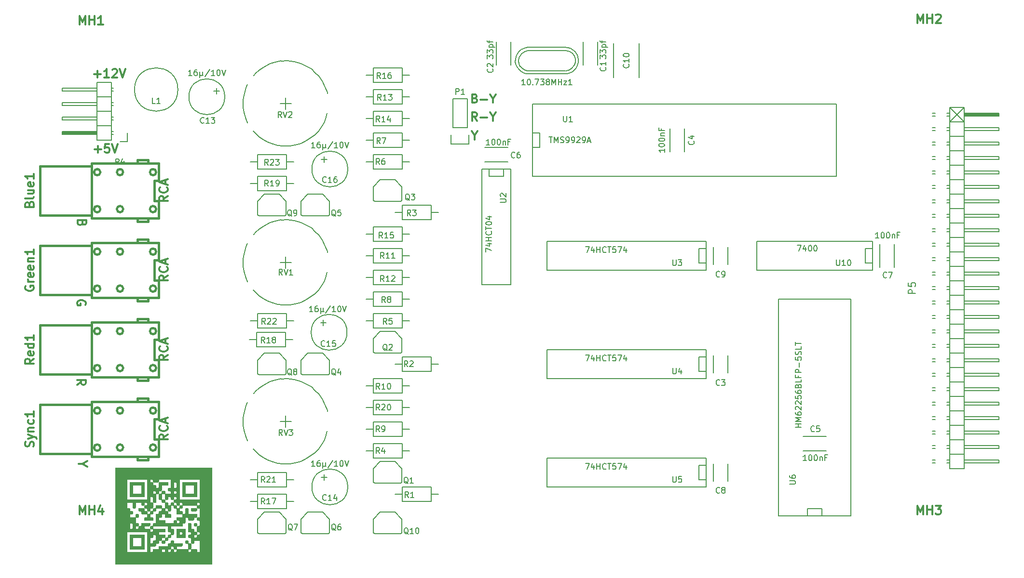
<source format=gbr>
%TF.FileFunction,Legend,Top*%
%FSLAX46Y46*%
G04 Gerber Fmt 4.6, Leading zero omitted, Abs format (unit mm)*
G04 Created by KiCad (PCBNEW (2014-09-16 BZR 5139)-product) date 09/04/2015 20:46:51*
%MOMM*%
G01*
G04 APERTURE LIST*
%ADD10C,0.100000*%
%ADD11C,0.300000*%
%ADD12C,0.381000*%
%ADD13C,0.150000*%
%ADD14C,0.304800*%
%ADD15C,0.203200*%
G04 APERTURE END LIST*
D10*
D11*
X135949715Y-62503857D02*
X136164001Y-62575286D01*
X136235429Y-62646714D01*
X136306858Y-62789571D01*
X136306858Y-63003857D01*
X136235429Y-63146714D01*
X136164001Y-63218143D01*
X136021143Y-63289571D01*
X135449715Y-63289571D01*
X135449715Y-61789571D01*
X135949715Y-61789571D01*
X136092572Y-61861000D01*
X136164001Y-61932429D01*
X136235429Y-62075286D01*
X136235429Y-62218143D01*
X136164001Y-62361000D01*
X136092572Y-62432429D01*
X135949715Y-62503857D01*
X135449715Y-62503857D01*
X136949715Y-62718143D02*
X138092572Y-62718143D01*
X139092572Y-62575286D02*
X139092572Y-63289571D01*
X138592572Y-61789571D02*
X139092572Y-62575286D01*
X139592572Y-61789571D01*
X69191429Y-71481143D02*
X70334286Y-71481143D01*
X69762857Y-72052571D02*
X69762857Y-70909714D01*
X71762858Y-70552571D02*
X71048572Y-70552571D01*
X70977143Y-71266857D01*
X71048572Y-71195429D01*
X71191429Y-71124000D01*
X71548572Y-71124000D01*
X71691429Y-71195429D01*
X71762858Y-71266857D01*
X71834286Y-71409714D01*
X71834286Y-71766857D01*
X71762858Y-71909714D01*
X71691429Y-71981143D01*
X71548572Y-72052571D01*
X71191429Y-72052571D01*
X71048572Y-71981143D01*
X70977143Y-71909714D01*
X72262857Y-70552571D02*
X72762857Y-72052571D01*
X73262857Y-70552571D01*
X69112144Y-58273143D02*
X70255001Y-58273143D01*
X69683572Y-58844571D02*
X69683572Y-57701714D01*
X71755001Y-58844571D02*
X70897858Y-58844571D01*
X71326430Y-58844571D02*
X71326430Y-57344571D01*
X71183573Y-57558857D01*
X71040715Y-57701714D01*
X70897858Y-57773143D01*
X72326429Y-57487429D02*
X72397858Y-57416000D01*
X72540715Y-57344571D01*
X72897858Y-57344571D01*
X73040715Y-57416000D01*
X73112144Y-57487429D01*
X73183572Y-57630286D01*
X73183572Y-57773143D01*
X73112144Y-57987429D01*
X72255001Y-58844571D01*
X73183572Y-58844571D01*
X73612143Y-57344571D02*
X74112143Y-58844571D01*
X74612143Y-57344571D01*
X67036143Y-84435143D02*
X66964714Y-84649429D01*
X66893286Y-84720857D01*
X66750429Y-84792286D01*
X66536143Y-84792286D01*
X66393286Y-84720857D01*
X66321857Y-84649429D01*
X66250429Y-84506571D01*
X66250429Y-83935143D01*
X67750429Y-83935143D01*
X67750429Y-84435143D01*
X67679000Y-84578000D01*
X67607571Y-84649429D01*
X67464714Y-84720857D01*
X67321857Y-84720857D01*
X67179000Y-84649429D01*
X67107571Y-84578000D01*
X67036143Y-84435143D01*
X67036143Y-83935143D01*
X67552000Y-98817857D02*
X67623429Y-98675000D01*
X67623429Y-98460714D01*
X67552000Y-98246429D01*
X67409143Y-98103571D01*
X67266286Y-98032143D01*
X66980571Y-97960714D01*
X66766286Y-97960714D01*
X66480571Y-98032143D01*
X66337714Y-98103571D01*
X66194857Y-98246429D01*
X66123429Y-98460714D01*
X66123429Y-98603571D01*
X66194857Y-98817857D01*
X66266286Y-98889286D01*
X66766286Y-98889286D01*
X66766286Y-98603571D01*
X66123429Y-112859286D02*
X66837714Y-112359286D01*
X66123429Y-112002143D02*
X67623429Y-112002143D01*
X67623429Y-112573571D01*
X67552000Y-112716429D01*
X67480571Y-112787857D01*
X67337714Y-112859286D01*
X67123429Y-112859286D01*
X66980571Y-112787857D01*
X66909143Y-112716429D01*
X66837714Y-112573571D01*
X66837714Y-112002143D01*
X67091714Y-126746000D02*
X66377429Y-126746000D01*
X67877429Y-126246000D02*
X67091714Y-126746000D01*
X67877429Y-127246000D01*
X135890000Y-69052286D02*
X135890000Y-69766571D01*
X135390000Y-68266571D02*
X135890000Y-69052286D01*
X136390000Y-68266571D01*
X136306858Y-66464571D02*
X135806858Y-65750286D01*
X135449715Y-66464571D02*
X135449715Y-64964571D01*
X136021143Y-64964571D01*
X136164001Y-65036000D01*
X136235429Y-65107429D01*
X136306858Y-65250286D01*
X136306858Y-65464571D01*
X136235429Y-65607429D01*
X136164001Y-65678857D01*
X136021143Y-65750286D01*
X135449715Y-65750286D01*
X136949715Y-65893143D02*
X138092572Y-65893143D01*
X139092572Y-65750286D02*
X139092572Y-66464571D01*
X138592572Y-64964571D02*
X139092572Y-65750286D01*
X139592572Y-64964571D01*
D12*
X80007460Y-75488800D02*
G75*
G03X80007460Y-75488800I-548640J0D01*
G74*
G01*
X80012336Y-81991200D02*
G75*
G03X80012336Y-81991200I-553516J0D01*
G74*
G01*
X70212789Y-81991200D02*
G75*
G03X70212789Y-81991200I-553289J0D01*
G74*
G01*
X70210487Y-75488800D02*
G75*
G03X70210487Y-75488800I-550987J0D01*
G74*
G01*
X74208640Y-75488800D02*
G75*
G03X74208640Y-75488800I-548640J0D01*
G74*
G01*
X74213516Y-81991200D02*
G75*
G03X74213516Y-81991200I-553516J0D01*
G74*
G01*
X68658740Y-74439780D02*
X59659520Y-74439780D01*
X59659520Y-74439780D02*
X59659520Y-83040220D01*
X59659520Y-83040220D02*
X68658740Y-83040220D01*
X78559660Y-83540600D02*
X78559660Y-84140040D01*
X78559660Y-84140040D02*
X76758800Y-84140040D01*
X76758800Y-84140040D02*
X76758800Y-83540600D01*
X78559660Y-73339960D02*
X78559660Y-73939400D01*
X76758800Y-73939400D02*
X76758800Y-73339960D01*
X76758800Y-73339960D02*
X78559660Y-73339960D01*
X80459580Y-73939400D02*
X80459580Y-76939140D01*
X80459580Y-76939140D02*
X79659480Y-76939140D01*
X79659480Y-76939140D02*
X79659480Y-80540860D01*
X79659480Y-80540860D02*
X80459580Y-80540860D01*
X80459580Y-80540860D02*
X80459580Y-83540600D01*
X68658740Y-83540600D02*
X68658740Y-73939400D01*
X68661280Y-73939400D02*
X80462120Y-73939400D01*
X80459580Y-83540600D02*
X68658740Y-83540600D01*
D13*
X176530000Y-129540000D02*
X175260000Y-129540000D01*
X175260000Y-129540000D02*
X175260000Y-127000000D01*
X175260000Y-127000000D02*
X176530000Y-127000000D01*
X176530000Y-130810000D02*
X148590000Y-130810000D01*
X148590000Y-130810000D02*
X148590000Y-125730000D01*
X148590000Y-125730000D02*
X176530000Y-125730000D01*
X176530000Y-125730000D02*
X176530000Y-130810000D01*
X118110000Y-68580000D02*
X123190000Y-68580000D01*
X123190000Y-68580000D02*
X123190000Y-71120000D01*
X123190000Y-71120000D02*
X118110000Y-71120000D01*
X118110000Y-71120000D02*
X118110000Y-68580000D01*
X118110000Y-69850000D02*
X116840000Y-69850000D01*
X123190000Y-69850000D02*
X124460000Y-69850000D01*
X146050000Y-68580000D02*
X147320000Y-68580000D01*
X147320000Y-68580000D02*
X147320000Y-71120000D01*
X147320000Y-71120000D02*
X146050000Y-71120000D01*
X146050000Y-63500000D02*
X199390000Y-63500000D01*
X199390000Y-63500000D02*
X199390000Y-76200000D01*
X199390000Y-76200000D02*
X146050000Y-76200000D01*
X146050000Y-76200000D02*
X146050000Y-63500000D01*
X194310000Y-135890000D02*
X194310000Y-135890000D01*
X194310000Y-135890000D02*
X194310000Y-134620000D01*
X194310000Y-134620000D02*
X196850000Y-134620000D01*
X196850000Y-134620000D02*
X196850000Y-135890000D01*
X189230000Y-135890000D02*
X189230000Y-97790000D01*
X189230000Y-97790000D02*
X201930000Y-97790000D01*
X201930000Y-97790000D02*
X201930000Y-135890000D01*
X201930000Y-135890000D02*
X189230000Y-135890000D01*
X142240000Y-74930000D02*
X142240000Y-95250000D01*
X137160000Y-95250000D02*
X137160000Y-74930000D01*
X137160000Y-74930000D02*
X142240000Y-74930000D01*
X140970000Y-74930000D02*
X140970000Y-76200000D01*
X140970000Y-76200000D02*
X138430000Y-76200000D01*
X138430000Y-76200000D02*
X138430000Y-74930000D01*
X142240000Y-95250000D02*
X137160000Y-95250000D01*
X216789000Y-65659000D02*
X216281000Y-65659000D01*
X216789000Y-65151000D02*
X216281000Y-65151000D01*
X216789000Y-82931000D02*
X216281000Y-82931000D01*
X216789000Y-83439000D02*
X216281000Y-83439000D01*
X216789000Y-85471000D02*
X216281000Y-85471000D01*
X216789000Y-85979000D02*
X216281000Y-85979000D01*
X216789000Y-80899000D02*
X216281000Y-80899000D01*
X216789000Y-80391000D02*
X216281000Y-80391000D01*
X216789000Y-78359000D02*
X216281000Y-78359000D01*
X216789000Y-77851000D02*
X216281000Y-77851000D01*
X216789000Y-67691000D02*
X216281000Y-67691000D01*
X216789000Y-68199000D02*
X216281000Y-68199000D01*
X216789000Y-70231000D02*
X216281000Y-70231000D01*
X216789000Y-70739000D02*
X216281000Y-70739000D01*
X216789000Y-75819000D02*
X216281000Y-75819000D01*
X216789000Y-75311000D02*
X216281000Y-75311000D01*
X216789000Y-73279000D02*
X216281000Y-73279000D01*
X216789000Y-72771000D02*
X216281000Y-72771000D01*
X216789000Y-113411000D02*
X216281000Y-113411000D01*
X216789000Y-113919000D02*
X216281000Y-113919000D01*
X216789000Y-115951000D02*
X216281000Y-115951000D01*
X216789000Y-116459000D02*
X216281000Y-116459000D01*
X216789000Y-111379000D02*
X216281000Y-111379000D01*
X216789000Y-110871000D02*
X216281000Y-110871000D01*
X216789000Y-108839000D02*
X216281000Y-108839000D01*
X216789000Y-108331000D02*
X216281000Y-108331000D01*
X216789000Y-118491000D02*
X216281000Y-118491000D01*
X216789000Y-118999000D02*
X216281000Y-118999000D01*
X216789000Y-121031000D02*
X216281000Y-121031000D01*
X216789000Y-121539000D02*
X216281000Y-121539000D01*
X216789000Y-126619000D02*
X216281000Y-126619000D01*
X216789000Y-126111000D02*
X216281000Y-126111000D01*
X216789000Y-124079000D02*
X216281000Y-124079000D01*
X216789000Y-123571000D02*
X216281000Y-123571000D01*
X216789000Y-103251000D02*
X216281000Y-103251000D01*
X216789000Y-103759000D02*
X216281000Y-103759000D01*
X216789000Y-105791000D02*
X216281000Y-105791000D01*
X216789000Y-106299000D02*
X216281000Y-106299000D01*
X216789000Y-101219000D02*
X216281000Y-101219000D01*
X216789000Y-100711000D02*
X216281000Y-100711000D01*
X216789000Y-98679000D02*
X216281000Y-98679000D01*
X216789000Y-98171000D02*
X216281000Y-98171000D01*
X216789000Y-88011000D02*
X216281000Y-88011000D01*
X216789000Y-88519000D02*
X216281000Y-88519000D01*
X216789000Y-90551000D02*
X216281000Y-90551000D01*
X216789000Y-91059000D02*
X216281000Y-91059000D01*
X216789000Y-96139000D02*
X216281000Y-96139000D01*
X216789000Y-95631000D02*
X216281000Y-95631000D01*
X216789000Y-93599000D02*
X216281000Y-93599000D01*
X216789000Y-93091000D02*
X216281000Y-93091000D01*
X219329000Y-110871000D02*
X218821000Y-110871000D01*
X219329000Y-111379000D02*
X218821000Y-111379000D01*
X219329000Y-113411000D02*
X218821000Y-113411000D01*
X219329000Y-113919000D02*
X218821000Y-113919000D01*
X219329000Y-108839000D02*
X218821000Y-108839000D01*
X219329000Y-108331000D02*
X218821000Y-108331000D01*
X219329000Y-106299000D02*
X218821000Y-106299000D01*
X219329000Y-105791000D02*
X218821000Y-105791000D01*
X219329000Y-115951000D02*
X218821000Y-115951000D01*
X219329000Y-116459000D02*
X218821000Y-116459000D01*
X219329000Y-118491000D02*
X218821000Y-118491000D01*
X219329000Y-118999000D02*
X218821000Y-118999000D01*
X219329000Y-124079000D02*
X218821000Y-124079000D01*
X219329000Y-123571000D02*
X218821000Y-123571000D01*
X219329000Y-121539000D02*
X218821000Y-121539000D01*
X219329000Y-121031000D02*
X218821000Y-121031000D01*
X219329000Y-126111000D02*
X218821000Y-126111000D01*
X219329000Y-126619000D02*
X218821000Y-126619000D01*
X219329000Y-90551000D02*
X218821000Y-90551000D01*
X219329000Y-91059000D02*
X218821000Y-91059000D01*
X219329000Y-93091000D02*
X218821000Y-93091000D01*
X219329000Y-93599000D02*
X218821000Y-93599000D01*
X219329000Y-88519000D02*
X218821000Y-88519000D01*
X219329000Y-88011000D02*
X218821000Y-88011000D01*
X219329000Y-85979000D02*
X218821000Y-85979000D01*
X219329000Y-85471000D02*
X218821000Y-85471000D01*
X219329000Y-95631000D02*
X218821000Y-95631000D01*
X219329000Y-96139000D02*
X218821000Y-96139000D01*
X219329000Y-98171000D02*
X218821000Y-98171000D01*
X219329000Y-98679000D02*
X218821000Y-98679000D01*
X219329000Y-103759000D02*
X218821000Y-103759000D01*
X219329000Y-103251000D02*
X218821000Y-103251000D01*
X219329000Y-101219000D02*
X218821000Y-101219000D01*
X219329000Y-100711000D02*
X218821000Y-100711000D01*
X219329000Y-80391000D02*
X218821000Y-80391000D01*
X219329000Y-80899000D02*
X218821000Y-80899000D01*
X219329000Y-82931000D02*
X218821000Y-82931000D01*
X219329000Y-83439000D02*
X218821000Y-83439000D01*
X219329000Y-78359000D02*
X218821000Y-78359000D01*
X219329000Y-77851000D02*
X218821000Y-77851000D01*
X219329000Y-75819000D02*
X218821000Y-75819000D01*
X219329000Y-75311000D02*
X218821000Y-75311000D01*
X219329000Y-65151000D02*
X218821000Y-65151000D01*
X219329000Y-65659000D02*
X218821000Y-65659000D01*
X219329000Y-67691000D02*
X218821000Y-67691000D01*
X219329000Y-68199000D02*
X218821000Y-68199000D01*
X219329000Y-73279000D02*
X218821000Y-73279000D01*
X219329000Y-72771000D02*
X218821000Y-72771000D01*
X219329000Y-70739000D02*
X218821000Y-70739000D01*
X219329000Y-70231000D02*
X218821000Y-70231000D01*
X219329000Y-64135000D02*
X221869000Y-66675000D01*
X221869000Y-64135000D02*
X219329000Y-66675000D01*
X221869000Y-65278000D02*
X227838000Y-65278000D01*
X227838000Y-65278000D02*
X227838000Y-65532000D01*
X227838000Y-65532000D02*
X221996000Y-65532000D01*
X221996000Y-65532000D02*
X221996000Y-65405000D01*
X221996000Y-65405000D02*
X227838000Y-65405000D01*
X219329000Y-104775000D02*
X221869000Y-104775000D01*
X219329000Y-104775000D02*
X219329000Y-107315000D01*
X219329000Y-107315000D02*
X221869000Y-107315000D01*
X221869000Y-105791000D02*
X227965000Y-105791000D01*
X227965000Y-105791000D02*
X227965000Y-106299000D01*
X227965000Y-106299000D02*
X221869000Y-106299000D01*
X221869000Y-107315000D02*
X221869000Y-104775000D01*
X221869000Y-109855000D02*
X221869000Y-107315000D01*
X227965000Y-108839000D02*
X221869000Y-108839000D01*
X227965000Y-108331000D02*
X227965000Y-108839000D01*
X221869000Y-108331000D02*
X227965000Y-108331000D01*
X219329000Y-109855000D02*
X221869000Y-109855000D01*
X219329000Y-107315000D02*
X219329000Y-109855000D01*
X219329000Y-107315000D02*
X221869000Y-107315000D01*
X219329000Y-112395000D02*
X221869000Y-112395000D01*
X219329000Y-112395000D02*
X219329000Y-114935000D01*
X219329000Y-114935000D02*
X221869000Y-114935000D01*
X221869000Y-113411000D02*
X227965000Y-113411000D01*
X227965000Y-113411000D02*
X227965000Y-113919000D01*
X227965000Y-113919000D02*
X221869000Y-113919000D01*
X221869000Y-114935000D02*
X221869000Y-112395000D01*
X221869000Y-112395000D02*
X221869000Y-109855000D01*
X227965000Y-111379000D02*
X221869000Y-111379000D01*
X227965000Y-110871000D02*
X227965000Y-111379000D01*
X221869000Y-110871000D02*
X227965000Y-110871000D01*
X219329000Y-112395000D02*
X221869000Y-112395000D01*
X219329000Y-109855000D02*
X219329000Y-112395000D01*
X219329000Y-109855000D02*
X221869000Y-109855000D01*
X219329000Y-120015000D02*
X221869000Y-120015000D01*
X219329000Y-120015000D02*
X219329000Y-122555000D01*
X219329000Y-122555000D02*
X221869000Y-122555000D01*
X221869000Y-121031000D02*
X227965000Y-121031000D01*
X227965000Y-121031000D02*
X227965000Y-121539000D01*
X227965000Y-121539000D02*
X221869000Y-121539000D01*
X221869000Y-122555000D02*
X221869000Y-120015000D01*
X221869000Y-125095000D02*
X221869000Y-122555000D01*
X227965000Y-124079000D02*
X221869000Y-124079000D01*
X227965000Y-123571000D02*
X227965000Y-124079000D01*
X221869000Y-123571000D02*
X227965000Y-123571000D01*
X219329000Y-125095000D02*
X221869000Y-125095000D01*
X219329000Y-122555000D02*
X219329000Y-125095000D01*
X219329000Y-122555000D02*
X221869000Y-122555000D01*
X219329000Y-117475000D02*
X221869000Y-117475000D01*
X219329000Y-117475000D02*
X219329000Y-120015000D01*
X219329000Y-120015000D02*
X221869000Y-120015000D01*
X221869000Y-118491000D02*
X227965000Y-118491000D01*
X227965000Y-118491000D02*
X227965000Y-118999000D01*
X227965000Y-118999000D02*
X221869000Y-118999000D01*
X221869000Y-120015000D02*
X221869000Y-117475000D01*
X221869000Y-117475000D02*
X221869000Y-114935000D01*
X227965000Y-116459000D02*
X221869000Y-116459000D01*
X227965000Y-115951000D02*
X227965000Y-116459000D01*
X221869000Y-115951000D02*
X227965000Y-115951000D01*
X219329000Y-117475000D02*
X221869000Y-117475000D01*
X219329000Y-114935000D02*
X219329000Y-117475000D01*
X219329000Y-114935000D02*
X221869000Y-114935000D01*
X221869000Y-127635000D02*
X221869000Y-125095000D01*
X227965000Y-126619000D02*
X221869000Y-126619000D01*
X227965000Y-126111000D02*
X227965000Y-126619000D01*
X221869000Y-126111000D02*
X227965000Y-126111000D01*
X219329000Y-127635000D02*
X221869000Y-127635000D01*
X219329000Y-125095000D02*
X219329000Y-127635000D01*
X219329000Y-125095000D02*
X221869000Y-125095000D01*
X219329000Y-84455000D02*
X221869000Y-84455000D01*
X219329000Y-84455000D02*
X219329000Y-86995000D01*
X219329000Y-86995000D02*
X221869000Y-86995000D01*
X221869000Y-85471000D02*
X227965000Y-85471000D01*
X227965000Y-85471000D02*
X227965000Y-85979000D01*
X227965000Y-85979000D02*
X221869000Y-85979000D01*
X221869000Y-86995000D02*
X221869000Y-84455000D01*
X221869000Y-89535000D02*
X221869000Y-86995000D01*
X227965000Y-88519000D02*
X221869000Y-88519000D01*
X227965000Y-88011000D02*
X227965000Y-88519000D01*
X221869000Y-88011000D02*
X227965000Y-88011000D01*
X219329000Y-89535000D02*
X221869000Y-89535000D01*
X219329000Y-86995000D02*
X219329000Y-89535000D01*
X219329000Y-86995000D02*
X221869000Y-86995000D01*
X219329000Y-92075000D02*
X221869000Y-92075000D01*
X219329000Y-92075000D02*
X219329000Y-94615000D01*
X219329000Y-94615000D02*
X221869000Y-94615000D01*
X221869000Y-93091000D02*
X227965000Y-93091000D01*
X227965000Y-93091000D02*
X227965000Y-93599000D01*
X227965000Y-93599000D02*
X221869000Y-93599000D01*
X221869000Y-94615000D02*
X221869000Y-92075000D01*
X221869000Y-92075000D02*
X221869000Y-89535000D01*
X227965000Y-91059000D02*
X221869000Y-91059000D01*
X227965000Y-90551000D02*
X227965000Y-91059000D01*
X221869000Y-90551000D02*
X227965000Y-90551000D01*
X219329000Y-92075000D02*
X221869000Y-92075000D01*
X219329000Y-89535000D02*
X219329000Y-92075000D01*
X219329000Y-89535000D02*
X221869000Y-89535000D01*
X219329000Y-99695000D02*
X221869000Y-99695000D01*
X219329000Y-99695000D02*
X219329000Y-102235000D01*
X219329000Y-102235000D02*
X221869000Y-102235000D01*
X221869000Y-100711000D02*
X227965000Y-100711000D01*
X227965000Y-100711000D02*
X227965000Y-101219000D01*
X227965000Y-101219000D02*
X221869000Y-101219000D01*
X221869000Y-102235000D02*
X221869000Y-99695000D01*
X221869000Y-104775000D02*
X221869000Y-102235000D01*
X227965000Y-103759000D02*
X221869000Y-103759000D01*
X227965000Y-103251000D02*
X227965000Y-103759000D01*
X221869000Y-103251000D02*
X227965000Y-103251000D01*
X219329000Y-104775000D02*
X221869000Y-104775000D01*
X219329000Y-102235000D02*
X219329000Y-104775000D01*
X219329000Y-102235000D02*
X221869000Y-102235000D01*
X219329000Y-97155000D02*
X221869000Y-97155000D01*
X219329000Y-97155000D02*
X219329000Y-99695000D01*
X219329000Y-99695000D02*
X221869000Y-99695000D01*
X221869000Y-98171000D02*
X227965000Y-98171000D01*
X227965000Y-98171000D02*
X227965000Y-98679000D01*
X227965000Y-98679000D02*
X221869000Y-98679000D01*
X221869000Y-99695000D02*
X221869000Y-97155000D01*
X221869000Y-97155000D02*
X221869000Y-94615000D01*
X227965000Y-96139000D02*
X221869000Y-96139000D01*
X227965000Y-95631000D02*
X227965000Y-96139000D01*
X221869000Y-95631000D02*
X227965000Y-95631000D01*
X219329000Y-97155000D02*
X221869000Y-97155000D01*
X219329000Y-94615000D02*
X219329000Y-97155000D01*
X219329000Y-94615000D02*
X221869000Y-94615000D01*
X219329000Y-74295000D02*
X221869000Y-74295000D01*
X219329000Y-74295000D02*
X219329000Y-76835000D01*
X219329000Y-76835000D02*
X221869000Y-76835000D01*
X221869000Y-75311000D02*
X227965000Y-75311000D01*
X227965000Y-75311000D02*
X227965000Y-75819000D01*
X227965000Y-75819000D02*
X221869000Y-75819000D01*
X221869000Y-76835000D02*
X221869000Y-74295000D01*
X221869000Y-79375000D02*
X221869000Y-76835000D01*
X227965000Y-78359000D02*
X221869000Y-78359000D01*
X227965000Y-77851000D02*
X227965000Y-78359000D01*
X221869000Y-77851000D02*
X227965000Y-77851000D01*
X219329000Y-79375000D02*
X221869000Y-79375000D01*
X219329000Y-76835000D02*
X219329000Y-79375000D01*
X219329000Y-76835000D02*
X221869000Y-76835000D01*
X219329000Y-81915000D02*
X221869000Y-81915000D01*
X219329000Y-81915000D02*
X219329000Y-84455000D01*
X219329000Y-84455000D02*
X221869000Y-84455000D01*
X221869000Y-82931000D02*
X227965000Y-82931000D01*
X227965000Y-82931000D02*
X227965000Y-83439000D01*
X227965000Y-83439000D02*
X221869000Y-83439000D01*
X221869000Y-84455000D02*
X221869000Y-81915000D01*
X221869000Y-81915000D02*
X221869000Y-79375000D01*
X227965000Y-80899000D02*
X221869000Y-80899000D01*
X227965000Y-80391000D02*
X227965000Y-80899000D01*
X221869000Y-80391000D02*
X227965000Y-80391000D01*
X219329000Y-81915000D02*
X221869000Y-81915000D01*
X219329000Y-79375000D02*
X219329000Y-81915000D01*
X219329000Y-79375000D02*
X221869000Y-79375000D01*
X219329000Y-69215000D02*
X221869000Y-69215000D01*
X219329000Y-69215000D02*
X219329000Y-71755000D01*
X219329000Y-71755000D02*
X221869000Y-71755000D01*
X221869000Y-70231000D02*
X227965000Y-70231000D01*
X227965000Y-70231000D02*
X227965000Y-70739000D01*
X227965000Y-70739000D02*
X221869000Y-70739000D01*
X221869000Y-71755000D02*
X221869000Y-69215000D01*
X221869000Y-74295000D02*
X221869000Y-71755000D01*
X227965000Y-73279000D02*
X221869000Y-73279000D01*
X227965000Y-72771000D02*
X227965000Y-73279000D01*
X221869000Y-72771000D02*
X227965000Y-72771000D01*
X219329000Y-74295000D02*
X221869000Y-74295000D01*
X219329000Y-71755000D02*
X219329000Y-74295000D01*
X219329000Y-71755000D02*
X221869000Y-71755000D01*
X219329000Y-66675000D02*
X221869000Y-66675000D01*
X219329000Y-66675000D02*
X219329000Y-69215000D01*
X219329000Y-69215000D02*
X221869000Y-69215000D01*
X221869000Y-67691000D02*
X227965000Y-67691000D01*
X227965000Y-67691000D02*
X227965000Y-68199000D01*
X227965000Y-68199000D02*
X221869000Y-68199000D01*
X221869000Y-69215000D02*
X221869000Y-66675000D01*
X221869000Y-66675000D02*
X221869000Y-64135000D01*
X227965000Y-65659000D02*
X221869000Y-65659000D01*
X227965000Y-65151000D02*
X227965000Y-65659000D01*
X221869000Y-65151000D02*
X227965000Y-65151000D01*
X219329000Y-66675000D02*
X221869000Y-66675000D01*
X219329000Y-64135000D02*
X219329000Y-66675000D01*
X219329000Y-64135000D02*
X221869000Y-64135000D01*
X157480000Y-56642000D02*
X157480000Y-52578000D01*
X154940000Y-52578000D02*
X154940000Y-56642000D01*
X142240000Y-56642000D02*
X142240000Y-52578000D01*
X139700000Y-52578000D02*
X139700000Y-56642000D01*
X172720000Y-71882000D02*
X172720000Y-67818000D01*
X170180000Y-67818000D02*
X170180000Y-71882000D01*
X197612000Y-121920000D02*
X193548000Y-121920000D01*
X193548000Y-124460000D02*
X197612000Y-124460000D01*
X137668000Y-73660000D02*
X141732000Y-73660000D01*
X141732000Y-71120000D02*
X137668000Y-71120000D01*
X207010000Y-88138000D02*
X207010000Y-92202000D01*
X209550000Y-92202000D02*
X209550000Y-88138000D01*
X91099640Y-61229240D02*
X90098880Y-61229240D01*
X90599260Y-60728860D02*
X90599260Y-61729620D01*
X92049600Y-62230000D02*
G75*
G03X92049600Y-62230000I-3149600J0D01*
G74*
G01*
X109489240Y-128610360D02*
X109489240Y-129611120D01*
X108988860Y-129110740D02*
X109989620Y-129110740D01*
X113639600Y-130810000D02*
G75*
G03X113639600Y-130810000I-3149600J0D01*
G74*
G01*
X109362240Y-101432360D02*
X109362240Y-102433120D01*
X108861860Y-101932740D02*
X109862620Y-101932740D01*
X113512600Y-103632000D02*
G75*
G03X113512600Y-103632000I-3149600J0D01*
G74*
G01*
X109489240Y-72730360D02*
X109489240Y-73731120D01*
X108988860Y-73230740D02*
X109989620Y-73230740D01*
X113639600Y-74930000D02*
G75*
G03X113639600Y-74930000I-3149600J0D01*
G74*
G01*
X123190000Y-130810000D02*
X128270000Y-130810000D01*
X128270000Y-130810000D02*
X128270000Y-133350000D01*
X128270000Y-133350000D02*
X123190000Y-133350000D01*
X123190000Y-133350000D02*
X123190000Y-130810000D01*
X123190000Y-132080000D02*
X121920000Y-132080000D01*
X128270000Y-132080000D02*
X129540000Y-132080000D01*
X123190000Y-107950000D02*
X128270000Y-107950000D01*
X128270000Y-107950000D02*
X128270000Y-110490000D01*
X128270000Y-110490000D02*
X123190000Y-110490000D01*
X123190000Y-110490000D02*
X123190000Y-107950000D01*
X123190000Y-109220000D02*
X121920000Y-109220000D01*
X128270000Y-109220000D02*
X129540000Y-109220000D01*
X123190000Y-81280000D02*
X128270000Y-81280000D01*
X128270000Y-81280000D02*
X128270000Y-83820000D01*
X128270000Y-83820000D02*
X123190000Y-83820000D01*
X123190000Y-83820000D02*
X123190000Y-81280000D01*
X123190000Y-82550000D02*
X121920000Y-82550000D01*
X128270000Y-82550000D02*
X129540000Y-82550000D01*
X118110000Y-123190000D02*
X123190000Y-123190000D01*
X123190000Y-123190000D02*
X123190000Y-125730000D01*
X123190000Y-125730000D02*
X118110000Y-125730000D01*
X118110000Y-125730000D02*
X118110000Y-123190000D01*
X118110000Y-124460000D02*
X116840000Y-124460000D01*
X123190000Y-124460000D02*
X124460000Y-124460000D01*
X118110000Y-100330000D02*
X123190000Y-100330000D01*
X123190000Y-100330000D02*
X123190000Y-102870000D01*
X123190000Y-102870000D02*
X118110000Y-102870000D01*
X118110000Y-102870000D02*
X118110000Y-100330000D01*
X118110000Y-101600000D02*
X116840000Y-101600000D01*
X123190000Y-101600000D02*
X124460000Y-101600000D01*
X118110000Y-72390000D02*
X123190000Y-72390000D01*
X123190000Y-72390000D02*
X123190000Y-74930000D01*
X123190000Y-74930000D02*
X118110000Y-74930000D01*
X118110000Y-74930000D02*
X118110000Y-72390000D01*
X118110000Y-73660000D02*
X116840000Y-73660000D01*
X123190000Y-73660000D02*
X124460000Y-73660000D01*
X118110000Y-96520000D02*
X123190000Y-96520000D01*
X123190000Y-96520000D02*
X123190000Y-99060000D01*
X123190000Y-99060000D02*
X118110000Y-99060000D01*
X118110000Y-99060000D02*
X118110000Y-96520000D01*
X118110000Y-97790000D02*
X116840000Y-97790000D01*
X123190000Y-97790000D02*
X124460000Y-97790000D01*
X118110000Y-119380000D02*
X123190000Y-119380000D01*
X123190000Y-119380000D02*
X123190000Y-121920000D01*
X123190000Y-121920000D02*
X118110000Y-121920000D01*
X118110000Y-121920000D02*
X118110000Y-119380000D01*
X118110000Y-120650000D02*
X116840000Y-120650000D01*
X123190000Y-120650000D02*
X124460000Y-120650000D01*
X123190000Y-114300000D02*
X118110000Y-114300000D01*
X118110000Y-114300000D02*
X118110000Y-111760000D01*
X118110000Y-111760000D02*
X123190000Y-111760000D01*
X123190000Y-111760000D02*
X123190000Y-114300000D01*
X123190000Y-113030000D02*
X124460000Y-113030000D01*
X118110000Y-113030000D02*
X116840000Y-113030000D01*
X118110000Y-88900000D02*
X123190000Y-88900000D01*
X123190000Y-88900000D02*
X123190000Y-91440000D01*
X123190000Y-91440000D02*
X118110000Y-91440000D01*
X118110000Y-91440000D02*
X118110000Y-88900000D01*
X118110000Y-90170000D02*
X116840000Y-90170000D01*
X123190000Y-90170000D02*
X124460000Y-90170000D01*
X118110000Y-92710000D02*
X123190000Y-92710000D01*
X123190000Y-92710000D02*
X123190000Y-95250000D01*
X123190000Y-95250000D02*
X118110000Y-95250000D01*
X118110000Y-95250000D02*
X118110000Y-92710000D01*
X118110000Y-93980000D02*
X116840000Y-93980000D01*
X123190000Y-93980000D02*
X124460000Y-93980000D01*
X118110000Y-60960000D02*
X123190000Y-60960000D01*
X123190000Y-60960000D02*
X123190000Y-63500000D01*
X123190000Y-63500000D02*
X118110000Y-63500000D01*
X118110000Y-63500000D02*
X118110000Y-60960000D01*
X118110000Y-62230000D02*
X116840000Y-62230000D01*
X123190000Y-62230000D02*
X124460000Y-62230000D01*
X118110000Y-64770000D02*
X123190000Y-64770000D01*
X123190000Y-64770000D02*
X123190000Y-67310000D01*
X123190000Y-67310000D02*
X118110000Y-67310000D01*
X118110000Y-67310000D02*
X118110000Y-64770000D01*
X118110000Y-66040000D02*
X116840000Y-66040000D01*
X123190000Y-66040000D02*
X124460000Y-66040000D01*
X123190000Y-87630000D02*
X118110000Y-87630000D01*
X118110000Y-87630000D02*
X118110000Y-85090000D01*
X118110000Y-85090000D02*
X123190000Y-85090000D01*
X123190000Y-85090000D02*
X123190000Y-87630000D01*
X123190000Y-86360000D02*
X124460000Y-86360000D01*
X118110000Y-86360000D02*
X116840000Y-86360000D01*
X123190000Y-59690000D02*
X118110000Y-59690000D01*
X118110000Y-59690000D02*
X118110000Y-57150000D01*
X118110000Y-57150000D02*
X123190000Y-57150000D01*
X123190000Y-57150000D02*
X123190000Y-59690000D01*
X123190000Y-58420000D02*
X124460000Y-58420000D01*
X118110000Y-58420000D02*
X116840000Y-58420000D01*
X97790000Y-132080000D02*
X102870000Y-132080000D01*
X102870000Y-132080000D02*
X102870000Y-134620000D01*
X102870000Y-134620000D02*
X97790000Y-134620000D01*
X97790000Y-134620000D02*
X97790000Y-132080000D01*
X97790000Y-133350000D02*
X96520000Y-133350000D01*
X102870000Y-133350000D02*
X104140000Y-133350000D01*
X102743000Y-106172000D02*
X97663000Y-106172000D01*
X97663000Y-106172000D02*
X97663000Y-103632000D01*
X97663000Y-103632000D02*
X102743000Y-103632000D01*
X102743000Y-103632000D02*
X102743000Y-106172000D01*
X102743000Y-104902000D02*
X104013000Y-104902000D01*
X97663000Y-104902000D02*
X96393000Y-104902000D01*
X102870000Y-78740000D02*
X97790000Y-78740000D01*
X97790000Y-78740000D02*
X97790000Y-76200000D01*
X97790000Y-76200000D02*
X102870000Y-76200000D01*
X102870000Y-76200000D02*
X102870000Y-78740000D01*
X102870000Y-77470000D02*
X104140000Y-77470000D01*
X97790000Y-77470000D02*
X96520000Y-77470000D01*
X123190000Y-118110000D02*
X118110000Y-118110000D01*
X118110000Y-118110000D02*
X118110000Y-115570000D01*
X118110000Y-115570000D02*
X123190000Y-115570000D01*
X123190000Y-115570000D02*
X123190000Y-118110000D01*
X123190000Y-116840000D02*
X124460000Y-116840000D01*
X118110000Y-116840000D02*
X116840000Y-116840000D01*
X176530000Y-91440000D02*
X175260000Y-91440000D01*
X175260000Y-91440000D02*
X175260000Y-88900000D01*
X175260000Y-88900000D02*
X176530000Y-88900000D01*
X176530000Y-92710000D02*
X148590000Y-92710000D01*
X148590000Y-92710000D02*
X148590000Y-87630000D01*
X148590000Y-87630000D02*
X176530000Y-87630000D01*
X176530000Y-87630000D02*
X176530000Y-92710000D01*
X176530000Y-110490000D02*
X175260000Y-110490000D01*
X175260000Y-110490000D02*
X175260000Y-107950000D01*
X175260000Y-107950000D02*
X176530000Y-107950000D01*
X176530000Y-111760000D02*
X148590000Y-111760000D01*
X148590000Y-111760000D02*
X148590000Y-106680000D01*
X148590000Y-106680000D02*
X176530000Y-106680000D01*
X176530000Y-106680000D02*
X176530000Y-111760000D01*
X205740000Y-92710000D02*
X185420000Y-92710000D01*
X185420000Y-87630000D02*
X205740000Y-87630000D01*
X205740000Y-87630000D02*
X205740000Y-92710000D01*
X205740000Y-91440000D02*
X204470000Y-91440000D01*
X204470000Y-91440000D02*
X204470000Y-88900000D01*
X204470000Y-88900000D02*
X205740000Y-88900000D01*
X185420000Y-92710000D02*
X185420000Y-87630000D01*
X97790000Y-128270000D02*
X102870000Y-128270000D01*
X102870000Y-128270000D02*
X102870000Y-130810000D01*
X102870000Y-130810000D02*
X97790000Y-130810000D01*
X97790000Y-130810000D02*
X97790000Y-128270000D01*
X97790000Y-129540000D02*
X96520000Y-129540000D01*
X102870000Y-129540000D02*
X104140000Y-129540000D01*
X97790000Y-100330000D02*
X102870000Y-100330000D01*
X102870000Y-100330000D02*
X102870000Y-102870000D01*
X102870000Y-102870000D02*
X97790000Y-102870000D01*
X97790000Y-102870000D02*
X97790000Y-100330000D01*
X97790000Y-101600000D02*
X96520000Y-101600000D01*
X102870000Y-101600000D02*
X104140000Y-101600000D01*
X97790000Y-72390000D02*
X102870000Y-72390000D01*
X102870000Y-72390000D02*
X102870000Y-74930000D01*
X102870000Y-74930000D02*
X97790000Y-74930000D01*
X97790000Y-74930000D02*
X97790000Y-72390000D01*
X97790000Y-73660000D02*
X96520000Y-73660000D01*
X102870000Y-73660000D02*
X104140000Y-73660000D01*
X74960000Y-70130000D02*
X74960000Y-68580000D01*
X73660000Y-70130000D02*
X74960000Y-70130000D01*
X69469000Y-68707000D02*
X63627000Y-68707000D01*
X63627000Y-68707000D02*
X63627000Y-68453000D01*
X63627000Y-68453000D02*
X69469000Y-68453000D01*
X69469000Y-68453000D02*
X69469000Y-68580000D01*
X69469000Y-68580000D02*
X63627000Y-68580000D01*
X72136000Y-68834000D02*
X72517000Y-68834000D01*
X72136000Y-68326000D02*
X72517000Y-68326000D01*
X72136000Y-66294000D02*
X72517000Y-66294000D01*
X72136000Y-65786000D02*
X72517000Y-65786000D01*
X72136000Y-63754000D02*
X72517000Y-63754000D01*
X72136000Y-63246000D02*
X72517000Y-63246000D01*
X72136000Y-60706000D02*
X72517000Y-60706000D01*
X72136000Y-61214000D02*
X72517000Y-61214000D01*
X72136000Y-69850000D02*
X69596000Y-69850000D01*
X72136000Y-67310000D02*
X69596000Y-67310000D01*
X72136000Y-67310000D02*
X72136000Y-64770000D01*
X72136000Y-64770000D02*
X69596000Y-64770000D01*
X69596000Y-66294000D02*
X63500000Y-66294000D01*
X63500000Y-66294000D02*
X63500000Y-65786000D01*
X63500000Y-65786000D02*
X69596000Y-65786000D01*
X69596000Y-64770000D02*
X69596000Y-67310000D01*
X69596000Y-67310000D02*
X69596000Y-69850000D01*
X63500000Y-68326000D02*
X69596000Y-68326000D01*
X63500000Y-68834000D02*
X63500000Y-68326000D01*
X69596000Y-68834000D02*
X63500000Y-68834000D01*
X72136000Y-67310000D02*
X69596000Y-67310000D01*
X72136000Y-69850000D02*
X72136000Y-67310000D01*
X72136000Y-62230000D02*
X69596000Y-62230000D01*
X72136000Y-62230000D02*
X72136000Y-59690000D01*
X72136000Y-59690000D02*
X69596000Y-59690000D01*
X69596000Y-61214000D02*
X63500000Y-61214000D01*
X63500000Y-61214000D02*
X63500000Y-60706000D01*
X63500000Y-60706000D02*
X69596000Y-60706000D01*
X69596000Y-59690000D02*
X69596000Y-62230000D01*
X69596000Y-62230000D02*
X69596000Y-64770000D01*
X63500000Y-63246000D02*
X69596000Y-63246000D01*
X63500000Y-63754000D02*
X63500000Y-63246000D01*
X69596000Y-63754000D02*
X63500000Y-63754000D01*
X72136000Y-62230000D02*
X69596000Y-62230000D01*
X72136000Y-64770000D02*
X72136000Y-62230000D01*
X72136000Y-64770000D02*
X69596000Y-64770000D01*
X106650000Y-135260000D02*
X109250000Y-135260000D01*
X110450000Y-138860000D02*
X110250000Y-139060000D01*
X110250000Y-139060000D02*
X105650000Y-139060000D01*
X105650000Y-139060000D02*
X105450000Y-138860000D01*
X105450000Y-138860000D02*
X105450000Y-136460000D01*
X105450000Y-136460000D02*
X106650000Y-135260000D01*
X109250000Y-135260000D02*
X110450000Y-136460000D01*
X110450000Y-136460000D02*
X110450000Y-138860000D01*
X83820000Y-60960000D02*
G75*
G03X83820000Y-60960000I-3810000J0D01*
G74*
G01*
X134620000Y-67691000D02*
X134620000Y-62611000D01*
X134620000Y-62611000D02*
X132080000Y-62611000D01*
X132080000Y-62611000D02*
X132080000Y-67691000D01*
X131800000Y-70511000D02*
X131800000Y-68961000D01*
X132080000Y-67691000D02*
X134620000Y-67691000D01*
X134900000Y-68961000D02*
X134900000Y-70511000D01*
X134900000Y-70511000D02*
X131800000Y-70511000D01*
X119350000Y-126370000D02*
X121950000Y-126370000D01*
X123150000Y-129970000D02*
X122950000Y-130170000D01*
X122950000Y-130170000D02*
X118350000Y-130170000D01*
X118350000Y-130170000D02*
X118150000Y-129970000D01*
X118150000Y-129970000D02*
X118150000Y-127570000D01*
X118150000Y-127570000D02*
X119350000Y-126370000D01*
X121950000Y-126370000D02*
X123150000Y-127570000D01*
X123150000Y-127570000D02*
X123150000Y-129970000D01*
X119350000Y-103510000D02*
X121950000Y-103510000D01*
X123150000Y-107110000D02*
X122950000Y-107310000D01*
X122950000Y-107310000D02*
X118350000Y-107310000D01*
X118350000Y-107310000D02*
X118150000Y-107110000D01*
X118150000Y-107110000D02*
X118150000Y-104710000D01*
X118150000Y-104710000D02*
X119350000Y-103510000D01*
X121950000Y-103510000D02*
X123150000Y-104710000D01*
X123150000Y-104710000D02*
X123150000Y-107110000D01*
X119350000Y-76840000D02*
X121950000Y-76840000D01*
X123150000Y-80440000D02*
X122950000Y-80640000D01*
X122950000Y-80640000D02*
X118350000Y-80640000D01*
X118350000Y-80640000D02*
X118150000Y-80440000D01*
X118150000Y-80440000D02*
X118150000Y-78040000D01*
X118150000Y-78040000D02*
X119350000Y-76840000D01*
X121950000Y-76840000D02*
X123150000Y-78040000D01*
X123150000Y-78040000D02*
X123150000Y-80440000D01*
X106650000Y-107320000D02*
X109250000Y-107320000D01*
X110450000Y-110920000D02*
X110250000Y-111120000D01*
X110250000Y-111120000D02*
X105650000Y-111120000D01*
X105650000Y-111120000D02*
X105450000Y-110920000D01*
X105450000Y-110920000D02*
X105450000Y-108520000D01*
X105450000Y-108520000D02*
X106650000Y-107320000D01*
X109250000Y-107320000D02*
X110450000Y-108520000D01*
X110450000Y-108520000D02*
X110450000Y-110920000D01*
X106650000Y-79380000D02*
X109250000Y-79380000D01*
X110450000Y-82980000D02*
X110250000Y-83180000D01*
X110250000Y-83180000D02*
X105650000Y-83180000D01*
X105650000Y-83180000D02*
X105450000Y-82980000D01*
X105450000Y-82980000D02*
X105450000Y-80580000D01*
X105450000Y-80580000D02*
X106650000Y-79380000D01*
X109250000Y-79380000D02*
X110450000Y-80580000D01*
X110450000Y-80580000D02*
X110450000Y-82980000D01*
X99030000Y-135260000D02*
X101630000Y-135260000D01*
X102830000Y-138860000D02*
X102630000Y-139060000D01*
X102630000Y-139060000D02*
X98030000Y-139060000D01*
X98030000Y-139060000D02*
X97830000Y-138860000D01*
X97830000Y-138860000D02*
X97830000Y-136460000D01*
X97830000Y-136460000D02*
X99030000Y-135260000D01*
X101630000Y-135260000D02*
X102830000Y-136460000D01*
X102830000Y-136460000D02*
X102830000Y-138860000D01*
X99030000Y-107320000D02*
X101630000Y-107320000D01*
X102830000Y-110920000D02*
X102630000Y-111120000D01*
X102630000Y-111120000D02*
X98030000Y-111120000D01*
X98030000Y-111120000D02*
X97830000Y-110920000D01*
X97830000Y-110920000D02*
X97830000Y-108520000D01*
X97830000Y-108520000D02*
X99030000Y-107320000D01*
X101630000Y-107320000D02*
X102830000Y-108520000D01*
X102830000Y-108520000D02*
X102830000Y-110920000D01*
X99030000Y-79380000D02*
X101630000Y-79380000D01*
X102830000Y-82980000D02*
X102630000Y-83180000D01*
X102630000Y-83180000D02*
X98030000Y-83180000D01*
X98030000Y-83180000D02*
X97830000Y-82980000D01*
X97830000Y-82980000D02*
X97830000Y-80580000D01*
X97830000Y-80580000D02*
X99030000Y-79380000D01*
X101630000Y-79380000D02*
X102830000Y-80580000D01*
X102830000Y-80580000D02*
X102830000Y-82980000D01*
X119350000Y-135260000D02*
X121950000Y-135260000D01*
X123150000Y-138860000D02*
X122950000Y-139060000D01*
X122950000Y-139060000D02*
X118350000Y-139060000D01*
X118350000Y-139060000D02*
X118150000Y-138860000D01*
X118150000Y-138860000D02*
X118150000Y-136460000D01*
X118150000Y-136460000D02*
X119350000Y-135260000D01*
X121950000Y-135260000D02*
X123150000Y-136460000D01*
X123150000Y-136460000D02*
X123150000Y-138860000D01*
X110050580Y-89410540D02*
X110101380Y-89611200D01*
X109849920Y-93761560D02*
X109999780Y-93060520D01*
X96050100Y-88011000D02*
X95801180Y-88562180D01*
X95801180Y-88562180D02*
X95600520Y-89212420D01*
X95600520Y-89212420D02*
X95399860Y-89961720D01*
X95399860Y-89961720D02*
X95300800Y-90711020D01*
X95300800Y-90711020D02*
X95250000Y-91361260D01*
X95250000Y-91361260D02*
X95300800Y-92011500D01*
X95300800Y-92011500D02*
X95399860Y-92961460D01*
X95399860Y-92961460D02*
X95750380Y-94061280D01*
X95750380Y-94061280D02*
X96050100Y-94762320D01*
X101950520Y-83860640D02*
X100949760Y-84061300D01*
X100949760Y-84061300D02*
X99999800Y-84361020D01*
X99999800Y-84361020D02*
X98800920Y-85011260D01*
X98800920Y-85011260D02*
X98051620Y-85511640D01*
X98051620Y-85511640D02*
X97449640Y-86012020D01*
X97449640Y-86012020D02*
X97101660Y-86461600D01*
X110050580Y-89410540D02*
X109651800Y-88460580D01*
X109651800Y-88460580D02*
X109151420Y-87411560D01*
X109151420Y-87411560D02*
X108549440Y-86560660D01*
X108549440Y-86560660D02*
X107901740Y-85910420D01*
X107901740Y-85910420D02*
X107251500Y-85310980D01*
X107251500Y-85310980D02*
X106451400Y-84810600D01*
X106451400Y-84810600D02*
X105399840Y-84310220D01*
X105399840Y-84310220D02*
X104251760Y-84010500D01*
X104251760Y-84010500D02*
X102951280Y-83812380D01*
X102951280Y-83812380D02*
X101950520Y-83911440D01*
X106349800Y-97911920D02*
X107149900Y-97411540D01*
X107149900Y-97411540D02*
X107850940Y-96860360D01*
X107850940Y-96860360D02*
X108450380Y-96260920D01*
X108450380Y-96260920D02*
X109049820Y-95410020D01*
X109049820Y-95410020D02*
X109550200Y-94561660D01*
X109550200Y-94561660D02*
X109849920Y-93710760D01*
X97050860Y-96210120D02*
X97500440Y-96662240D01*
X97500440Y-96662240D02*
X98099880Y-97210880D01*
X98099880Y-97210880D02*
X98800920Y-97711260D01*
X98800920Y-97711260D02*
X99601020Y-98160840D01*
X99601020Y-98160840D02*
X100500180Y-98460560D01*
X100500180Y-98460560D02*
X101351080Y-98712020D01*
X101351080Y-98712020D02*
X102199440Y-98861880D01*
X102199440Y-98861880D02*
X102750620Y-98861880D01*
X102750620Y-98861880D02*
X103451660Y-98811080D01*
X103451660Y-98811080D02*
X104449880Y-98661220D01*
X104449880Y-98661220D02*
X105450640Y-98361500D01*
X105450640Y-98361500D02*
X106349800Y-97911920D01*
X103751380Y-91361260D02*
X101749860Y-91361260D01*
X102750620Y-90360500D02*
X102750620Y-92362020D01*
X110050580Y-61470540D02*
X110101380Y-61671200D01*
X109849920Y-65821560D02*
X109999780Y-65120520D01*
X96050100Y-60071000D02*
X95801180Y-60622180D01*
X95801180Y-60622180D02*
X95600520Y-61272420D01*
X95600520Y-61272420D02*
X95399860Y-62021720D01*
X95399860Y-62021720D02*
X95300800Y-62771020D01*
X95300800Y-62771020D02*
X95250000Y-63421260D01*
X95250000Y-63421260D02*
X95300800Y-64071500D01*
X95300800Y-64071500D02*
X95399860Y-65021460D01*
X95399860Y-65021460D02*
X95750380Y-66121280D01*
X95750380Y-66121280D02*
X96050100Y-66822320D01*
X101950520Y-55920640D02*
X100949760Y-56121300D01*
X100949760Y-56121300D02*
X99999800Y-56421020D01*
X99999800Y-56421020D02*
X98800920Y-57071260D01*
X98800920Y-57071260D02*
X98051620Y-57571640D01*
X98051620Y-57571640D02*
X97449640Y-58072020D01*
X97449640Y-58072020D02*
X97101660Y-58521600D01*
X110050580Y-61470540D02*
X109651800Y-60520580D01*
X109651800Y-60520580D02*
X109151420Y-59471560D01*
X109151420Y-59471560D02*
X108549440Y-58620660D01*
X108549440Y-58620660D02*
X107901740Y-57970420D01*
X107901740Y-57970420D02*
X107251500Y-57370980D01*
X107251500Y-57370980D02*
X106451400Y-56870600D01*
X106451400Y-56870600D02*
X105399840Y-56370220D01*
X105399840Y-56370220D02*
X104251760Y-56070500D01*
X104251760Y-56070500D02*
X102951280Y-55872380D01*
X102951280Y-55872380D02*
X101950520Y-55971440D01*
X106349800Y-69971920D02*
X107149900Y-69471540D01*
X107149900Y-69471540D02*
X107850940Y-68920360D01*
X107850940Y-68920360D02*
X108450380Y-68320920D01*
X108450380Y-68320920D02*
X109049820Y-67470020D01*
X109049820Y-67470020D02*
X109550200Y-66621660D01*
X109550200Y-66621660D02*
X109849920Y-65770760D01*
X97050860Y-68270120D02*
X97500440Y-68722240D01*
X97500440Y-68722240D02*
X98099880Y-69270880D01*
X98099880Y-69270880D02*
X98800920Y-69771260D01*
X98800920Y-69771260D02*
X99601020Y-70220840D01*
X99601020Y-70220840D02*
X100500180Y-70520560D01*
X100500180Y-70520560D02*
X101351080Y-70772020D01*
X101351080Y-70772020D02*
X102199440Y-70921880D01*
X102199440Y-70921880D02*
X102750620Y-70921880D01*
X102750620Y-70921880D02*
X103451660Y-70871080D01*
X103451660Y-70871080D02*
X104449880Y-70721220D01*
X104449880Y-70721220D02*
X105450640Y-70421500D01*
X105450640Y-70421500D02*
X106349800Y-69971920D01*
X103751380Y-63421260D02*
X101749860Y-63421260D01*
X102750620Y-62420500D02*
X102750620Y-64422020D01*
X110050580Y-117350540D02*
X110101380Y-117551200D01*
X109849920Y-121701560D02*
X109999780Y-121000520D01*
X96050100Y-115951000D02*
X95801180Y-116502180D01*
X95801180Y-116502180D02*
X95600520Y-117152420D01*
X95600520Y-117152420D02*
X95399860Y-117901720D01*
X95399860Y-117901720D02*
X95300800Y-118651020D01*
X95300800Y-118651020D02*
X95250000Y-119301260D01*
X95250000Y-119301260D02*
X95300800Y-119951500D01*
X95300800Y-119951500D02*
X95399860Y-120901460D01*
X95399860Y-120901460D02*
X95750380Y-122001280D01*
X95750380Y-122001280D02*
X96050100Y-122702320D01*
X101950520Y-111800640D02*
X100949760Y-112001300D01*
X100949760Y-112001300D02*
X99999800Y-112301020D01*
X99999800Y-112301020D02*
X98800920Y-112951260D01*
X98800920Y-112951260D02*
X98051620Y-113451640D01*
X98051620Y-113451640D02*
X97449640Y-113952020D01*
X97449640Y-113952020D02*
X97101660Y-114401600D01*
X110050580Y-117350540D02*
X109651800Y-116400580D01*
X109651800Y-116400580D02*
X109151420Y-115351560D01*
X109151420Y-115351560D02*
X108549440Y-114500660D01*
X108549440Y-114500660D02*
X107901740Y-113850420D01*
X107901740Y-113850420D02*
X107251500Y-113250980D01*
X107251500Y-113250980D02*
X106451400Y-112750600D01*
X106451400Y-112750600D02*
X105399840Y-112250220D01*
X105399840Y-112250220D02*
X104251760Y-111950500D01*
X104251760Y-111950500D02*
X102951280Y-111752380D01*
X102951280Y-111752380D02*
X101950520Y-111851440D01*
X106349800Y-125851920D02*
X107149900Y-125351540D01*
X107149900Y-125351540D02*
X107850940Y-124800360D01*
X107850940Y-124800360D02*
X108450380Y-124200920D01*
X108450380Y-124200920D02*
X109049820Y-123350020D01*
X109049820Y-123350020D02*
X109550200Y-122501660D01*
X109550200Y-122501660D02*
X109849920Y-121650760D01*
X97050860Y-124150120D02*
X97500440Y-124602240D01*
X97500440Y-124602240D02*
X98099880Y-125150880D01*
X98099880Y-125150880D02*
X98800920Y-125651260D01*
X98800920Y-125651260D02*
X99601020Y-126100840D01*
X99601020Y-126100840D02*
X100500180Y-126400560D01*
X100500180Y-126400560D02*
X101351080Y-126652020D01*
X101351080Y-126652020D02*
X102199440Y-126801880D01*
X102199440Y-126801880D02*
X102750620Y-126801880D01*
X102750620Y-126801880D02*
X103451660Y-126751080D01*
X103451660Y-126751080D02*
X104449880Y-126601220D01*
X104449880Y-126601220D02*
X105450640Y-126301500D01*
X105450640Y-126301500D02*
X106349800Y-125851920D01*
X103751380Y-119301260D02*
X101749860Y-119301260D01*
X102750620Y-118300500D02*
X102750620Y-120302020D01*
X177820000Y-110740000D02*
X177820000Y-107740000D01*
X180320000Y-107740000D02*
X180320000Y-110740000D01*
X177820000Y-129790000D02*
X177820000Y-126790000D01*
X180320000Y-126790000D02*
X180320000Y-129790000D01*
X177820000Y-91690000D02*
X177820000Y-88690000D01*
X180320000Y-88690000D02*
X180320000Y-91690000D01*
X143891000Y-56880760D02*
X143690340Y-56479440D01*
X143690340Y-56479440D02*
X143588740Y-55880000D01*
X143588740Y-55880000D02*
X143690340Y-55379620D01*
X143690340Y-55379620D02*
X144089120Y-54681120D01*
X144089120Y-54681120D02*
X144691100Y-54279800D01*
X144691100Y-54279800D02*
X145290540Y-54079140D01*
X145290540Y-54079140D02*
X151889460Y-54079140D01*
X151889460Y-54079140D02*
X152590500Y-54279800D01*
X152590500Y-54279800D02*
X152989280Y-54579520D01*
X152989280Y-54579520D02*
X153390600Y-55079900D01*
X153390600Y-55079900D02*
X153591260Y-55679340D01*
X153591260Y-55679340D02*
X153591260Y-56179720D01*
X153591260Y-56179720D02*
X153390600Y-56680100D01*
X153390600Y-56680100D02*
X152890220Y-57279540D01*
X152890220Y-57279540D02*
X152389840Y-57579260D01*
X152389840Y-57579260D02*
X151889460Y-57680860D01*
X151790400Y-57680860D02*
X145188940Y-57680860D01*
X145188940Y-57680860D02*
X144790160Y-57579260D01*
X144790160Y-57579260D02*
X144289780Y-57279540D01*
X144289780Y-57279540D02*
X143789400Y-56779160D01*
X151780240Y-58209180D02*
X152239980Y-58160920D01*
X152239980Y-58160920D02*
X152638760Y-58049160D01*
X152638760Y-58049160D02*
X153070560Y-57830720D01*
X153070560Y-57830720D02*
X153360120Y-57599580D01*
X153360120Y-57599580D02*
X153690320Y-57249060D01*
X153690320Y-57249060D02*
X153979880Y-56710580D01*
X153979880Y-56710580D02*
X154109420Y-56111140D01*
X154109420Y-56111140D02*
X154109420Y-55600600D01*
X154109420Y-55600600D02*
X153939240Y-54899560D01*
X153939240Y-54899560D02*
X153540460Y-54310280D01*
X153540460Y-54310280D02*
X153080720Y-53939440D01*
X153080720Y-53939440D02*
X152659080Y-53731160D01*
X152659080Y-53731160D02*
X152209500Y-53571140D01*
X152209500Y-53571140D02*
X151770080Y-53540660D01*
X144429480Y-53759100D02*
X144051020Y-53980080D01*
X144051020Y-53980080D02*
X143730980Y-54259480D01*
X143730980Y-54259480D02*
X143479520Y-54589680D01*
X143479520Y-54589680D02*
X143179800Y-55140860D01*
X143179800Y-55140860D02*
X143070580Y-55610760D01*
X143070580Y-55610760D02*
X143050260Y-56070500D01*
X143050260Y-56070500D02*
X143139160Y-56530240D01*
X143139160Y-56530240D02*
X143329660Y-56979820D01*
X143329660Y-56979820D02*
X143690340Y-57449720D01*
X143690340Y-57449720D02*
X144040860Y-57769760D01*
X144040860Y-57769760D02*
X144429480Y-58000900D01*
X144429480Y-58000900D02*
X144858740Y-58140600D01*
X144858740Y-58140600D02*
X145300700Y-58209180D01*
X151790400Y-53550820D02*
X145338800Y-53550820D01*
X145338800Y-53550820D02*
X144919700Y-53588920D01*
X144919700Y-53588920D02*
X144429480Y-53759100D01*
X151790400Y-58209180D02*
X145338800Y-58209180D01*
D10*
G36*
X89746667Y-144356667D02*
X87630000Y-144356667D01*
X87630000Y-142240000D01*
X87630000Y-141224000D01*
X87630000Y-140208000D01*
X87122000Y-140208000D01*
X86840805Y-140211326D01*
X86689030Y-140234608D01*
X86626764Y-140297803D01*
X86614095Y-140420865D01*
X86614000Y-140462000D01*
X86593021Y-140641908D01*
X86494060Y-140708219D01*
X86360000Y-140716000D01*
X86219402Y-140709348D01*
X86143515Y-140662784D01*
X86112382Y-140536395D01*
X86106048Y-140290270D01*
X86106000Y-140208000D01*
X86102674Y-139926805D01*
X86079392Y-139775030D01*
X86016198Y-139712764D01*
X85893135Y-139700095D01*
X85852000Y-139700000D01*
X85672092Y-139679021D01*
X85605782Y-139580060D01*
X85598000Y-139446000D01*
X85618979Y-139266092D01*
X85717940Y-139199782D01*
X85852000Y-139192000D01*
X86031908Y-139171021D01*
X86098219Y-139072060D01*
X86106000Y-138938000D01*
X86085021Y-138758092D01*
X85986060Y-138691782D01*
X85852000Y-138684000D01*
X85598000Y-138684000D01*
X85598000Y-137922000D01*
X85598000Y-137160000D01*
X85852000Y-137160000D01*
X85992598Y-137166652D01*
X86068485Y-137213216D01*
X86099618Y-137339605D01*
X86105953Y-137585731D01*
X86106000Y-137668000D01*
X86109326Y-137949196D01*
X86132608Y-138100970D01*
X86195803Y-138163236D01*
X86318865Y-138175905D01*
X86360000Y-138176000D01*
X86539908Y-138196979D01*
X86606219Y-138295940D01*
X86614000Y-138430000D01*
X86634979Y-138609908D01*
X86733940Y-138676219D01*
X86868000Y-138684000D01*
X87047908Y-138704979D01*
X87114219Y-138803940D01*
X87122000Y-138938000D01*
X87101021Y-139117908D01*
X87002060Y-139184219D01*
X86868000Y-139192000D01*
X86688092Y-139212979D01*
X86621782Y-139311940D01*
X86614000Y-139446000D01*
X86634979Y-139625908D01*
X86733940Y-139692219D01*
X86868000Y-139700000D01*
X87047908Y-139679021D01*
X87114219Y-139580060D01*
X87122000Y-139446000D01*
X87142979Y-139266092D01*
X87241940Y-139199782D01*
X87376000Y-139192000D01*
X87555908Y-139171021D01*
X87622219Y-139072060D01*
X87630000Y-138938000D01*
X87609021Y-138758092D01*
X87510060Y-138691782D01*
X87376000Y-138684000D01*
X87235402Y-138677348D01*
X87159515Y-138630784D01*
X87128382Y-138504395D01*
X87122048Y-138258270D01*
X87122000Y-138176000D01*
X87125326Y-137894805D01*
X87148608Y-137743030D01*
X87211803Y-137680764D01*
X87334865Y-137668095D01*
X87376000Y-137668000D01*
X87516598Y-137661348D01*
X87592485Y-137614784D01*
X87623618Y-137488395D01*
X87629953Y-137242270D01*
X87630000Y-137160000D01*
X87626674Y-136878805D01*
X87603392Y-136727030D01*
X87540198Y-136664764D01*
X87417135Y-136652095D01*
X87376000Y-136652000D01*
X87196092Y-136631021D01*
X87129782Y-136532060D01*
X87122000Y-136398000D01*
X87142979Y-136218092D01*
X87241940Y-136151782D01*
X87376000Y-136144000D01*
X87630000Y-136144000D01*
X87630000Y-135339667D01*
X87630000Y-134535334D01*
X87376000Y-134535334D01*
X87196092Y-134514354D01*
X87129782Y-134415394D01*
X87122000Y-134281334D01*
X87142979Y-134101425D01*
X87241940Y-134035115D01*
X87376000Y-134027334D01*
X87555908Y-134006354D01*
X87622219Y-133907394D01*
X87630000Y-133773334D01*
X87630000Y-133011334D01*
X87630000Y-131233334D01*
X87630000Y-129455334D01*
X85852000Y-129455334D01*
X84074000Y-129455334D01*
X84074000Y-131233334D01*
X84074000Y-133011334D01*
X85852000Y-133011334D01*
X87630000Y-133011334D01*
X87630000Y-133773334D01*
X87609021Y-133593425D01*
X87510060Y-133527115D01*
X87376000Y-133519334D01*
X87196092Y-133540313D01*
X87129782Y-133639273D01*
X87122000Y-133773334D01*
X87122000Y-134027334D01*
X85852000Y-134027334D01*
X84582000Y-134027334D01*
X84582000Y-133773334D01*
X84561021Y-133593425D01*
X84462060Y-133527115D01*
X84328000Y-133519334D01*
X84148092Y-133540313D01*
X84081782Y-133639273D01*
X84074000Y-133773334D01*
X84053021Y-133953242D01*
X83954060Y-134019552D01*
X83820000Y-134027334D01*
X83640092Y-134006354D01*
X83573782Y-133907394D01*
X83566000Y-133773334D01*
X83545021Y-133593425D01*
X83446060Y-133527115D01*
X83312000Y-133519334D01*
X83132092Y-133498354D01*
X83065782Y-133399394D01*
X83058000Y-133265334D01*
X83078979Y-133085425D01*
X83177940Y-133019115D01*
X83312000Y-133011334D01*
X83491908Y-132990354D01*
X83558219Y-132891394D01*
X83566000Y-132757334D01*
X83566000Y-131741334D01*
X83566000Y-130471334D01*
X83562674Y-130190138D01*
X83539392Y-130038363D01*
X83476198Y-129976098D01*
X83353135Y-129963429D01*
X83312000Y-129963334D01*
X83171402Y-129969986D01*
X83095515Y-130016550D01*
X83064382Y-130142939D01*
X83058048Y-130389064D01*
X83058000Y-130471334D01*
X83061326Y-130752529D01*
X83084608Y-130904304D01*
X83147803Y-130966569D01*
X83270865Y-130979238D01*
X83312000Y-130979334D01*
X83452598Y-130972681D01*
X83528485Y-130926117D01*
X83559618Y-130799728D01*
X83565953Y-130553603D01*
X83566000Y-130471334D01*
X83566000Y-131741334D01*
X83545021Y-131561425D01*
X83446060Y-131495115D01*
X83312000Y-131487334D01*
X83132092Y-131508313D01*
X83065782Y-131607273D01*
X83058000Y-131741334D01*
X83078979Y-131921242D01*
X83177940Y-131987552D01*
X83312000Y-131995334D01*
X83491908Y-131974354D01*
X83558219Y-131875394D01*
X83566000Y-131741334D01*
X83566000Y-132757334D01*
X83545021Y-132577425D01*
X83446060Y-132511115D01*
X83312000Y-132503334D01*
X83132092Y-132524313D01*
X83065782Y-132623273D01*
X83058000Y-132757334D01*
X83037021Y-132937242D01*
X82938060Y-133003552D01*
X82804000Y-133011334D01*
X82624092Y-132990354D01*
X82557782Y-132891394D01*
X82550000Y-132757334D01*
X82529021Y-132577425D01*
X82430060Y-132511115D01*
X82296000Y-132503334D01*
X82116092Y-132524313D01*
X82049782Y-132623273D01*
X82042000Y-132757334D01*
X82021021Y-132937242D01*
X81922060Y-133003552D01*
X81788000Y-133011334D01*
X81647402Y-133004681D01*
X81571515Y-132958117D01*
X81540382Y-132831728D01*
X81534048Y-132585603D01*
X81534000Y-132503334D01*
X81534000Y-131995334D01*
X82042000Y-131995334D01*
X82323196Y-131992007D01*
X82474970Y-131968725D01*
X82537236Y-131905531D01*
X82549905Y-131782468D01*
X82550000Y-131741334D01*
X82529021Y-131561425D01*
X82430060Y-131495115D01*
X82296000Y-131487334D01*
X82116092Y-131466354D01*
X82049782Y-131367394D01*
X82042000Y-131233334D01*
X82062979Y-131053425D01*
X82161940Y-130987115D01*
X82296000Y-130979334D01*
X82550000Y-130979334D01*
X82550000Y-130217334D01*
X82550000Y-129455334D01*
X81491667Y-129455334D01*
X80433334Y-129455334D01*
X80433334Y-129709334D01*
X80426681Y-129849931D01*
X80380117Y-129925819D01*
X80253728Y-129956951D01*
X80007603Y-129963286D01*
X79925334Y-129963334D01*
X79644138Y-129960007D01*
X79492363Y-129936725D01*
X79430098Y-129873531D01*
X79417429Y-129750468D01*
X79417334Y-129709334D01*
X79396354Y-129529425D01*
X79297394Y-129463115D01*
X79163334Y-129455334D01*
X78983425Y-129476313D01*
X78917115Y-129575273D01*
X78909334Y-129709334D01*
X78930313Y-129889242D01*
X79029273Y-129955552D01*
X79163334Y-129963334D01*
X79343242Y-129984313D01*
X79409552Y-130083273D01*
X79417334Y-130217334D01*
X79438313Y-130397242D01*
X79537273Y-130463552D01*
X79671334Y-130471334D01*
X79851242Y-130492313D01*
X79917552Y-130591273D01*
X79925334Y-130725334D01*
X79946313Y-130905242D01*
X80045273Y-130971552D01*
X80179334Y-130979334D01*
X80319931Y-130972681D01*
X80395819Y-130926117D01*
X80426951Y-130799728D01*
X80433286Y-130553603D01*
X80433334Y-130471334D01*
X80433334Y-129963334D01*
X81237667Y-129963334D01*
X82042000Y-129963334D01*
X82042000Y-130217334D01*
X82042000Y-130471334D01*
X81491667Y-130471334D01*
X80941334Y-130471334D01*
X80941334Y-130979334D01*
X80938007Y-131260529D01*
X80914725Y-131412304D01*
X80851531Y-131474569D01*
X80728468Y-131487238D01*
X80687334Y-131487334D01*
X80507425Y-131508313D01*
X80441115Y-131607273D01*
X80433334Y-131741334D01*
X80412354Y-131921242D01*
X80313394Y-131987552D01*
X80179334Y-131995334D01*
X79999425Y-131974354D01*
X79933115Y-131875394D01*
X79925334Y-131741334D01*
X79904354Y-131561425D01*
X79805394Y-131495115D01*
X79671334Y-131487334D01*
X79491425Y-131508313D01*
X79425115Y-131607273D01*
X79417334Y-131741334D01*
X79438313Y-131921242D01*
X79537273Y-131987552D01*
X79671334Y-131995334D01*
X79925334Y-131995334D01*
X79925334Y-132757334D01*
X79925334Y-133519334D01*
X79671334Y-133519334D01*
X79530736Y-133512681D01*
X79454848Y-133466117D01*
X79423716Y-133339728D01*
X79417381Y-133093603D01*
X79417334Y-133011334D01*
X79414007Y-132730138D01*
X79390725Y-132578363D01*
X79327531Y-132516098D01*
X79204468Y-132503429D01*
X79163334Y-132503334D01*
X79022736Y-132509986D01*
X78946848Y-132556550D01*
X78915716Y-132682939D01*
X78909381Y-132929064D01*
X78909334Y-133011334D01*
X78912660Y-133292529D01*
X78935942Y-133444304D01*
X78999136Y-133506569D01*
X79122199Y-133519238D01*
X79163334Y-133519334D01*
X79303931Y-133525986D01*
X79379819Y-133572550D01*
X79410951Y-133698939D01*
X79417286Y-133945064D01*
X79417334Y-134027334D01*
X79414007Y-134308529D01*
X79390725Y-134460304D01*
X79327531Y-134522569D01*
X79204468Y-134535238D01*
X79163334Y-134535334D01*
X78983425Y-134556313D01*
X78917115Y-134655273D01*
X78909334Y-134789334D01*
X78888354Y-134969242D01*
X78789394Y-135035552D01*
X78655334Y-135043334D01*
X78475425Y-135022354D01*
X78409115Y-134923394D01*
X78401334Y-134789334D01*
X78380354Y-134609425D01*
X78281394Y-134543115D01*
X78147334Y-134535334D01*
X77967425Y-134514354D01*
X77901115Y-134415394D01*
X77893334Y-134281334D01*
X77914313Y-134101425D01*
X78013273Y-134035115D01*
X78147334Y-134027334D01*
X78327242Y-134006354D01*
X78393552Y-133907394D01*
X78401334Y-133773334D01*
X78401334Y-133011334D01*
X78401334Y-131233334D01*
X78401334Y-129455334D01*
X76623334Y-129455334D01*
X74845334Y-129455334D01*
X74845334Y-131233334D01*
X74845334Y-133011334D01*
X76623334Y-133011334D01*
X78401334Y-133011334D01*
X78401334Y-133773334D01*
X78380354Y-133593425D01*
X78281394Y-133527115D01*
X78147334Y-133519334D01*
X77967425Y-133540313D01*
X77901115Y-133639273D01*
X77893334Y-133773334D01*
X77872354Y-133953242D01*
X77773394Y-134019552D01*
X77639334Y-134027334D01*
X77459425Y-134006354D01*
X77393115Y-133907394D01*
X77385334Y-133773334D01*
X77378681Y-133632736D01*
X77332117Y-133556848D01*
X77205728Y-133525716D01*
X76959603Y-133519381D01*
X76877334Y-133519334D01*
X76369334Y-133519334D01*
X76369334Y-134027334D01*
X76366007Y-134308529D01*
X76342725Y-134460304D01*
X76279531Y-134522569D01*
X76156468Y-134535238D01*
X76115334Y-134535334D01*
X75974736Y-134528681D01*
X75898848Y-134482117D01*
X75867716Y-134355728D01*
X75861381Y-134109603D01*
X75861334Y-134027334D01*
X75861334Y-133519334D01*
X75353334Y-133519334D01*
X74845334Y-133519334D01*
X74845334Y-134027334D01*
X74848660Y-134308529D01*
X74871942Y-134460304D01*
X74935136Y-134522569D01*
X75058199Y-134535238D01*
X75099334Y-134535334D01*
X75279242Y-134556313D01*
X75345552Y-134655273D01*
X75353334Y-134789334D01*
X75374313Y-134969242D01*
X75473273Y-135035552D01*
X75607334Y-135043334D01*
X75787242Y-135064313D01*
X75853552Y-135163273D01*
X75861334Y-135297334D01*
X75840354Y-135477242D01*
X75741394Y-135543552D01*
X75607334Y-135551334D01*
X75436681Y-135567853D01*
X75366686Y-135651643D01*
X75353334Y-135847667D01*
X75353334Y-136144000D01*
X75861334Y-136144000D01*
X76369334Y-136144000D01*
X76369334Y-136652000D01*
X76372660Y-136933196D01*
X76395942Y-137084970D01*
X76459136Y-137147236D01*
X76582199Y-137159905D01*
X76623334Y-137160000D01*
X76803242Y-137180979D01*
X76869552Y-137279940D01*
X76877334Y-137414000D01*
X76856354Y-137593908D01*
X76757394Y-137660219D01*
X76623334Y-137668000D01*
X76443425Y-137688979D01*
X76377115Y-137787940D01*
X76369334Y-137922000D01*
X76390313Y-138101908D01*
X76489273Y-138168219D01*
X76623334Y-138176000D01*
X76803242Y-138155021D01*
X76869552Y-138056060D01*
X76877334Y-137922000D01*
X76898313Y-137742092D01*
X76997273Y-137675782D01*
X77131334Y-137668000D01*
X77311242Y-137647021D01*
X77377552Y-137548060D01*
X77385334Y-137414000D01*
X77385334Y-137160000D01*
X78147334Y-137160000D01*
X78909334Y-137160000D01*
X78909334Y-137414000D01*
X78902681Y-137554598D01*
X78856117Y-137630485D01*
X78729728Y-137661618D01*
X78483603Y-137667953D01*
X78401334Y-137668000D01*
X78120138Y-137671326D01*
X77968363Y-137694608D01*
X77906098Y-137757803D01*
X77893429Y-137880865D01*
X77893334Y-137922000D01*
X77899986Y-138062598D01*
X77946550Y-138138485D01*
X78072939Y-138169618D01*
X78319064Y-138175953D01*
X78401334Y-138176000D01*
X78682529Y-138179326D01*
X78834304Y-138202608D01*
X78896569Y-138265803D01*
X78909238Y-138388865D01*
X78909334Y-138430000D01*
X78930313Y-138609908D01*
X79029273Y-138676219D01*
X79163334Y-138684000D01*
X79343242Y-138663021D01*
X79409552Y-138564060D01*
X79417334Y-138430000D01*
X79417334Y-138176000D01*
X80475667Y-138176000D01*
X81534000Y-138176000D01*
X81534000Y-138430000D01*
X81534000Y-138684000D01*
X80983667Y-138684000D01*
X80433334Y-138684000D01*
X80433334Y-138938000D01*
X80433334Y-139192000D01*
X80983667Y-139192000D01*
X81534000Y-139192000D01*
X81534000Y-139446000D01*
X81517481Y-139616653D01*
X81433691Y-139686648D01*
X81237667Y-139700000D01*
X81038572Y-139714160D01*
X80956911Y-139785980D01*
X80941334Y-139954000D01*
X80920354Y-140133908D01*
X80821394Y-140200219D01*
X80687334Y-140208000D01*
X80507425Y-140228979D01*
X80441115Y-140327940D01*
X80433334Y-140462000D01*
X80412354Y-140641908D01*
X80313394Y-140708219D01*
X80179334Y-140716000D01*
X79999425Y-140736979D01*
X79933115Y-140835940D01*
X79925334Y-140970000D01*
X79925334Y-139700000D01*
X79922007Y-139418805D01*
X79898725Y-139267030D01*
X79835531Y-139204764D01*
X79712468Y-139192095D01*
X79671334Y-139192000D01*
X79491425Y-139212979D01*
X79425115Y-139311940D01*
X79417334Y-139446000D01*
X79396354Y-139625908D01*
X79297394Y-139692219D01*
X79163334Y-139700000D01*
X79022736Y-139706652D01*
X78946848Y-139753216D01*
X78915716Y-139879605D01*
X78909381Y-140125731D01*
X78909334Y-140208000D01*
X78912660Y-140489196D01*
X78935942Y-140640970D01*
X78999136Y-140703236D01*
X79122199Y-140715905D01*
X79163334Y-140716000D01*
X79343242Y-140695021D01*
X79409552Y-140596060D01*
X79417334Y-140462000D01*
X79438313Y-140282092D01*
X79537273Y-140215782D01*
X79671334Y-140208000D01*
X79811931Y-140201348D01*
X79887819Y-140154784D01*
X79918951Y-140028395D01*
X79925286Y-139782270D01*
X79925334Y-139700000D01*
X79925334Y-140970000D01*
X79918681Y-141110598D01*
X79872117Y-141186485D01*
X79745728Y-141217618D01*
X79499603Y-141223953D01*
X79417334Y-141224000D01*
X78909334Y-141224000D01*
X78909334Y-141732000D01*
X78912660Y-142013196D01*
X78935942Y-142164970D01*
X78999136Y-142227236D01*
X79122199Y-142239905D01*
X79163334Y-142240000D01*
X79343242Y-142219021D01*
X79409552Y-142120060D01*
X79417334Y-141986000D01*
X79423986Y-141845402D01*
X79470550Y-141769515D01*
X79596939Y-141738382D01*
X79843064Y-141732048D01*
X79925334Y-141732000D01*
X80206529Y-141728674D01*
X80358304Y-141705392D01*
X80420569Y-141642198D01*
X80433238Y-141519135D01*
X80433334Y-141478000D01*
X80433334Y-141224000D01*
X81237667Y-141224000D01*
X82042000Y-141224000D01*
X82042000Y-140970000D01*
X82062979Y-140790092D01*
X82161940Y-140723782D01*
X82296000Y-140716000D01*
X82475908Y-140695021D01*
X82542219Y-140596060D01*
X82550000Y-140462000D01*
X82570979Y-140282092D01*
X82669940Y-140215782D01*
X82804000Y-140208000D01*
X82983908Y-140228979D01*
X83050219Y-140327940D01*
X83058000Y-140462000D01*
X83058000Y-140716000D01*
X83820000Y-140716000D01*
X84582000Y-140716000D01*
X84582000Y-140970000D01*
X84575348Y-141110598D01*
X84528784Y-141186485D01*
X84402395Y-141217618D01*
X84156270Y-141223953D01*
X84074000Y-141224000D01*
X83792805Y-141227326D01*
X83641030Y-141250608D01*
X83578764Y-141313803D01*
X83566095Y-141436865D01*
X83566000Y-141478000D01*
X83545021Y-141657908D01*
X83446060Y-141724219D01*
X83312000Y-141732000D01*
X83132092Y-141711021D01*
X83065782Y-141612060D01*
X83058000Y-141478000D01*
X83037021Y-141298092D01*
X82938060Y-141231782D01*
X82804000Y-141224000D01*
X82624092Y-141244979D01*
X82557782Y-141343940D01*
X82550000Y-141478000D01*
X82529021Y-141657908D01*
X82430060Y-141724219D01*
X82296000Y-141732000D01*
X82116092Y-141752979D01*
X82049782Y-141851940D01*
X82042000Y-141986000D01*
X82062979Y-142165908D01*
X82161940Y-142232219D01*
X82296000Y-142240000D01*
X82475908Y-142219021D01*
X82542219Y-142120060D01*
X82550000Y-141986000D01*
X82570979Y-141806092D01*
X82669940Y-141739782D01*
X82804000Y-141732000D01*
X82983908Y-141752979D01*
X83050219Y-141851940D01*
X83058000Y-141986000D01*
X83078979Y-142165908D01*
X83177940Y-142232219D01*
X83312000Y-142240000D01*
X83491908Y-142219021D01*
X83558219Y-142120060D01*
X83566000Y-141986000D01*
X83566000Y-141732000D01*
X84582000Y-141732000D01*
X85598000Y-141732000D01*
X85598000Y-141986000D01*
X85618979Y-142165908D01*
X85717940Y-142232219D01*
X85852000Y-142240000D01*
X86031908Y-142219021D01*
X86098219Y-142120060D01*
X86106000Y-141986000D01*
X86112652Y-141845402D01*
X86159216Y-141769515D01*
X86285605Y-141738382D01*
X86531731Y-141732048D01*
X86614000Y-141732000D01*
X86895196Y-141735326D01*
X87046970Y-141758608D01*
X87109236Y-141821803D01*
X87121905Y-141944865D01*
X87122000Y-141986000D01*
X87142979Y-142165908D01*
X87241940Y-142232219D01*
X87376000Y-142240000D01*
X87630000Y-142240000D01*
X87630000Y-144356667D01*
X81534000Y-144356667D01*
X81534000Y-141986000D01*
X81517481Y-141815347D01*
X81433691Y-141745353D01*
X81237667Y-141732000D01*
X81038572Y-141746160D01*
X80956911Y-141817980D01*
X80941334Y-141986000D01*
X80957853Y-142156653D01*
X81041643Y-142226648D01*
X81237667Y-142240000D01*
X81436762Y-142225841D01*
X81518422Y-142154021D01*
X81534000Y-141986000D01*
X81534000Y-144356667D01*
X81280000Y-144356667D01*
X78401334Y-144356667D01*
X78401334Y-142240000D01*
X78401334Y-140462000D01*
X78401334Y-138684000D01*
X76623334Y-138684000D01*
X75861334Y-138684000D01*
X75861334Y-137668000D01*
X75858007Y-137386805D01*
X75834725Y-137235030D01*
X75771531Y-137172764D01*
X75648468Y-137160095D01*
X75607334Y-137160000D01*
X75466736Y-137166652D01*
X75390848Y-137213216D01*
X75359716Y-137339605D01*
X75353381Y-137585731D01*
X75353334Y-137668000D01*
X75356660Y-137949196D01*
X75379942Y-138100970D01*
X75443136Y-138163236D01*
X75566199Y-138175905D01*
X75607334Y-138176000D01*
X75747931Y-138169348D01*
X75823819Y-138122784D01*
X75854951Y-137996395D01*
X75861286Y-137750270D01*
X75861334Y-137668000D01*
X75861334Y-138684000D01*
X74845334Y-138684000D01*
X74845334Y-140462000D01*
X74845334Y-142240000D01*
X76623334Y-142240000D01*
X78401334Y-142240000D01*
X78401334Y-144356667D01*
X72813334Y-144356667D01*
X72813334Y-135890000D01*
X72813334Y-127423334D01*
X81280000Y-127423334D01*
X89746667Y-127423334D01*
X89746667Y-135890000D01*
X89746667Y-144356667D01*
X89746667Y-144356667D01*
X89746667Y-144356667D01*
G37*
X89746667Y-144356667D02*
X87630000Y-144356667D01*
X87630000Y-142240000D01*
X87630000Y-141224000D01*
X87630000Y-140208000D01*
X87122000Y-140208000D01*
X86840805Y-140211326D01*
X86689030Y-140234608D01*
X86626764Y-140297803D01*
X86614095Y-140420865D01*
X86614000Y-140462000D01*
X86593021Y-140641908D01*
X86494060Y-140708219D01*
X86360000Y-140716000D01*
X86219402Y-140709348D01*
X86143515Y-140662784D01*
X86112382Y-140536395D01*
X86106048Y-140290270D01*
X86106000Y-140208000D01*
X86102674Y-139926805D01*
X86079392Y-139775030D01*
X86016198Y-139712764D01*
X85893135Y-139700095D01*
X85852000Y-139700000D01*
X85672092Y-139679021D01*
X85605782Y-139580060D01*
X85598000Y-139446000D01*
X85618979Y-139266092D01*
X85717940Y-139199782D01*
X85852000Y-139192000D01*
X86031908Y-139171021D01*
X86098219Y-139072060D01*
X86106000Y-138938000D01*
X86085021Y-138758092D01*
X85986060Y-138691782D01*
X85852000Y-138684000D01*
X85598000Y-138684000D01*
X85598000Y-137922000D01*
X85598000Y-137160000D01*
X85852000Y-137160000D01*
X85992598Y-137166652D01*
X86068485Y-137213216D01*
X86099618Y-137339605D01*
X86105953Y-137585731D01*
X86106000Y-137668000D01*
X86109326Y-137949196D01*
X86132608Y-138100970D01*
X86195803Y-138163236D01*
X86318865Y-138175905D01*
X86360000Y-138176000D01*
X86539908Y-138196979D01*
X86606219Y-138295940D01*
X86614000Y-138430000D01*
X86634979Y-138609908D01*
X86733940Y-138676219D01*
X86868000Y-138684000D01*
X87047908Y-138704979D01*
X87114219Y-138803940D01*
X87122000Y-138938000D01*
X87101021Y-139117908D01*
X87002060Y-139184219D01*
X86868000Y-139192000D01*
X86688092Y-139212979D01*
X86621782Y-139311940D01*
X86614000Y-139446000D01*
X86634979Y-139625908D01*
X86733940Y-139692219D01*
X86868000Y-139700000D01*
X87047908Y-139679021D01*
X87114219Y-139580060D01*
X87122000Y-139446000D01*
X87142979Y-139266092D01*
X87241940Y-139199782D01*
X87376000Y-139192000D01*
X87555908Y-139171021D01*
X87622219Y-139072060D01*
X87630000Y-138938000D01*
X87609021Y-138758092D01*
X87510060Y-138691782D01*
X87376000Y-138684000D01*
X87235402Y-138677348D01*
X87159515Y-138630784D01*
X87128382Y-138504395D01*
X87122048Y-138258270D01*
X87122000Y-138176000D01*
X87125326Y-137894805D01*
X87148608Y-137743030D01*
X87211803Y-137680764D01*
X87334865Y-137668095D01*
X87376000Y-137668000D01*
X87516598Y-137661348D01*
X87592485Y-137614784D01*
X87623618Y-137488395D01*
X87629953Y-137242270D01*
X87630000Y-137160000D01*
X87626674Y-136878805D01*
X87603392Y-136727030D01*
X87540198Y-136664764D01*
X87417135Y-136652095D01*
X87376000Y-136652000D01*
X87196092Y-136631021D01*
X87129782Y-136532060D01*
X87122000Y-136398000D01*
X87142979Y-136218092D01*
X87241940Y-136151782D01*
X87376000Y-136144000D01*
X87630000Y-136144000D01*
X87630000Y-135339667D01*
X87630000Y-134535334D01*
X87376000Y-134535334D01*
X87196092Y-134514354D01*
X87129782Y-134415394D01*
X87122000Y-134281334D01*
X87142979Y-134101425D01*
X87241940Y-134035115D01*
X87376000Y-134027334D01*
X87555908Y-134006354D01*
X87622219Y-133907394D01*
X87630000Y-133773334D01*
X87630000Y-133011334D01*
X87630000Y-131233334D01*
X87630000Y-129455334D01*
X85852000Y-129455334D01*
X84074000Y-129455334D01*
X84074000Y-131233334D01*
X84074000Y-133011334D01*
X85852000Y-133011334D01*
X87630000Y-133011334D01*
X87630000Y-133773334D01*
X87609021Y-133593425D01*
X87510060Y-133527115D01*
X87376000Y-133519334D01*
X87196092Y-133540313D01*
X87129782Y-133639273D01*
X87122000Y-133773334D01*
X87122000Y-134027334D01*
X85852000Y-134027334D01*
X84582000Y-134027334D01*
X84582000Y-133773334D01*
X84561021Y-133593425D01*
X84462060Y-133527115D01*
X84328000Y-133519334D01*
X84148092Y-133540313D01*
X84081782Y-133639273D01*
X84074000Y-133773334D01*
X84053021Y-133953242D01*
X83954060Y-134019552D01*
X83820000Y-134027334D01*
X83640092Y-134006354D01*
X83573782Y-133907394D01*
X83566000Y-133773334D01*
X83545021Y-133593425D01*
X83446060Y-133527115D01*
X83312000Y-133519334D01*
X83132092Y-133498354D01*
X83065782Y-133399394D01*
X83058000Y-133265334D01*
X83078979Y-133085425D01*
X83177940Y-133019115D01*
X83312000Y-133011334D01*
X83491908Y-132990354D01*
X83558219Y-132891394D01*
X83566000Y-132757334D01*
X83566000Y-131741334D01*
X83566000Y-130471334D01*
X83562674Y-130190138D01*
X83539392Y-130038363D01*
X83476198Y-129976098D01*
X83353135Y-129963429D01*
X83312000Y-129963334D01*
X83171402Y-129969986D01*
X83095515Y-130016550D01*
X83064382Y-130142939D01*
X83058048Y-130389064D01*
X83058000Y-130471334D01*
X83061326Y-130752529D01*
X83084608Y-130904304D01*
X83147803Y-130966569D01*
X83270865Y-130979238D01*
X83312000Y-130979334D01*
X83452598Y-130972681D01*
X83528485Y-130926117D01*
X83559618Y-130799728D01*
X83565953Y-130553603D01*
X83566000Y-130471334D01*
X83566000Y-131741334D01*
X83545021Y-131561425D01*
X83446060Y-131495115D01*
X83312000Y-131487334D01*
X83132092Y-131508313D01*
X83065782Y-131607273D01*
X83058000Y-131741334D01*
X83078979Y-131921242D01*
X83177940Y-131987552D01*
X83312000Y-131995334D01*
X83491908Y-131974354D01*
X83558219Y-131875394D01*
X83566000Y-131741334D01*
X83566000Y-132757334D01*
X83545021Y-132577425D01*
X83446060Y-132511115D01*
X83312000Y-132503334D01*
X83132092Y-132524313D01*
X83065782Y-132623273D01*
X83058000Y-132757334D01*
X83037021Y-132937242D01*
X82938060Y-133003552D01*
X82804000Y-133011334D01*
X82624092Y-132990354D01*
X82557782Y-132891394D01*
X82550000Y-132757334D01*
X82529021Y-132577425D01*
X82430060Y-132511115D01*
X82296000Y-132503334D01*
X82116092Y-132524313D01*
X82049782Y-132623273D01*
X82042000Y-132757334D01*
X82021021Y-132937242D01*
X81922060Y-133003552D01*
X81788000Y-133011334D01*
X81647402Y-133004681D01*
X81571515Y-132958117D01*
X81540382Y-132831728D01*
X81534048Y-132585603D01*
X81534000Y-132503334D01*
X81534000Y-131995334D01*
X82042000Y-131995334D01*
X82323196Y-131992007D01*
X82474970Y-131968725D01*
X82537236Y-131905531D01*
X82549905Y-131782468D01*
X82550000Y-131741334D01*
X82529021Y-131561425D01*
X82430060Y-131495115D01*
X82296000Y-131487334D01*
X82116092Y-131466354D01*
X82049782Y-131367394D01*
X82042000Y-131233334D01*
X82062979Y-131053425D01*
X82161940Y-130987115D01*
X82296000Y-130979334D01*
X82550000Y-130979334D01*
X82550000Y-130217334D01*
X82550000Y-129455334D01*
X81491667Y-129455334D01*
X80433334Y-129455334D01*
X80433334Y-129709334D01*
X80426681Y-129849931D01*
X80380117Y-129925819D01*
X80253728Y-129956951D01*
X80007603Y-129963286D01*
X79925334Y-129963334D01*
X79644138Y-129960007D01*
X79492363Y-129936725D01*
X79430098Y-129873531D01*
X79417429Y-129750468D01*
X79417334Y-129709334D01*
X79396354Y-129529425D01*
X79297394Y-129463115D01*
X79163334Y-129455334D01*
X78983425Y-129476313D01*
X78917115Y-129575273D01*
X78909334Y-129709334D01*
X78930313Y-129889242D01*
X79029273Y-129955552D01*
X79163334Y-129963334D01*
X79343242Y-129984313D01*
X79409552Y-130083273D01*
X79417334Y-130217334D01*
X79438313Y-130397242D01*
X79537273Y-130463552D01*
X79671334Y-130471334D01*
X79851242Y-130492313D01*
X79917552Y-130591273D01*
X79925334Y-130725334D01*
X79946313Y-130905242D01*
X80045273Y-130971552D01*
X80179334Y-130979334D01*
X80319931Y-130972681D01*
X80395819Y-130926117D01*
X80426951Y-130799728D01*
X80433286Y-130553603D01*
X80433334Y-130471334D01*
X80433334Y-129963334D01*
X81237667Y-129963334D01*
X82042000Y-129963334D01*
X82042000Y-130217334D01*
X82042000Y-130471334D01*
X81491667Y-130471334D01*
X80941334Y-130471334D01*
X80941334Y-130979334D01*
X80938007Y-131260529D01*
X80914725Y-131412304D01*
X80851531Y-131474569D01*
X80728468Y-131487238D01*
X80687334Y-131487334D01*
X80507425Y-131508313D01*
X80441115Y-131607273D01*
X80433334Y-131741334D01*
X80412354Y-131921242D01*
X80313394Y-131987552D01*
X80179334Y-131995334D01*
X79999425Y-131974354D01*
X79933115Y-131875394D01*
X79925334Y-131741334D01*
X79904354Y-131561425D01*
X79805394Y-131495115D01*
X79671334Y-131487334D01*
X79491425Y-131508313D01*
X79425115Y-131607273D01*
X79417334Y-131741334D01*
X79438313Y-131921242D01*
X79537273Y-131987552D01*
X79671334Y-131995334D01*
X79925334Y-131995334D01*
X79925334Y-132757334D01*
X79925334Y-133519334D01*
X79671334Y-133519334D01*
X79530736Y-133512681D01*
X79454848Y-133466117D01*
X79423716Y-133339728D01*
X79417381Y-133093603D01*
X79417334Y-133011334D01*
X79414007Y-132730138D01*
X79390725Y-132578363D01*
X79327531Y-132516098D01*
X79204468Y-132503429D01*
X79163334Y-132503334D01*
X79022736Y-132509986D01*
X78946848Y-132556550D01*
X78915716Y-132682939D01*
X78909381Y-132929064D01*
X78909334Y-133011334D01*
X78912660Y-133292529D01*
X78935942Y-133444304D01*
X78999136Y-133506569D01*
X79122199Y-133519238D01*
X79163334Y-133519334D01*
X79303931Y-133525986D01*
X79379819Y-133572550D01*
X79410951Y-133698939D01*
X79417286Y-133945064D01*
X79417334Y-134027334D01*
X79414007Y-134308529D01*
X79390725Y-134460304D01*
X79327531Y-134522569D01*
X79204468Y-134535238D01*
X79163334Y-134535334D01*
X78983425Y-134556313D01*
X78917115Y-134655273D01*
X78909334Y-134789334D01*
X78888354Y-134969242D01*
X78789394Y-135035552D01*
X78655334Y-135043334D01*
X78475425Y-135022354D01*
X78409115Y-134923394D01*
X78401334Y-134789334D01*
X78380354Y-134609425D01*
X78281394Y-134543115D01*
X78147334Y-134535334D01*
X77967425Y-134514354D01*
X77901115Y-134415394D01*
X77893334Y-134281334D01*
X77914313Y-134101425D01*
X78013273Y-134035115D01*
X78147334Y-134027334D01*
X78327242Y-134006354D01*
X78393552Y-133907394D01*
X78401334Y-133773334D01*
X78401334Y-133011334D01*
X78401334Y-131233334D01*
X78401334Y-129455334D01*
X76623334Y-129455334D01*
X74845334Y-129455334D01*
X74845334Y-131233334D01*
X74845334Y-133011334D01*
X76623334Y-133011334D01*
X78401334Y-133011334D01*
X78401334Y-133773334D01*
X78380354Y-133593425D01*
X78281394Y-133527115D01*
X78147334Y-133519334D01*
X77967425Y-133540313D01*
X77901115Y-133639273D01*
X77893334Y-133773334D01*
X77872354Y-133953242D01*
X77773394Y-134019552D01*
X77639334Y-134027334D01*
X77459425Y-134006354D01*
X77393115Y-133907394D01*
X77385334Y-133773334D01*
X77378681Y-133632736D01*
X77332117Y-133556848D01*
X77205728Y-133525716D01*
X76959603Y-133519381D01*
X76877334Y-133519334D01*
X76369334Y-133519334D01*
X76369334Y-134027334D01*
X76366007Y-134308529D01*
X76342725Y-134460304D01*
X76279531Y-134522569D01*
X76156468Y-134535238D01*
X76115334Y-134535334D01*
X75974736Y-134528681D01*
X75898848Y-134482117D01*
X75867716Y-134355728D01*
X75861381Y-134109603D01*
X75861334Y-134027334D01*
X75861334Y-133519334D01*
X75353334Y-133519334D01*
X74845334Y-133519334D01*
X74845334Y-134027334D01*
X74848660Y-134308529D01*
X74871942Y-134460304D01*
X74935136Y-134522569D01*
X75058199Y-134535238D01*
X75099334Y-134535334D01*
X75279242Y-134556313D01*
X75345552Y-134655273D01*
X75353334Y-134789334D01*
X75374313Y-134969242D01*
X75473273Y-135035552D01*
X75607334Y-135043334D01*
X75787242Y-135064313D01*
X75853552Y-135163273D01*
X75861334Y-135297334D01*
X75840354Y-135477242D01*
X75741394Y-135543552D01*
X75607334Y-135551334D01*
X75436681Y-135567853D01*
X75366686Y-135651643D01*
X75353334Y-135847667D01*
X75353334Y-136144000D01*
X75861334Y-136144000D01*
X76369334Y-136144000D01*
X76369334Y-136652000D01*
X76372660Y-136933196D01*
X76395942Y-137084970D01*
X76459136Y-137147236D01*
X76582199Y-137159905D01*
X76623334Y-137160000D01*
X76803242Y-137180979D01*
X76869552Y-137279940D01*
X76877334Y-137414000D01*
X76856354Y-137593908D01*
X76757394Y-137660219D01*
X76623334Y-137668000D01*
X76443425Y-137688979D01*
X76377115Y-137787940D01*
X76369334Y-137922000D01*
X76390313Y-138101908D01*
X76489273Y-138168219D01*
X76623334Y-138176000D01*
X76803242Y-138155021D01*
X76869552Y-138056060D01*
X76877334Y-137922000D01*
X76898313Y-137742092D01*
X76997273Y-137675782D01*
X77131334Y-137668000D01*
X77311242Y-137647021D01*
X77377552Y-137548060D01*
X77385334Y-137414000D01*
X77385334Y-137160000D01*
X78147334Y-137160000D01*
X78909334Y-137160000D01*
X78909334Y-137414000D01*
X78902681Y-137554598D01*
X78856117Y-137630485D01*
X78729728Y-137661618D01*
X78483603Y-137667953D01*
X78401334Y-137668000D01*
X78120138Y-137671326D01*
X77968363Y-137694608D01*
X77906098Y-137757803D01*
X77893429Y-137880865D01*
X77893334Y-137922000D01*
X77899986Y-138062598D01*
X77946550Y-138138485D01*
X78072939Y-138169618D01*
X78319064Y-138175953D01*
X78401334Y-138176000D01*
X78682529Y-138179326D01*
X78834304Y-138202608D01*
X78896569Y-138265803D01*
X78909238Y-138388865D01*
X78909334Y-138430000D01*
X78930313Y-138609908D01*
X79029273Y-138676219D01*
X79163334Y-138684000D01*
X79343242Y-138663021D01*
X79409552Y-138564060D01*
X79417334Y-138430000D01*
X79417334Y-138176000D01*
X80475667Y-138176000D01*
X81534000Y-138176000D01*
X81534000Y-138430000D01*
X81534000Y-138684000D01*
X80983667Y-138684000D01*
X80433334Y-138684000D01*
X80433334Y-138938000D01*
X80433334Y-139192000D01*
X80983667Y-139192000D01*
X81534000Y-139192000D01*
X81534000Y-139446000D01*
X81517481Y-139616653D01*
X81433691Y-139686648D01*
X81237667Y-139700000D01*
X81038572Y-139714160D01*
X80956911Y-139785980D01*
X80941334Y-139954000D01*
X80920354Y-140133908D01*
X80821394Y-140200219D01*
X80687334Y-140208000D01*
X80507425Y-140228979D01*
X80441115Y-140327940D01*
X80433334Y-140462000D01*
X80412354Y-140641908D01*
X80313394Y-140708219D01*
X80179334Y-140716000D01*
X79999425Y-140736979D01*
X79933115Y-140835940D01*
X79925334Y-140970000D01*
X79925334Y-139700000D01*
X79922007Y-139418805D01*
X79898725Y-139267030D01*
X79835531Y-139204764D01*
X79712468Y-139192095D01*
X79671334Y-139192000D01*
X79491425Y-139212979D01*
X79425115Y-139311940D01*
X79417334Y-139446000D01*
X79396354Y-139625908D01*
X79297394Y-139692219D01*
X79163334Y-139700000D01*
X79022736Y-139706652D01*
X78946848Y-139753216D01*
X78915716Y-139879605D01*
X78909381Y-140125731D01*
X78909334Y-140208000D01*
X78912660Y-140489196D01*
X78935942Y-140640970D01*
X78999136Y-140703236D01*
X79122199Y-140715905D01*
X79163334Y-140716000D01*
X79343242Y-140695021D01*
X79409552Y-140596060D01*
X79417334Y-140462000D01*
X79438313Y-140282092D01*
X79537273Y-140215782D01*
X79671334Y-140208000D01*
X79811931Y-140201348D01*
X79887819Y-140154784D01*
X79918951Y-140028395D01*
X79925286Y-139782270D01*
X79925334Y-139700000D01*
X79925334Y-140970000D01*
X79918681Y-141110598D01*
X79872117Y-141186485D01*
X79745728Y-141217618D01*
X79499603Y-141223953D01*
X79417334Y-141224000D01*
X78909334Y-141224000D01*
X78909334Y-141732000D01*
X78912660Y-142013196D01*
X78935942Y-142164970D01*
X78999136Y-142227236D01*
X79122199Y-142239905D01*
X79163334Y-142240000D01*
X79343242Y-142219021D01*
X79409552Y-142120060D01*
X79417334Y-141986000D01*
X79423986Y-141845402D01*
X79470550Y-141769515D01*
X79596939Y-141738382D01*
X79843064Y-141732048D01*
X79925334Y-141732000D01*
X80206529Y-141728674D01*
X80358304Y-141705392D01*
X80420569Y-141642198D01*
X80433238Y-141519135D01*
X80433334Y-141478000D01*
X80433334Y-141224000D01*
X81237667Y-141224000D01*
X82042000Y-141224000D01*
X82042000Y-140970000D01*
X82062979Y-140790092D01*
X82161940Y-140723782D01*
X82296000Y-140716000D01*
X82475908Y-140695021D01*
X82542219Y-140596060D01*
X82550000Y-140462000D01*
X82570979Y-140282092D01*
X82669940Y-140215782D01*
X82804000Y-140208000D01*
X82983908Y-140228979D01*
X83050219Y-140327940D01*
X83058000Y-140462000D01*
X83058000Y-140716000D01*
X83820000Y-140716000D01*
X84582000Y-140716000D01*
X84582000Y-140970000D01*
X84575348Y-141110598D01*
X84528784Y-141186485D01*
X84402395Y-141217618D01*
X84156270Y-141223953D01*
X84074000Y-141224000D01*
X83792805Y-141227326D01*
X83641030Y-141250608D01*
X83578764Y-141313803D01*
X83566095Y-141436865D01*
X83566000Y-141478000D01*
X83545021Y-141657908D01*
X83446060Y-141724219D01*
X83312000Y-141732000D01*
X83132092Y-141711021D01*
X83065782Y-141612060D01*
X83058000Y-141478000D01*
X83037021Y-141298092D01*
X82938060Y-141231782D01*
X82804000Y-141224000D01*
X82624092Y-141244979D01*
X82557782Y-141343940D01*
X82550000Y-141478000D01*
X82529021Y-141657908D01*
X82430060Y-141724219D01*
X82296000Y-141732000D01*
X82116092Y-141752979D01*
X82049782Y-141851940D01*
X82042000Y-141986000D01*
X82062979Y-142165908D01*
X82161940Y-142232219D01*
X82296000Y-142240000D01*
X82475908Y-142219021D01*
X82542219Y-142120060D01*
X82550000Y-141986000D01*
X82570979Y-141806092D01*
X82669940Y-141739782D01*
X82804000Y-141732000D01*
X82983908Y-141752979D01*
X83050219Y-141851940D01*
X83058000Y-141986000D01*
X83078979Y-142165908D01*
X83177940Y-142232219D01*
X83312000Y-142240000D01*
X83491908Y-142219021D01*
X83558219Y-142120060D01*
X83566000Y-141986000D01*
X83566000Y-141732000D01*
X84582000Y-141732000D01*
X85598000Y-141732000D01*
X85598000Y-141986000D01*
X85618979Y-142165908D01*
X85717940Y-142232219D01*
X85852000Y-142240000D01*
X86031908Y-142219021D01*
X86098219Y-142120060D01*
X86106000Y-141986000D01*
X86112652Y-141845402D01*
X86159216Y-141769515D01*
X86285605Y-141738382D01*
X86531731Y-141732048D01*
X86614000Y-141732000D01*
X86895196Y-141735326D01*
X87046970Y-141758608D01*
X87109236Y-141821803D01*
X87121905Y-141944865D01*
X87122000Y-141986000D01*
X87142979Y-142165908D01*
X87241940Y-142232219D01*
X87376000Y-142240000D01*
X87630000Y-142240000D01*
X87630000Y-144356667D01*
X81534000Y-144356667D01*
X81534000Y-141986000D01*
X81517481Y-141815347D01*
X81433691Y-141745353D01*
X81237667Y-141732000D01*
X81038572Y-141746160D01*
X80956911Y-141817980D01*
X80941334Y-141986000D01*
X80957853Y-142156653D01*
X81041643Y-142226648D01*
X81237667Y-142240000D01*
X81436762Y-142225841D01*
X81518422Y-142154021D01*
X81534000Y-141986000D01*
X81534000Y-144356667D01*
X81280000Y-144356667D01*
X78401334Y-144356667D01*
X78401334Y-142240000D01*
X78401334Y-140462000D01*
X78401334Y-138684000D01*
X76623334Y-138684000D01*
X75861334Y-138684000D01*
X75861334Y-137668000D01*
X75858007Y-137386805D01*
X75834725Y-137235030D01*
X75771531Y-137172764D01*
X75648468Y-137160095D01*
X75607334Y-137160000D01*
X75466736Y-137166652D01*
X75390848Y-137213216D01*
X75359716Y-137339605D01*
X75353381Y-137585731D01*
X75353334Y-137668000D01*
X75356660Y-137949196D01*
X75379942Y-138100970D01*
X75443136Y-138163236D01*
X75566199Y-138175905D01*
X75607334Y-138176000D01*
X75747931Y-138169348D01*
X75823819Y-138122784D01*
X75854951Y-137996395D01*
X75861286Y-137750270D01*
X75861334Y-137668000D01*
X75861334Y-138684000D01*
X74845334Y-138684000D01*
X74845334Y-140462000D01*
X74845334Y-142240000D01*
X76623334Y-142240000D01*
X78401334Y-142240000D01*
X78401334Y-144356667D01*
X72813334Y-144356667D01*
X72813334Y-135890000D01*
X72813334Y-127423334D01*
X81280000Y-127423334D01*
X89746667Y-127423334D01*
X89746667Y-135890000D01*
X89746667Y-144356667D01*
X89746667Y-144356667D01*
G36*
X77893334Y-141732000D02*
X77385334Y-141732000D01*
X77385334Y-141224000D01*
X77385334Y-140462000D01*
X77385334Y-139700000D01*
X76623334Y-139700000D01*
X75861334Y-139700000D01*
X75861334Y-140462000D01*
X75861334Y-141224000D01*
X76623334Y-141224000D01*
X77385334Y-141224000D01*
X77385334Y-141732000D01*
X76623334Y-141732000D01*
X75353334Y-141732000D01*
X75353334Y-140462000D01*
X75353334Y-139192000D01*
X76623334Y-139192000D01*
X77893334Y-139192000D01*
X77893334Y-140462000D01*
X77893334Y-141732000D01*
X77893334Y-141732000D01*
X77893334Y-141732000D01*
G37*
X77893334Y-141732000D02*
X77385334Y-141732000D01*
X77385334Y-141224000D01*
X77385334Y-140462000D01*
X77385334Y-139700000D01*
X76623334Y-139700000D01*
X75861334Y-139700000D01*
X75861334Y-140462000D01*
X75861334Y-141224000D01*
X76623334Y-141224000D01*
X77385334Y-141224000D01*
X77385334Y-141732000D01*
X76623334Y-141732000D01*
X75353334Y-141732000D01*
X75353334Y-140462000D01*
X75353334Y-139192000D01*
X76623334Y-139192000D01*
X77893334Y-139192000D01*
X77893334Y-140462000D01*
X77893334Y-141732000D01*
X77893334Y-141732000D01*
G36*
X86106000Y-141224000D02*
X86102674Y-141505196D01*
X86079392Y-141656970D01*
X86016198Y-141719236D01*
X85893135Y-141731905D01*
X85852000Y-141732000D01*
X85711402Y-141725348D01*
X85635515Y-141678784D01*
X85604382Y-141552395D01*
X85598048Y-141306270D01*
X85598000Y-141224000D01*
X85594674Y-140942805D01*
X85571392Y-140791030D01*
X85508198Y-140728764D01*
X85385135Y-140716095D01*
X85344000Y-140716000D01*
X85164092Y-140695021D01*
X85097782Y-140596060D01*
X85090000Y-140462000D01*
X85110979Y-140282092D01*
X85209940Y-140215782D01*
X85344000Y-140208000D01*
X85523908Y-140228979D01*
X85590219Y-140327940D01*
X85598000Y-140462000D01*
X85618979Y-140641908D01*
X85717940Y-140708219D01*
X85852000Y-140716000D01*
X85992598Y-140722652D01*
X86068485Y-140769216D01*
X86099618Y-140895605D01*
X86105953Y-141141731D01*
X86106000Y-141224000D01*
X86106000Y-141224000D01*
X86106000Y-141224000D01*
G37*
X86106000Y-141224000D02*
X86102674Y-141505196D01*
X86079392Y-141656970D01*
X86016198Y-141719236D01*
X85893135Y-141731905D01*
X85852000Y-141732000D01*
X85711402Y-141725348D01*
X85635515Y-141678784D01*
X85604382Y-141552395D01*
X85598048Y-141306270D01*
X85598000Y-141224000D01*
X85594674Y-140942805D01*
X85571392Y-140791030D01*
X85508198Y-140728764D01*
X85385135Y-140716095D01*
X85344000Y-140716000D01*
X85164092Y-140695021D01*
X85097782Y-140596060D01*
X85090000Y-140462000D01*
X85110979Y-140282092D01*
X85209940Y-140215782D01*
X85344000Y-140208000D01*
X85523908Y-140228979D01*
X85590219Y-140327940D01*
X85598000Y-140462000D01*
X85618979Y-140641908D01*
X85717940Y-140708219D01*
X85852000Y-140716000D01*
X85992598Y-140722652D01*
X86068485Y-140769216D01*
X86099618Y-140895605D01*
X86105953Y-141141731D01*
X86106000Y-141224000D01*
X86106000Y-141224000D01*
G36*
X87122000Y-135847667D02*
X87107841Y-136046762D01*
X87036021Y-136128422D01*
X86868000Y-136144000D01*
X86688092Y-136164979D01*
X86621782Y-136263940D01*
X86614000Y-136398000D01*
X86607348Y-136538598D01*
X86560784Y-136614485D01*
X86434395Y-136645618D01*
X86188270Y-136651953D01*
X86106000Y-136652000D01*
X85824805Y-136648674D01*
X85673030Y-136625392D01*
X85610764Y-136562198D01*
X85598095Y-136439135D01*
X85598000Y-136398000D01*
X85577021Y-136218092D01*
X85478060Y-136151782D01*
X85344000Y-136144000D01*
X85203402Y-136150652D01*
X85127515Y-136197216D01*
X85096382Y-136323605D01*
X85090048Y-136569731D01*
X85090000Y-136652000D01*
X85086674Y-136933196D01*
X85063392Y-137084970D01*
X85000198Y-137147236D01*
X84877135Y-137159905D01*
X84836000Y-137160000D01*
X84656092Y-137180979D01*
X84589782Y-137279940D01*
X84582000Y-137414000D01*
X84582000Y-136144000D01*
X84582000Y-135847667D01*
X84582000Y-135551334D01*
X84074000Y-135551334D01*
X83566000Y-135551334D01*
X83566000Y-135043334D01*
X83562674Y-134762138D01*
X83539392Y-134610363D01*
X83476198Y-134548098D01*
X83353135Y-134535429D01*
X83312000Y-134535334D01*
X83132092Y-134514354D01*
X83065782Y-134415394D01*
X83058000Y-134281334D01*
X83037021Y-134101425D01*
X82938060Y-134035115D01*
X82804000Y-134027334D01*
X82663402Y-134033986D01*
X82587515Y-134080550D01*
X82556382Y-134206939D01*
X82550048Y-134453064D01*
X82550000Y-134535334D01*
X82546674Y-134816529D01*
X82523392Y-134968304D01*
X82460198Y-135030569D01*
X82337135Y-135043238D01*
X82296000Y-135043334D01*
X82116092Y-135022354D01*
X82049782Y-134923394D01*
X82042000Y-134789334D01*
X82021021Y-134609425D01*
X81922060Y-134543115D01*
X81788000Y-134535334D01*
X81608092Y-134556313D01*
X81541782Y-134655273D01*
X81534000Y-134789334D01*
X81554979Y-134969242D01*
X81653940Y-135035552D01*
X81788000Y-135043334D01*
X81967908Y-135064313D01*
X82034219Y-135163273D01*
X82042000Y-135297334D01*
X82062979Y-135477242D01*
X82161940Y-135543552D01*
X82296000Y-135551334D01*
X82466653Y-135567853D01*
X82536648Y-135651643D01*
X82550000Y-135847667D01*
X82550000Y-136144000D01*
X82042000Y-136144000D01*
X81534000Y-136144000D01*
X81534000Y-135847667D01*
X81520894Y-135649055D01*
X81446947Y-135567603D01*
X81260222Y-135551370D01*
X81237667Y-135551334D01*
X81039055Y-135564440D01*
X80957603Y-135638386D01*
X80941370Y-135825111D01*
X80941334Y-135847667D01*
X80927174Y-136046762D01*
X80855354Y-136128422D01*
X80687334Y-136144000D01*
X80507425Y-136164979D01*
X80441115Y-136263940D01*
X80433334Y-136398000D01*
X80433334Y-136652000D01*
X80983667Y-136652000D01*
X81534000Y-136652000D01*
X81534000Y-136906000D01*
X81534000Y-137160000D01*
X82296000Y-137160000D01*
X83058000Y-137160000D01*
X83058000Y-136906000D01*
X83078979Y-136726092D01*
X83177940Y-136659782D01*
X83312000Y-136652000D01*
X83491908Y-136672979D01*
X83558219Y-136771940D01*
X83566000Y-136906000D01*
X83586979Y-137085908D01*
X83685940Y-137152219D01*
X83820000Y-137160000D01*
X83999908Y-137139021D01*
X84066219Y-137040060D01*
X84074000Y-136906000D01*
X84053021Y-136726092D01*
X83954060Y-136659782D01*
X83820000Y-136652000D01*
X83640092Y-136631021D01*
X83573782Y-136532060D01*
X83566000Y-136398000D01*
X83572652Y-136257402D01*
X83619216Y-136181515D01*
X83745605Y-136150382D01*
X83991731Y-136144048D01*
X84074000Y-136144000D01*
X84582000Y-136144000D01*
X84582000Y-137414000D01*
X84582000Y-137668000D01*
X83566000Y-137668000D01*
X82550000Y-137668000D01*
X82550000Y-137922000D01*
X82570979Y-138101908D01*
X82669940Y-138168219D01*
X82804000Y-138176000D01*
X82944598Y-138182652D01*
X83020485Y-138229216D01*
X83051618Y-138355605D01*
X83057953Y-138601731D01*
X83058000Y-138684000D01*
X83054674Y-138965196D01*
X83031392Y-139116970D01*
X82968198Y-139179236D01*
X82845135Y-139191905D01*
X82804000Y-139192000D01*
X82624092Y-139212979D01*
X82557782Y-139311940D01*
X82550000Y-139446000D01*
X82529021Y-139625908D01*
X82430060Y-139692219D01*
X82296000Y-139700000D01*
X82116092Y-139720979D01*
X82049782Y-139819940D01*
X82042000Y-139954000D01*
X82021021Y-140133908D01*
X81922060Y-140200219D01*
X81788000Y-140208000D01*
X81608092Y-140228979D01*
X81541782Y-140327940D01*
X81534000Y-140462000D01*
X81517481Y-140632653D01*
X81433691Y-140702648D01*
X81237667Y-140716000D01*
X81038572Y-140701841D01*
X80956911Y-140630021D01*
X80941334Y-140462000D01*
X80957853Y-140291347D01*
X81041643Y-140221353D01*
X81237667Y-140208000D01*
X81436762Y-140193841D01*
X81518422Y-140122021D01*
X81534000Y-139954000D01*
X81554979Y-139774092D01*
X81653940Y-139707782D01*
X81788000Y-139700000D01*
X81967908Y-139679021D01*
X82034219Y-139580060D01*
X82042000Y-139446000D01*
X82062979Y-139266092D01*
X82161940Y-139199782D01*
X82296000Y-139192000D01*
X82475908Y-139171021D01*
X82542219Y-139072060D01*
X82550000Y-138938000D01*
X82529021Y-138758092D01*
X82430060Y-138691782D01*
X82296000Y-138684000D01*
X82155402Y-138677348D01*
X82079515Y-138630784D01*
X82048382Y-138504395D01*
X82042048Y-138258270D01*
X82042000Y-138176000D01*
X82042000Y-137668000D01*
X80729667Y-137668000D01*
X79417334Y-137668000D01*
X79417334Y-137922000D01*
X79396354Y-138101908D01*
X79297394Y-138168219D01*
X79163334Y-138176000D01*
X78983425Y-138155021D01*
X78917115Y-138056060D01*
X78909334Y-137922000D01*
X78930313Y-137742092D01*
X79029273Y-137675782D01*
X79163334Y-137668000D01*
X79343242Y-137647021D01*
X79409552Y-137548060D01*
X79417334Y-137414000D01*
X79438313Y-137234092D01*
X79537273Y-137167782D01*
X79671334Y-137160000D01*
X79925334Y-137160000D01*
X79925334Y-136355667D01*
X79925334Y-135551334D01*
X80179334Y-135551334D01*
X80359242Y-135530354D01*
X80425552Y-135431394D01*
X80433334Y-135297334D01*
X80454313Y-135117425D01*
X80553273Y-135051115D01*
X80687334Y-135043334D01*
X80867242Y-135022354D01*
X80933552Y-134923394D01*
X80941334Y-134789334D01*
X80934681Y-134648736D01*
X80888117Y-134572848D01*
X80761728Y-134541716D01*
X80515603Y-134535381D01*
X80433334Y-134535334D01*
X80152138Y-134538660D01*
X80000363Y-134561942D01*
X79938098Y-134625136D01*
X79925429Y-134748199D01*
X79925334Y-134789334D01*
X79904354Y-134969242D01*
X79805394Y-135035552D01*
X79671334Y-135043334D01*
X79491425Y-135064313D01*
X79425115Y-135163273D01*
X79417334Y-135297334D01*
X79396354Y-135477242D01*
X79297394Y-135543552D01*
X79163334Y-135551334D01*
X78992681Y-135567853D01*
X78922686Y-135651643D01*
X78909334Y-135847667D01*
X78923493Y-136046762D01*
X78995313Y-136128422D01*
X79163334Y-136144000D01*
X79343242Y-136164979D01*
X79409552Y-136263940D01*
X79417334Y-136398000D01*
X79417334Y-136652000D01*
X78655334Y-136652000D01*
X77893334Y-136652000D01*
X77893334Y-136398000D01*
X77914313Y-136218092D01*
X78013273Y-136151782D01*
X78147334Y-136144000D01*
X78317986Y-136127481D01*
X78387981Y-136043691D01*
X78401334Y-135847667D01*
X78401334Y-135551334D01*
X77893334Y-135551334D01*
X77612138Y-135548007D01*
X77460363Y-135524725D01*
X77398098Y-135461531D01*
X77385429Y-135338468D01*
X77385334Y-135297334D01*
X77364354Y-135117425D01*
X77265394Y-135051115D01*
X77131334Y-135043334D01*
X76951425Y-135022354D01*
X76885115Y-134923394D01*
X76877334Y-134789334D01*
X76883986Y-134648736D01*
X76930550Y-134572848D01*
X77056939Y-134541716D01*
X77303064Y-134535381D01*
X77385334Y-134535334D01*
X77666529Y-134538660D01*
X77818304Y-134561942D01*
X77880569Y-134625136D01*
X77893238Y-134748199D01*
X77893334Y-134789334D01*
X77914313Y-134969242D01*
X78013273Y-135035552D01*
X78147334Y-135043334D01*
X78327242Y-135064313D01*
X78393552Y-135163273D01*
X78401334Y-135297334D01*
X78422313Y-135477242D01*
X78521273Y-135543552D01*
X78655334Y-135551334D01*
X78835242Y-135530354D01*
X78901552Y-135431394D01*
X78909334Y-135297334D01*
X78930313Y-135117425D01*
X79029273Y-135051115D01*
X79163334Y-135043334D01*
X79343242Y-135022354D01*
X79409552Y-134923394D01*
X79417334Y-134789334D01*
X79438313Y-134609425D01*
X79537273Y-134543115D01*
X79671334Y-134535334D01*
X79851242Y-134514354D01*
X79917552Y-134415394D01*
X79925334Y-134281334D01*
X79931986Y-134140736D01*
X79978550Y-134064848D01*
X80104939Y-134033716D01*
X80351064Y-134027381D01*
X80433334Y-134027334D01*
X80714529Y-134030660D01*
X80866304Y-134053942D01*
X80928569Y-134117136D01*
X80941238Y-134240199D01*
X80941334Y-134281334D01*
X80957853Y-134451986D01*
X81041643Y-134521981D01*
X81237667Y-134535334D01*
X81534000Y-134535334D01*
X81534000Y-134027334D01*
X81534000Y-133519334D01*
X81237667Y-133519334D01*
X81038572Y-133505174D01*
X80956911Y-133433354D01*
X80941334Y-133265334D01*
X80920354Y-133085425D01*
X80821394Y-133019115D01*
X80687334Y-133011334D01*
X80546736Y-133004681D01*
X80470848Y-132958117D01*
X80439716Y-132831728D01*
X80433381Y-132585603D01*
X80433334Y-132503334D01*
X80436660Y-132222138D01*
X80459942Y-132070363D01*
X80523136Y-132008098D01*
X80646199Y-131995429D01*
X80687334Y-131995334D01*
X80867242Y-131974354D01*
X80933552Y-131875394D01*
X80941334Y-131741334D01*
X80957853Y-131570681D01*
X81041643Y-131500686D01*
X81237667Y-131487334D01*
X81436762Y-131501493D01*
X81518422Y-131573313D01*
X81534000Y-131741334D01*
X81517481Y-131911986D01*
X81433691Y-131981981D01*
X81237667Y-131995334D01*
X80941334Y-131995334D01*
X80941334Y-132503334D01*
X80941334Y-133011334D01*
X81237667Y-133011334D01*
X81436762Y-133025493D01*
X81518422Y-133097313D01*
X81534000Y-133265334D01*
X81554979Y-133445242D01*
X81653940Y-133511552D01*
X81788000Y-133519334D01*
X81967908Y-133540313D01*
X82034219Y-133639273D01*
X82042000Y-133773334D01*
X82062979Y-133953242D01*
X82161940Y-134019552D01*
X82296000Y-134027334D01*
X82475908Y-134006354D01*
X82542219Y-133907394D01*
X82550000Y-133773334D01*
X82570979Y-133593425D01*
X82669940Y-133527115D01*
X82804000Y-133519334D01*
X82983908Y-133540313D01*
X83050219Y-133639273D01*
X83058000Y-133773334D01*
X83078979Y-133953242D01*
X83177940Y-134019552D01*
X83312000Y-134027334D01*
X83491908Y-134048313D01*
X83558219Y-134147273D01*
X83566000Y-134281334D01*
X83586979Y-134461242D01*
X83685940Y-134527552D01*
X83820000Y-134535334D01*
X83999908Y-134514354D01*
X84066219Y-134415394D01*
X84074000Y-134281334D01*
X84094979Y-134101425D01*
X84193940Y-134035115D01*
X84328000Y-134027334D01*
X84507908Y-134048313D01*
X84574219Y-134147273D01*
X84582000Y-134281334D01*
X84561021Y-134461242D01*
X84462060Y-134527552D01*
X84328000Y-134535334D01*
X84148092Y-134556313D01*
X84081782Y-134655273D01*
X84074000Y-134789334D01*
X84094979Y-134969242D01*
X84193940Y-135035552D01*
X84328000Y-135043334D01*
X84507908Y-135064313D01*
X84574219Y-135163273D01*
X84582000Y-135297334D01*
X84602979Y-135477242D01*
X84701940Y-135543552D01*
X84836000Y-135551334D01*
X84976598Y-135544681D01*
X85052485Y-135498117D01*
X85083618Y-135371728D01*
X85089953Y-135125603D01*
X85090000Y-135043334D01*
X85093326Y-134762138D01*
X85116608Y-134610363D01*
X85179803Y-134548098D01*
X85302865Y-134535429D01*
X85344000Y-134535334D01*
X85484598Y-134541986D01*
X85560485Y-134588550D01*
X85591618Y-134714939D01*
X85597953Y-134961064D01*
X85598000Y-135043334D01*
X85598000Y-135551334D01*
X86360000Y-135551334D01*
X87122000Y-135551334D01*
X87122000Y-135847667D01*
X87122000Y-135847667D01*
X87122000Y-135847667D01*
G37*
X87122000Y-135847667D02*
X87107841Y-136046762D01*
X87036021Y-136128422D01*
X86868000Y-136144000D01*
X86688092Y-136164979D01*
X86621782Y-136263940D01*
X86614000Y-136398000D01*
X86607348Y-136538598D01*
X86560784Y-136614485D01*
X86434395Y-136645618D01*
X86188270Y-136651953D01*
X86106000Y-136652000D01*
X85824805Y-136648674D01*
X85673030Y-136625392D01*
X85610764Y-136562198D01*
X85598095Y-136439135D01*
X85598000Y-136398000D01*
X85577021Y-136218092D01*
X85478060Y-136151782D01*
X85344000Y-136144000D01*
X85203402Y-136150652D01*
X85127515Y-136197216D01*
X85096382Y-136323605D01*
X85090048Y-136569731D01*
X85090000Y-136652000D01*
X85086674Y-136933196D01*
X85063392Y-137084970D01*
X85000198Y-137147236D01*
X84877135Y-137159905D01*
X84836000Y-137160000D01*
X84656092Y-137180979D01*
X84589782Y-137279940D01*
X84582000Y-137414000D01*
X84582000Y-136144000D01*
X84582000Y-135847667D01*
X84582000Y-135551334D01*
X84074000Y-135551334D01*
X83566000Y-135551334D01*
X83566000Y-135043334D01*
X83562674Y-134762138D01*
X83539392Y-134610363D01*
X83476198Y-134548098D01*
X83353135Y-134535429D01*
X83312000Y-134535334D01*
X83132092Y-134514354D01*
X83065782Y-134415394D01*
X83058000Y-134281334D01*
X83037021Y-134101425D01*
X82938060Y-134035115D01*
X82804000Y-134027334D01*
X82663402Y-134033986D01*
X82587515Y-134080550D01*
X82556382Y-134206939D01*
X82550048Y-134453064D01*
X82550000Y-134535334D01*
X82546674Y-134816529D01*
X82523392Y-134968304D01*
X82460198Y-135030569D01*
X82337135Y-135043238D01*
X82296000Y-135043334D01*
X82116092Y-135022354D01*
X82049782Y-134923394D01*
X82042000Y-134789334D01*
X82021021Y-134609425D01*
X81922060Y-134543115D01*
X81788000Y-134535334D01*
X81608092Y-134556313D01*
X81541782Y-134655273D01*
X81534000Y-134789334D01*
X81554979Y-134969242D01*
X81653940Y-135035552D01*
X81788000Y-135043334D01*
X81967908Y-135064313D01*
X82034219Y-135163273D01*
X82042000Y-135297334D01*
X82062979Y-135477242D01*
X82161940Y-135543552D01*
X82296000Y-135551334D01*
X82466653Y-135567853D01*
X82536648Y-135651643D01*
X82550000Y-135847667D01*
X82550000Y-136144000D01*
X82042000Y-136144000D01*
X81534000Y-136144000D01*
X81534000Y-135847667D01*
X81520894Y-135649055D01*
X81446947Y-135567603D01*
X81260222Y-135551370D01*
X81237667Y-135551334D01*
X81039055Y-135564440D01*
X80957603Y-135638386D01*
X80941370Y-135825111D01*
X80941334Y-135847667D01*
X80927174Y-136046762D01*
X80855354Y-136128422D01*
X80687334Y-136144000D01*
X80507425Y-136164979D01*
X80441115Y-136263940D01*
X80433334Y-136398000D01*
X80433334Y-136652000D01*
X80983667Y-136652000D01*
X81534000Y-136652000D01*
X81534000Y-136906000D01*
X81534000Y-137160000D01*
X82296000Y-137160000D01*
X83058000Y-137160000D01*
X83058000Y-136906000D01*
X83078979Y-136726092D01*
X83177940Y-136659782D01*
X83312000Y-136652000D01*
X83491908Y-136672979D01*
X83558219Y-136771940D01*
X83566000Y-136906000D01*
X83586979Y-137085908D01*
X83685940Y-137152219D01*
X83820000Y-137160000D01*
X83999908Y-137139021D01*
X84066219Y-137040060D01*
X84074000Y-136906000D01*
X84053021Y-136726092D01*
X83954060Y-136659782D01*
X83820000Y-136652000D01*
X83640092Y-136631021D01*
X83573782Y-136532060D01*
X83566000Y-136398000D01*
X83572652Y-136257402D01*
X83619216Y-136181515D01*
X83745605Y-136150382D01*
X83991731Y-136144048D01*
X84074000Y-136144000D01*
X84582000Y-136144000D01*
X84582000Y-137414000D01*
X84582000Y-137668000D01*
X83566000Y-137668000D01*
X82550000Y-137668000D01*
X82550000Y-137922000D01*
X82570979Y-138101908D01*
X82669940Y-138168219D01*
X82804000Y-138176000D01*
X82944598Y-138182652D01*
X83020485Y-138229216D01*
X83051618Y-138355605D01*
X83057953Y-138601731D01*
X83058000Y-138684000D01*
X83054674Y-138965196D01*
X83031392Y-139116970D01*
X82968198Y-139179236D01*
X82845135Y-139191905D01*
X82804000Y-139192000D01*
X82624092Y-139212979D01*
X82557782Y-139311940D01*
X82550000Y-139446000D01*
X82529021Y-139625908D01*
X82430060Y-139692219D01*
X82296000Y-139700000D01*
X82116092Y-139720979D01*
X82049782Y-139819940D01*
X82042000Y-139954000D01*
X82021021Y-140133908D01*
X81922060Y-140200219D01*
X81788000Y-140208000D01*
X81608092Y-140228979D01*
X81541782Y-140327940D01*
X81534000Y-140462000D01*
X81517481Y-140632653D01*
X81433691Y-140702648D01*
X81237667Y-140716000D01*
X81038572Y-140701841D01*
X80956911Y-140630021D01*
X80941334Y-140462000D01*
X80957853Y-140291347D01*
X81041643Y-140221353D01*
X81237667Y-140208000D01*
X81436762Y-140193841D01*
X81518422Y-140122021D01*
X81534000Y-139954000D01*
X81554979Y-139774092D01*
X81653940Y-139707782D01*
X81788000Y-139700000D01*
X81967908Y-139679021D01*
X82034219Y-139580060D01*
X82042000Y-139446000D01*
X82062979Y-139266092D01*
X82161940Y-139199782D01*
X82296000Y-139192000D01*
X82475908Y-139171021D01*
X82542219Y-139072060D01*
X82550000Y-138938000D01*
X82529021Y-138758092D01*
X82430060Y-138691782D01*
X82296000Y-138684000D01*
X82155402Y-138677348D01*
X82079515Y-138630784D01*
X82048382Y-138504395D01*
X82042048Y-138258270D01*
X82042000Y-138176000D01*
X82042000Y-137668000D01*
X80729667Y-137668000D01*
X79417334Y-137668000D01*
X79417334Y-137922000D01*
X79396354Y-138101908D01*
X79297394Y-138168219D01*
X79163334Y-138176000D01*
X78983425Y-138155021D01*
X78917115Y-138056060D01*
X78909334Y-137922000D01*
X78930313Y-137742092D01*
X79029273Y-137675782D01*
X79163334Y-137668000D01*
X79343242Y-137647021D01*
X79409552Y-137548060D01*
X79417334Y-137414000D01*
X79438313Y-137234092D01*
X79537273Y-137167782D01*
X79671334Y-137160000D01*
X79925334Y-137160000D01*
X79925334Y-136355667D01*
X79925334Y-135551334D01*
X80179334Y-135551334D01*
X80359242Y-135530354D01*
X80425552Y-135431394D01*
X80433334Y-135297334D01*
X80454313Y-135117425D01*
X80553273Y-135051115D01*
X80687334Y-135043334D01*
X80867242Y-135022354D01*
X80933552Y-134923394D01*
X80941334Y-134789334D01*
X80934681Y-134648736D01*
X80888117Y-134572848D01*
X80761728Y-134541716D01*
X80515603Y-134535381D01*
X80433334Y-134535334D01*
X80152138Y-134538660D01*
X80000363Y-134561942D01*
X79938098Y-134625136D01*
X79925429Y-134748199D01*
X79925334Y-134789334D01*
X79904354Y-134969242D01*
X79805394Y-135035552D01*
X79671334Y-135043334D01*
X79491425Y-135064313D01*
X79425115Y-135163273D01*
X79417334Y-135297334D01*
X79396354Y-135477242D01*
X79297394Y-135543552D01*
X79163334Y-135551334D01*
X78992681Y-135567853D01*
X78922686Y-135651643D01*
X78909334Y-135847667D01*
X78923493Y-136046762D01*
X78995313Y-136128422D01*
X79163334Y-136144000D01*
X79343242Y-136164979D01*
X79409552Y-136263940D01*
X79417334Y-136398000D01*
X79417334Y-136652000D01*
X78655334Y-136652000D01*
X77893334Y-136652000D01*
X77893334Y-136398000D01*
X77914313Y-136218092D01*
X78013273Y-136151782D01*
X78147334Y-136144000D01*
X78317986Y-136127481D01*
X78387981Y-136043691D01*
X78401334Y-135847667D01*
X78401334Y-135551334D01*
X77893334Y-135551334D01*
X77612138Y-135548007D01*
X77460363Y-135524725D01*
X77398098Y-135461531D01*
X77385429Y-135338468D01*
X77385334Y-135297334D01*
X77364354Y-135117425D01*
X77265394Y-135051115D01*
X77131334Y-135043334D01*
X76951425Y-135022354D01*
X76885115Y-134923394D01*
X76877334Y-134789334D01*
X76883986Y-134648736D01*
X76930550Y-134572848D01*
X77056939Y-134541716D01*
X77303064Y-134535381D01*
X77385334Y-134535334D01*
X77666529Y-134538660D01*
X77818304Y-134561942D01*
X77880569Y-134625136D01*
X77893238Y-134748199D01*
X77893334Y-134789334D01*
X77914313Y-134969242D01*
X78013273Y-135035552D01*
X78147334Y-135043334D01*
X78327242Y-135064313D01*
X78393552Y-135163273D01*
X78401334Y-135297334D01*
X78422313Y-135477242D01*
X78521273Y-135543552D01*
X78655334Y-135551334D01*
X78835242Y-135530354D01*
X78901552Y-135431394D01*
X78909334Y-135297334D01*
X78930313Y-135117425D01*
X79029273Y-135051115D01*
X79163334Y-135043334D01*
X79343242Y-135022354D01*
X79409552Y-134923394D01*
X79417334Y-134789334D01*
X79438313Y-134609425D01*
X79537273Y-134543115D01*
X79671334Y-134535334D01*
X79851242Y-134514354D01*
X79917552Y-134415394D01*
X79925334Y-134281334D01*
X79931986Y-134140736D01*
X79978550Y-134064848D01*
X80104939Y-134033716D01*
X80351064Y-134027381D01*
X80433334Y-134027334D01*
X80714529Y-134030660D01*
X80866304Y-134053942D01*
X80928569Y-134117136D01*
X80941238Y-134240199D01*
X80941334Y-134281334D01*
X80957853Y-134451986D01*
X81041643Y-134521981D01*
X81237667Y-134535334D01*
X81534000Y-134535334D01*
X81534000Y-134027334D01*
X81534000Y-133519334D01*
X81237667Y-133519334D01*
X81038572Y-133505174D01*
X80956911Y-133433354D01*
X80941334Y-133265334D01*
X80920354Y-133085425D01*
X80821394Y-133019115D01*
X80687334Y-133011334D01*
X80546736Y-133004681D01*
X80470848Y-132958117D01*
X80439716Y-132831728D01*
X80433381Y-132585603D01*
X80433334Y-132503334D01*
X80436660Y-132222138D01*
X80459942Y-132070363D01*
X80523136Y-132008098D01*
X80646199Y-131995429D01*
X80687334Y-131995334D01*
X80867242Y-131974354D01*
X80933552Y-131875394D01*
X80941334Y-131741334D01*
X80957853Y-131570681D01*
X81041643Y-131500686D01*
X81237667Y-131487334D01*
X81436762Y-131501493D01*
X81518422Y-131573313D01*
X81534000Y-131741334D01*
X81517481Y-131911986D01*
X81433691Y-131981981D01*
X81237667Y-131995334D01*
X80941334Y-131995334D01*
X80941334Y-132503334D01*
X80941334Y-133011334D01*
X81237667Y-133011334D01*
X81436762Y-133025493D01*
X81518422Y-133097313D01*
X81534000Y-133265334D01*
X81554979Y-133445242D01*
X81653940Y-133511552D01*
X81788000Y-133519334D01*
X81967908Y-133540313D01*
X82034219Y-133639273D01*
X82042000Y-133773334D01*
X82062979Y-133953242D01*
X82161940Y-134019552D01*
X82296000Y-134027334D01*
X82475908Y-134006354D01*
X82542219Y-133907394D01*
X82550000Y-133773334D01*
X82570979Y-133593425D01*
X82669940Y-133527115D01*
X82804000Y-133519334D01*
X82983908Y-133540313D01*
X83050219Y-133639273D01*
X83058000Y-133773334D01*
X83078979Y-133953242D01*
X83177940Y-134019552D01*
X83312000Y-134027334D01*
X83491908Y-134048313D01*
X83558219Y-134147273D01*
X83566000Y-134281334D01*
X83586979Y-134461242D01*
X83685940Y-134527552D01*
X83820000Y-134535334D01*
X83999908Y-134514354D01*
X84066219Y-134415394D01*
X84074000Y-134281334D01*
X84094979Y-134101425D01*
X84193940Y-134035115D01*
X84328000Y-134027334D01*
X84507908Y-134048313D01*
X84574219Y-134147273D01*
X84582000Y-134281334D01*
X84561021Y-134461242D01*
X84462060Y-134527552D01*
X84328000Y-134535334D01*
X84148092Y-134556313D01*
X84081782Y-134655273D01*
X84074000Y-134789334D01*
X84094979Y-134969242D01*
X84193940Y-135035552D01*
X84328000Y-135043334D01*
X84507908Y-135064313D01*
X84574219Y-135163273D01*
X84582000Y-135297334D01*
X84602979Y-135477242D01*
X84701940Y-135543552D01*
X84836000Y-135551334D01*
X84976598Y-135544681D01*
X85052485Y-135498117D01*
X85083618Y-135371728D01*
X85089953Y-135125603D01*
X85090000Y-135043334D01*
X85093326Y-134762138D01*
X85116608Y-134610363D01*
X85179803Y-134548098D01*
X85302865Y-134535429D01*
X85344000Y-134535334D01*
X85484598Y-134541986D01*
X85560485Y-134588550D01*
X85591618Y-134714939D01*
X85597953Y-134961064D01*
X85598000Y-135043334D01*
X85598000Y-135551334D01*
X86360000Y-135551334D01*
X87122000Y-135551334D01*
X87122000Y-135847667D01*
X87122000Y-135847667D01*
G36*
X85090000Y-139700000D02*
X84582000Y-139700000D01*
X84582000Y-138938000D01*
X84561021Y-138758092D01*
X84462060Y-138691782D01*
X84328000Y-138684000D01*
X84148092Y-138704979D01*
X84081782Y-138803940D01*
X84074000Y-138938000D01*
X84094979Y-139117908D01*
X84193940Y-139184219D01*
X84328000Y-139192000D01*
X84507908Y-139171021D01*
X84574219Y-139072060D01*
X84582000Y-138938000D01*
X84582000Y-139700000D01*
X84328000Y-139700000D01*
X83566000Y-139700000D01*
X83566000Y-138938000D01*
X83566000Y-138176000D01*
X84328000Y-138176000D01*
X85090000Y-138176000D01*
X85090000Y-138938000D01*
X85090000Y-139700000D01*
X85090000Y-139700000D01*
X85090000Y-139700000D01*
G37*
X85090000Y-139700000D02*
X84582000Y-139700000D01*
X84582000Y-138938000D01*
X84561021Y-138758092D01*
X84462060Y-138691782D01*
X84328000Y-138684000D01*
X84148092Y-138704979D01*
X84081782Y-138803940D01*
X84074000Y-138938000D01*
X84094979Y-139117908D01*
X84193940Y-139184219D01*
X84328000Y-139192000D01*
X84507908Y-139171021D01*
X84574219Y-139072060D01*
X84582000Y-138938000D01*
X84582000Y-139700000D01*
X84328000Y-139700000D01*
X83566000Y-139700000D01*
X83566000Y-138938000D01*
X83566000Y-138176000D01*
X84328000Y-138176000D01*
X85090000Y-138176000D01*
X85090000Y-138938000D01*
X85090000Y-139700000D01*
X85090000Y-139700000D01*
G36*
X87122000Y-137414000D02*
X87101021Y-137593908D01*
X87002060Y-137660219D01*
X86868000Y-137668000D01*
X86688092Y-137647021D01*
X86621782Y-137548060D01*
X86614000Y-137414000D01*
X86634979Y-137234092D01*
X86733940Y-137167782D01*
X86868000Y-137160000D01*
X87047908Y-137180979D01*
X87114219Y-137279940D01*
X87122000Y-137414000D01*
X87122000Y-137414000D01*
X87122000Y-137414000D01*
G37*
X87122000Y-137414000D02*
X87101021Y-137593908D01*
X87002060Y-137660219D01*
X86868000Y-137668000D01*
X86688092Y-137647021D01*
X86621782Y-137548060D01*
X86614000Y-137414000D01*
X86634979Y-137234092D01*
X86733940Y-137167782D01*
X86868000Y-137160000D01*
X87047908Y-137180979D01*
X87114219Y-137279940D01*
X87122000Y-137414000D01*
X87122000Y-137414000D01*
G36*
X76877334Y-135847667D02*
X76863174Y-136046762D01*
X76791354Y-136128422D01*
X76623334Y-136144000D01*
X76452681Y-136127481D01*
X76382686Y-136043691D01*
X76369334Y-135847667D01*
X76383493Y-135648572D01*
X76455313Y-135566911D01*
X76623334Y-135551334D01*
X76793986Y-135567853D01*
X76863981Y-135651643D01*
X76877334Y-135847667D01*
X76877334Y-135847667D01*
X76877334Y-135847667D01*
G37*
X76877334Y-135847667D02*
X76863174Y-136046762D01*
X76791354Y-136128422D01*
X76623334Y-136144000D01*
X76452681Y-136127481D01*
X76382686Y-136043691D01*
X76369334Y-135847667D01*
X76383493Y-135648572D01*
X76455313Y-135566911D01*
X76623334Y-135551334D01*
X76793986Y-135567853D01*
X76863981Y-135651643D01*
X76877334Y-135847667D01*
X76877334Y-135847667D01*
G36*
X87122000Y-134789334D02*
X87115348Y-134929931D01*
X87068784Y-135005819D01*
X86942395Y-135036951D01*
X86696270Y-135043286D01*
X86614000Y-135043334D01*
X86332805Y-135040007D01*
X86181030Y-135016725D01*
X86118764Y-134953531D01*
X86106095Y-134830468D01*
X86106000Y-134789334D01*
X86112652Y-134648736D01*
X86159216Y-134572848D01*
X86285605Y-134541716D01*
X86531731Y-134535381D01*
X86614000Y-134535334D01*
X86895196Y-134538660D01*
X87046970Y-134561942D01*
X87109236Y-134625136D01*
X87121905Y-134748199D01*
X87122000Y-134789334D01*
X87122000Y-134789334D01*
X87122000Y-134789334D01*
G37*
X87122000Y-134789334D02*
X87115348Y-134929931D01*
X87068784Y-135005819D01*
X86942395Y-135036951D01*
X86696270Y-135043286D01*
X86614000Y-135043334D01*
X86332805Y-135040007D01*
X86181030Y-135016725D01*
X86118764Y-134953531D01*
X86106095Y-134830468D01*
X86106000Y-134789334D01*
X86112652Y-134648736D01*
X86159216Y-134572848D01*
X86285605Y-134541716D01*
X86531731Y-134535381D01*
X86614000Y-134535334D01*
X86895196Y-134538660D01*
X87046970Y-134561942D01*
X87109236Y-134625136D01*
X87121905Y-134748199D01*
X87122000Y-134789334D01*
X87122000Y-134789334D01*
G36*
X77893334Y-132503334D02*
X77385334Y-132503334D01*
X77385334Y-131995334D01*
X77385334Y-131233334D01*
X77385334Y-130471334D01*
X76623334Y-130471334D01*
X75861334Y-130471334D01*
X75861334Y-131233334D01*
X75861334Y-131995334D01*
X76623334Y-131995334D01*
X77385334Y-131995334D01*
X77385334Y-132503334D01*
X76623334Y-132503334D01*
X75353334Y-132503334D01*
X75353334Y-131233334D01*
X75353334Y-129963334D01*
X76623334Y-129963334D01*
X77893334Y-129963334D01*
X77893334Y-131233334D01*
X77893334Y-132503334D01*
X77893334Y-132503334D01*
X77893334Y-132503334D01*
G37*
X77893334Y-132503334D02*
X77385334Y-132503334D01*
X77385334Y-131995334D01*
X77385334Y-131233334D01*
X77385334Y-130471334D01*
X76623334Y-130471334D01*
X75861334Y-130471334D01*
X75861334Y-131233334D01*
X75861334Y-131995334D01*
X76623334Y-131995334D01*
X77385334Y-131995334D01*
X77385334Y-132503334D01*
X76623334Y-132503334D01*
X75353334Y-132503334D01*
X75353334Y-131233334D01*
X75353334Y-129963334D01*
X76623334Y-129963334D01*
X77893334Y-129963334D01*
X77893334Y-131233334D01*
X77893334Y-132503334D01*
X77893334Y-132503334D01*
G36*
X87122000Y-132503334D02*
X86614000Y-132503334D01*
X86614000Y-131995334D01*
X86614000Y-131233334D01*
X86614000Y-130471334D01*
X85852000Y-130471334D01*
X85090000Y-130471334D01*
X85090000Y-131233334D01*
X85090000Y-131995334D01*
X85852000Y-131995334D01*
X86614000Y-131995334D01*
X86614000Y-132503334D01*
X85852000Y-132503334D01*
X84582000Y-132503334D01*
X84582000Y-131233334D01*
X84582000Y-129963334D01*
X85852000Y-129963334D01*
X87122000Y-129963334D01*
X87122000Y-131233334D01*
X87122000Y-132503334D01*
X87122000Y-132503334D01*
X87122000Y-132503334D01*
G37*
X87122000Y-132503334D02*
X86614000Y-132503334D01*
X86614000Y-131995334D01*
X86614000Y-131233334D01*
X86614000Y-130471334D01*
X85852000Y-130471334D01*
X85090000Y-130471334D01*
X85090000Y-131233334D01*
X85090000Y-131995334D01*
X85852000Y-131995334D01*
X86614000Y-131995334D01*
X86614000Y-132503334D01*
X85852000Y-132503334D01*
X84582000Y-132503334D01*
X84582000Y-131233334D01*
X84582000Y-129963334D01*
X85852000Y-129963334D01*
X87122000Y-129963334D01*
X87122000Y-131233334D01*
X87122000Y-132503334D01*
X87122000Y-132503334D01*
D12*
X80007460Y-89458800D02*
G75*
G03X80007460Y-89458800I-548640J0D01*
G74*
G01*
X80012336Y-95961200D02*
G75*
G03X80012336Y-95961200I-553516J0D01*
G74*
G01*
X70212789Y-95961200D02*
G75*
G03X70212789Y-95961200I-553289J0D01*
G74*
G01*
X70210487Y-89458800D02*
G75*
G03X70210487Y-89458800I-550987J0D01*
G74*
G01*
X74208640Y-89458800D02*
G75*
G03X74208640Y-89458800I-548640J0D01*
G74*
G01*
X74213516Y-95961200D02*
G75*
G03X74213516Y-95961200I-553516J0D01*
G74*
G01*
X68658740Y-88409780D02*
X59659520Y-88409780D01*
X59659520Y-88409780D02*
X59659520Y-97010220D01*
X59659520Y-97010220D02*
X68658740Y-97010220D01*
X78559660Y-97510600D02*
X78559660Y-98110040D01*
X78559660Y-98110040D02*
X76758800Y-98110040D01*
X76758800Y-98110040D02*
X76758800Y-97510600D01*
X78559660Y-87309960D02*
X78559660Y-87909400D01*
X76758800Y-87909400D02*
X76758800Y-87309960D01*
X76758800Y-87309960D02*
X78559660Y-87309960D01*
X80459580Y-87909400D02*
X80459580Y-90909140D01*
X80459580Y-90909140D02*
X79659480Y-90909140D01*
X79659480Y-90909140D02*
X79659480Y-94510860D01*
X79659480Y-94510860D02*
X80459580Y-94510860D01*
X80459580Y-94510860D02*
X80459580Y-97510600D01*
X68658740Y-97510600D02*
X68658740Y-87909400D01*
X68661280Y-87909400D02*
X80462120Y-87909400D01*
X80459580Y-97510600D02*
X68658740Y-97510600D01*
X80007460Y-103428800D02*
G75*
G03X80007460Y-103428800I-548640J0D01*
G74*
G01*
X80012336Y-109931200D02*
G75*
G03X80012336Y-109931200I-553516J0D01*
G74*
G01*
X70212789Y-109931200D02*
G75*
G03X70212789Y-109931200I-553289J0D01*
G74*
G01*
X70210487Y-103428800D02*
G75*
G03X70210487Y-103428800I-550987J0D01*
G74*
G01*
X74208640Y-103428800D02*
G75*
G03X74208640Y-103428800I-548640J0D01*
G74*
G01*
X74213516Y-109931200D02*
G75*
G03X74213516Y-109931200I-553516J0D01*
G74*
G01*
X68658740Y-102379780D02*
X59659520Y-102379780D01*
X59659520Y-102379780D02*
X59659520Y-110980220D01*
X59659520Y-110980220D02*
X68658740Y-110980220D01*
X78559660Y-111480600D02*
X78559660Y-112080040D01*
X78559660Y-112080040D02*
X76758800Y-112080040D01*
X76758800Y-112080040D02*
X76758800Y-111480600D01*
X78559660Y-101279960D02*
X78559660Y-101879400D01*
X76758800Y-101879400D02*
X76758800Y-101279960D01*
X76758800Y-101279960D02*
X78559660Y-101279960D01*
X80459580Y-101879400D02*
X80459580Y-104879140D01*
X80459580Y-104879140D02*
X79659480Y-104879140D01*
X79659480Y-104879140D02*
X79659480Y-108480860D01*
X79659480Y-108480860D02*
X80459580Y-108480860D01*
X80459580Y-108480860D02*
X80459580Y-111480600D01*
X68658740Y-111480600D02*
X68658740Y-101879400D01*
X68661280Y-101879400D02*
X80462120Y-101879400D01*
X80459580Y-111480600D02*
X68658740Y-111480600D01*
X80007460Y-117398800D02*
G75*
G03X80007460Y-117398800I-548640J0D01*
G74*
G01*
X80012336Y-123901200D02*
G75*
G03X80012336Y-123901200I-553516J0D01*
G74*
G01*
X70212789Y-123901200D02*
G75*
G03X70212789Y-123901200I-553289J0D01*
G74*
G01*
X70210487Y-117398800D02*
G75*
G03X70210487Y-117398800I-550987J0D01*
G74*
G01*
X74208640Y-117398800D02*
G75*
G03X74208640Y-117398800I-548640J0D01*
G74*
G01*
X74213516Y-123901200D02*
G75*
G03X74213516Y-123901200I-553516J0D01*
G74*
G01*
X68658740Y-116349780D02*
X59659520Y-116349780D01*
X59659520Y-116349780D02*
X59659520Y-124950220D01*
X59659520Y-124950220D02*
X68658740Y-124950220D01*
X78559660Y-125450600D02*
X78559660Y-126050040D01*
X78559660Y-126050040D02*
X76758800Y-126050040D01*
X76758800Y-126050040D02*
X76758800Y-125450600D01*
X78559660Y-115249960D02*
X78559660Y-115849400D01*
X76758800Y-115849400D02*
X76758800Y-115249960D01*
X76758800Y-115249960D02*
X78559660Y-115249960D01*
X80459580Y-115849400D02*
X80459580Y-118849140D01*
X80459580Y-118849140D02*
X79659480Y-118849140D01*
X79659480Y-118849140D02*
X79659480Y-122450860D01*
X79659480Y-122450860D02*
X80459580Y-122450860D01*
X80459580Y-122450860D02*
X80459580Y-125450600D01*
X68658740Y-125450600D02*
X68658740Y-115849400D01*
X68661280Y-115849400D02*
X80462120Y-115849400D01*
X80459580Y-125450600D02*
X68658740Y-125450600D01*
D13*
X164810000Y-52840000D02*
X164810000Y-58840000D01*
X160310000Y-58840000D02*
X160310000Y-52840000D01*
D14*
X57752343Y-81098572D02*
X57824914Y-80880858D01*
X57897486Y-80808286D01*
X58042629Y-80735715D01*
X58260343Y-80735715D01*
X58405486Y-80808286D01*
X58478057Y-80880858D01*
X58550629Y-81026000D01*
X58550629Y-81606572D01*
X57026629Y-81606572D01*
X57026629Y-81098572D01*
X57099200Y-80953429D01*
X57171771Y-80880858D01*
X57316914Y-80808286D01*
X57462057Y-80808286D01*
X57607200Y-80880858D01*
X57679771Y-80953429D01*
X57752343Y-81098572D01*
X57752343Y-81606572D01*
X58550629Y-79864858D02*
X58478057Y-80010000D01*
X58332914Y-80082572D01*
X57026629Y-80082572D01*
X57534629Y-78631143D02*
X58550629Y-78631143D01*
X57534629Y-79284286D02*
X58332914Y-79284286D01*
X58478057Y-79211714D01*
X58550629Y-79066572D01*
X58550629Y-78848857D01*
X58478057Y-78703714D01*
X58405486Y-78631143D01*
X58478057Y-77324857D02*
X58550629Y-77470000D01*
X58550629Y-77760286D01*
X58478057Y-77905429D01*
X58332914Y-77978000D01*
X57752343Y-77978000D01*
X57607200Y-77905429D01*
X57534629Y-77760286D01*
X57534629Y-77470000D01*
X57607200Y-77324857D01*
X57752343Y-77252286D01*
X57897486Y-77252286D01*
X58042629Y-77978000D01*
X58550629Y-75800857D02*
X58550629Y-76671714D01*
X58550629Y-76236286D02*
X57026629Y-76236286D01*
X57244343Y-76381429D01*
X57389486Y-76526571D01*
X57462057Y-76671714D01*
X82048169Y-79683429D02*
X81322454Y-80191429D01*
X82048169Y-80554286D02*
X80524169Y-80554286D01*
X80524169Y-79973714D01*
X80596740Y-79828572D01*
X80669311Y-79756000D01*
X80814454Y-79683429D01*
X81032169Y-79683429D01*
X81177311Y-79756000D01*
X81249883Y-79828572D01*
X81322454Y-79973714D01*
X81322454Y-80554286D01*
X81903026Y-78159429D02*
X81975597Y-78232000D01*
X82048169Y-78449714D01*
X82048169Y-78594857D01*
X81975597Y-78812572D01*
X81830454Y-78957714D01*
X81685311Y-79030286D01*
X81395026Y-79102857D01*
X81177311Y-79102857D01*
X80887026Y-79030286D01*
X80741883Y-78957714D01*
X80596740Y-78812572D01*
X80524169Y-78594857D01*
X80524169Y-78449714D01*
X80596740Y-78232000D01*
X80669311Y-78159429D01*
X81612740Y-77578857D02*
X81612740Y-76853143D01*
X82048169Y-77724000D02*
X80524169Y-77216000D01*
X82048169Y-76708000D01*
D13*
X170688095Y-128992381D02*
X170688095Y-129801905D01*
X170735714Y-129897143D01*
X170783333Y-129944762D01*
X170878571Y-129992381D01*
X171069048Y-129992381D01*
X171164286Y-129944762D01*
X171211905Y-129897143D01*
X171259524Y-129801905D01*
X171259524Y-128992381D01*
X172211905Y-128992381D02*
X171735714Y-128992381D01*
X171688095Y-129468571D01*
X171735714Y-129420952D01*
X171830952Y-129373333D01*
X172069048Y-129373333D01*
X172164286Y-129420952D01*
X172211905Y-129468571D01*
X172259524Y-129563810D01*
X172259524Y-129801905D01*
X172211905Y-129897143D01*
X172164286Y-129944762D01*
X172069048Y-129992381D01*
X171830952Y-129992381D01*
X171735714Y-129944762D01*
X171688095Y-129897143D01*
X155361143Y-126706381D02*
X156027810Y-126706381D01*
X155599238Y-127706381D01*
X156837334Y-127039714D02*
X156837334Y-127706381D01*
X156599238Y-126658762D02*
X156361143Y-127373048D01*
X156980191Y-127373048D01*
X157361143Y-127706381D02*
X157361143Y-126706381D01*
X157361143Y-127182571D02*
X157932572Y-127182571D01*
X157932572Y-127706381D02*
X157932572Y-126706381D01*
X158980191Y-127611143D02*
X158932572Y-127658762D01*
X158789715Y-127706381D01*
X158694477Y-127706381D01*
X158551619Y-127658762D01*
X158456381Y-127563524D01*
X158408762Y-127468286D01*
X158361143Y-127277810D01*
X158361143Y-127134952D01*
X158408762Y-126944476D01*
X158456381Y-126849238D01*
X158551619Y-126754000D01*
X158694477Y-126706381D01*
X158789715Y-126706381D01*
X158932572Y-126754000D01*
X158980191Y-126801619D01*
X159265905Y-126706381D02*
X159837334Y-126706381D01*
X159551619Y-127706381D02*
X159551619Y-126706381D01*
X160646858Y-126706381D02*
X160170667Y-126706381D01*
X160123048Y-127182571D01*
X160170667Y-127134952D01*
X160265905Y-127087333D01*
X160504001Y-127087333D01*
X160599239Y-127134952D01*
X160646858Y-127182571D01*
X160694477Y-127277810D01*
X160694477Y-127515905D01*
X160646858Y-127611143D01*
X160599239Y-127658762D01*
X160504001Y-127706381D01*
X160265905Y-127706381D01*
X160170667Y-127658762D01*
X160123048Y-127611143D01*
X161027810Y-126706381D02*
X161694477Y-126706381D01*
X161265905Y-127706381D01*
X162504001Y-127039714D02*
X162504001Y-127706381D01*
X162265905Y-126658762D02*
X162027810Y-127373048D01*
X162646858Y-127373048D01*
X119340334Y-70429381D02*
X119007000Y-69953190D01*
X118768905Y-70429381D02*
X118768905Y-69429381D01*
X119149858Y-69429381D01*
X119245096Y-69477000D01*
X119292715Y-69524619D01*
X119340334Y-69619857D01*
X119340334Y-69762714D01*
X119292715Y-69857952D01*
X119245096Y-69905571D01*
X119149858Y-69953190D01*
X118768905Y-69953190D01*
X119673667Y-69429381D02*
X120340334Y-69429381D01*
X119911762Y-70429381D01*
X151511095Y-65619381D02*
X151511095Y-66428905D01*
X151558714Y-66524143D01*
X151606333Y-66571762D01*
X151701571Y-66619381D01*
X151892048Y-66619381D01*
X151987286Y-66571762D01*
X152034905Y-66524143D01*
X152082524Y-66428905D01*
X152082524Y-65619381D01*
X153082524Y-66619381D02*
X152511095Y-66619381D01*
X152796809Y-66619381D02*
X152796809Y-65619381D01*
X152701571Y-65762238D01*
X152606333Y-65857476D01*
X152511095Y-65905095D01*
X148987333Y-69302381D02*
X149558762Y-69302381D01*
X149273047Y-70302381D02*
X149273047Y-69302381D01*
X149892095Y-70302381D02*
X149892095Y-69302381D01*
X150225429Y-70016667D01*
X150558762Y-69302381D01*
X150558762Y-70302381D01*
X150987333Y-70254762D02*
X151130190Y-70302381D01*
X151368286Y-70302381D01*
X151463524Y-70254762D01*
X151511143Y-70207143D01*
X151558762Y-70111905D01*
X151558762Y-70016667D01*
X151511143Y-69921429D01*
X151463524Y-69873810D01*
X151368286Y-69826190D01*
X151177809Y-69778571D01*
X151082571Y-69730952D01*
X151034952Y-69683333D01*
X150987333Y-69588095D01*
X150987333Y-69492857D01*
X151034952Y-69397619D01*
X151082571Y-69350000D01*
X151177809Y-69302381D01*
X151415905Y-69302381D01*
X151558762Y-69350000D01*
X152034952Y-70302381D02*
X152225428Y-70302381D01*
X152320667Y-70254762D01*
X152368286Y-70207143D01*
X152463524Y-70064286D01*
X152511143Y-69873810D01*
X152511143Y-69492857D01*
X152463524Y-69397619D01*
X152415905Y-69350000D01*
X152320667Y-69302381D01*
X152130190Y-69302381D01*
X152034952Y-69350000D01*
X151987333Y-69397619D01*
X151939714Y-69492857D01*
X151939714Y-69730952D01*
X151987333Y-69826190D01*
X152034952Y-69873810D01*
X152130190Y-69921429D01*
X152320667Y-69921429D01*
X152415905Y-69873810D01*
X152463524Y-69826190D01*
X152511143Y-69730952D01*
X152987333Y-70302381D02*
X153177809Y-70302381D01*
X153273048Y-70254762D01*
X153320667Y-70207143D01*
X153415905Y-70064286D01*
X153463524Y-69873810D01*
X153463524Y-69492857D01*
X153415905Y-69397619D01*
X153368286Y-69350000D01*
X153273048Y-69302381D01*
X153082571Y-69302381D01*
X152987333Y-69350000D01*
X152939714Y-69397619D01*
X152892095Y-69492857D01*
X152892095Y-69730952D01*
X152939714Y-69826190D01*
X152987333Y-69873810D01*
X153082571Y-69921429D01*
X153273048Y-69921429D01*
X153368286Y-69873810D01*
X153415905Y-69826190D01*
X153463524Y-69730952D01*
X153844476Y-69397619D02*
X153892095Y-69350000D01*
X153987333Y-69302381D01*
X154225429Y-69302381D01*
X154320667Y-69350000D01*
X154368286Y-69397619D01*
X154415905Y-69492857D01*
X154415905Y-69588095D01*
X154368286Y-69730952D01*
X153796857Y-70302381D01*
X154415905Y-70302381D01*
X154892095Y-70302381D02*
X155082571Y-70302381D01*
X155177810Y-70254762D01*
X155225429Y-70207143D01*
X155320667Y-70064286D01*
X155368286Y-69873810D01*
X155368286Y-69492857D01*
X155320667Y-69397619D01*
X155273048Y-69350000D01*
X155177810Y-69302381D01*
X154987333Y-69302381D01*
X154892095Y-69350000D01*
X154844476Y-69397619D01*
X154796857Y-69492857D01*
X154796857Y-69730952D01*
X154844476Y-69826190D01*
X154892095Y-69873810D01*
X154987333Y-69921429D01*
X155177810Y-69921429D01*
X155273048Y-69873810D01*
X155320667Y-69826190D01*
X155368286Y-69730952D01*
X155749238Y-70016667D02*
X156225429Y-70016667D01*
X155654000Y-70302381D02*
X155987333Y-69302381D01*
X156320667Y-70302381D01*
X191222381Y-130301905D02*
X192031905Y-130301905D01*
X192127143Y-130254286D01*
X192174762Y-130206667D01*
X192222381Y-130111429D01*
X192222381Y-129920952D01*
X192174762Y-129825714D01*
X192127143Y-129778095D01*
X192031905Y-129730476D01*
X191222381Y-129730476D01*
X191222381Y-128825714D02*
X191222381Y-129016191D01*
X191270000Y-129111429D01*
X191317619Y-129159048D01*
X191460476Y-129254286D01*
X191650952Y-129301905D01*
X192031905Y-129301905D01*
X192127143Y-129254286D01*
X192174762Y-129206667D01*
X192222381Y-129111429D01*
X192222381Y-128920952D01*
X192174762Y-128825714D01*
X192127143Y-128778095D01*
X192031905Y-128730476D01*
X191793810Y-128730476D01*
X191698571Y-128778095D01*
X191650952Y-128825714D01*
X191603333Y-128920952D01*
X191603333Y-129111429D01*
X191650952Y-129206667D01*
X191698571Y-129254286D01*
X191793810Y-129301905D01*
X193238381Y-120331572D02*
X192238381Y-120331572D01*
X192714571Y-120331572D02*
X192714571Y-119760143D01*
X193238381Y-119760143D02*
X192238381Y-119760143D01*
X193238381Y-119283953D02*
X192238381Y-119283953D01*
X192952667Y-118950619D01*
X192238381Y-118617286D01*
X193238381Y-118617286D01*
X192238381Y-117712524D02*
X192238381Y-117903001D01*
X192286000Y-117998239D01*
X192333619Y-118045858D01*
X192476476Y-118141096D01*
X192666952Y-118188715D01*
X193047905Y-118188715D01*
X193143143Y-118141096D01*
X193190762Y-118093477D01*
X193238381Y-117998239D01*
X193238381Y-117807762D01*
X193190762Y-117712524D01*
X193143143Y-117664905D01*
X193047905Y-117617286D01*
X192809810Y-117617286D01*
X192714571Y-117664905D01*
X192666952Y-117712524D01*
X192619333Y-117807762D01*
X192619333Y-117998239D01*
X192666952Y-118093477D01*
X192714571Y-118141096D01*
X192809810Y-118188715D01*
X192333619Y-117236334D02*
X192286000Y-117188715D01*
X192238381Y-117093477D01*
X192238381Y-116855381D01*
X192286000Y-116760143D01*
X192333619Y-116712524D01*
X192428857Y-116664905D01*
X192524095Y-116664905D01*
X192666952Y-116712524D01*
X193238381Y-117283953D01*
X193238381Y-116664905D01*
X192333619Y-116283953D02*
X192286000Y-116236334D01*
X192238381Y-116141096D01*
X192238381Y-115903000D01*
X192286000Y-115807762D01*
X192333619Y-115760143D01*
X192428857Y-115712524D01*
X192524095Y-115712524D01*
X192666952Y-115760143D01*
X193238381Y-116331572D01*
X193238381Y-115712524D01*
X192238381Y-114807762D02*
X192238381Y-115283953D01*
X192714571Y-115331572D01*
X192666952Y-115283953D01*
X192619333Y-115188715D01*
X192619333Y-114950619D01*
X192666952Y-114855381D01*
X192714571Y-114807762D01*
X192809810Y-114760143D01*
X193047905Y-114760143D01*
X193143143Y-114807762D01*
X193190762Y-114855381D01*
X193238381Y-114950619D01*
X193238381Y-115188715D01*
X193190762Y-115283953D01*
X193143143Y-115331572D01*
X192238381Y-113903000D02*
X192238381Y-114093477D01*
X192286000Y-114188715D01*
X192333619Y-114236334D01*
X192476476Y-114331572D01*
X192666952Y-114379191D01*
X193047905Y-114379191D01*
X193143143Y-114331572D01*
X193190762Y-114283953D01*
X193238381Y-114188715D01*
X193238381Y-113998238D01*
X193190762Y-113903000D01*
X193143143Y-113855381D01*
X193047905Y-113807762D01*
X192809810Y-113807762D01*
X192714571Y-113855381D01*
X192666952Y-113903000D01*
X192619333Y-113998238D01*
X192619333Y-114188715D01*
X192666952Y-114283953D01*
X192714571Y-114331572D01*
X192809810Y-114379191D01*
X192714571Y-113045857D02*
X192762190Y-112903000D01*
X192809810Y-112855381D01*
X192905048Y-112807762D01*
X193047905Y-112807762D01*
X193143143Y-112855381D01*
X193190762Y-112903000D01*
X193238381Y-112998238D01*
X193238381Y-113379191D01*
X192238381Y-113379191D01*
X192238381Y-113045857D01*
X192286000Y-112950619D01*
X192333619Y-112903000D01*
X192428857Y-112855381D01*
X192524095Y-112855381D01*
X192619333Y-112903000D01*
X192666952Y-112950619D01*
X192714571Y-113045857D01*
X192714571Y-113379191D01*
X193238381Y-111903000D02*
X193238381Y-112379191D01*
X192238381Y-112379191D01*
X192714571Y-111236333D02*
X192714571Y-111569667D01*
X193238381Y-111569667D02*
X192238381Y-111569667D01*
X192238381Y-111093476D01*
X193238381Y-110712524D02*
X192238381Y-110712524D01*
X192238381Y-110331571D01*
X192286000Y-110236333D01*
X192333619Y-110188714D01*
X192428857Y-110141095D01*
X192571714Y-110141095D01*
X192666952Y-110188714D01*
X192714571Y-110236333D01*
X192762190Y-110331571D01*
X192762190Y-110712524D01*
X192857429Y-109712524D02*
X192857429Y-108950619D01*
X192238381Y-107998238D02*
X192238381Y-108474429D01*
X192714571Y-108522048D01*
X192666952Y-108474429D01*
X192619333Y-108379191D01*
X192619333Y-108141095D01*
X192666952Y-108045857D01*
X192714571Y-107998238D01*
X192809810Y-107950619D01*
X193047905Y-107950619D01*
X193143143Y-107998238D01*
X193190762Y-108045857D01*
X193238381Y-108141095D01*
X193238381Y-108379191D01*
X193190762Y-108474429D01*
X193143143Y-108522048D01*
X193190762Y-107569667D02*
X193238381Y-107426810D01*
X193238381Y-107188714D01*
X193190762Y-107093476D01*
X193143143Y-107045857D01*
X193047905Y-106998238D01*
X192952667Y-106998238D01*
X192857429Y-107045857D01*
X192809810Y-107093476D01*
X192762190Y-107188714D01*
X192714571Y-107379191D01*
X192666952Y-107474429D01*
X192619333Y-107522048D01*
X192524095Y-107569667D01*
X192428857Y-107569667D01*
X192333619Y-107522048D01*
X192286000Y-107474429D01*
X192238381Y-107379191D01*
X192238381Y-107141095D01*
X192286000Y-106998238D01*
X193238381Y-106093476D02*
X193238381Y-106569667D01*
X192238381Y-106569667D01*
X192238381Y-105903000D02*
X192238381Y-105331571D01*
X193238381Y-105617286D02*
X192238381Y-105617286D01*
X140422381Y-80771905D02*
X141231905Y-80771905D01*
X141327143Y-80724286D01*
X141374762Y-80676667D01*
X141422381Y-80581429D01*
X141422381Y-80390952D01*
X141374762Y-80295714D01*
X141327143Y-80248095D01*
X141231905Y-80200476D01*
X140422381Y-80200476D01*
X140517619Y-79771905D02*
X140470000Y-79724286D01*
X140422381Y-79629048D01*
X140422381Y-79390952D01*
X140470000Y-79295714D01*
X140517619Y-79248095D01*
X140612857Y-79200476D01*
X140708095Y-79200476D01*
X140850952Y-79248095D01*
X141422381Y-79819524D01*
X141422381Y-79200476D01*
X137882381Y-89526667D02*
X137882381Y-88860000D01*
X138882381Y-89288572D01*
X138215714Y-88050476D02*
X138882381Y-88050476D01*
X137834762Y-88288572D02*
X138549048Y-88526667D01*
X138549048Y-87907619D01*
X138882381Y-87526667D02*
X137882381Y-87526667D01*
X138358571Y-87526667D02*
X138358571Y-86955238D01*
X138882381Y-86955238D02*
X137882381Y-86955238D01*
X138787143Y-85907619D02*
X138834762Y-85955238D01*
X138882381Y-86098095D01*
X138882381Y-86193333D01*
X138834762Y-86336191D01*
X138739524Y-86431429D01*
X138644286Y-86479048D01*
X138453810Y-86526667D01*
X138310952Y-86526667D01*
X138120476Y-86479048D01*
X138025238Y-86431429D01*
X137930000Y-86336191D01*
X137882381Y-86193333D01*
X137882381Y-86098095D01*
X137930000Y-85955238D01*
X137977619Y-85907619D01*
X137882381Y-85621905D02*
X137882381Y-85050476D01*
X138882381Y-85336191D02*
X137882381Y-85336191D01*
X137882381Y-84526667D02*
X137882381Y-84431428D01*
X137930000Y-84336190D01*
X137977619Y-84288571D01*
X138072857Y-84240952D01*
X138263333Y-84193333D01*
X138501429Y-84193333D01*
X138691905Y-84240952D01*
X138787143Y-84288571D01*
X138834762Y-84336190D01*
X138882381Y-84431428D01*
X138882381Y-84526667D01*
X138834762Y-84621905D01*
X138787143Y-84669524D01*
X138691905Y-84717143D01*
X138501429Y-84764762D01*
X138263333Y-84764762D01*
X138072857Y-84717143D01*
X137977619Y-84669524D01*
X137930000Y-84621905D01*
X137882381Y-84526667D01*
X138215714Y-83336190D02*
X138882381Y-83336190D01*
X137834762Y-83574286D02*
X138549048Y-83812381D01*
X138549048Y-83193333D01*
D15*
X213299524Y-96822381D02*
X212029524Y-96822381D01*
X212029524Y-96338572D01*
X212090000Y-96217619D01*
X212150476Y-96157143D01*
X212271429Y-96096667D01*
X212452857Y-96096667D01*
X212573810Y-96157143D01*
X212634286Y-96217619D01*
X212694762Y-96338572D01*
X212694762Y-96822381D01*
X212029524Y-94947619D02*
X212029524Y-95552381D01*
X212634286Y-95612857D01*
X212573810Y-95552381D01*
X212513333Y-95431429D01*
X212513333Y-95129048D01*
X212573810Y-95008095D01*
X212634286Y-94947619D01*
X212755238Y-94887143D01*
X213057619Y-94887143D01*
X213178571Y-94947619D01*
X213239048Y-95008095D01*
X213299524Y-95129048D01*
X213299524Y-95431429D01*
X213239048Y-95552381D01*
X213178571Y-95612857D01*
D14*
X66548000Y-49520929D02*
X66548000Y-47996929D01*
X67056000Y-49085500D01*
X67564000Y-47996929D01*
X67564000Y-49520929D01*
X68289714Y-49520929D02*
X68289714Y-47996929D01*
X68289714Y-48722643D02*
X69160571Y-48722643D01*
X69160571Y-49520929D02*
X69160571Y-47996929D01*
X70684571Y-49520929D02*
X69813714Y-49520929D01*
X70249142Y-49520929D02*
X70249142Y-47996929D01*
X70103999Y-48214643D01*
X69958857Y-48359786D01*
X69813714Y-48432357D01*
X213614000Y-49266929D02*
X213614000Y-47742929D01*
X214122000Y-48831500D01*
X214630000Y-47742929D01*
X214630000Y-49266929D01*
X215355714Y-49266929D02*
X215355714Y-47742929D01*
X215355714Y-48468643D02*
X216226571Y-48468643D01*
X216226571Y-49266929D02*
X216226571Y-47742929D01*
X216879714Y-47888071D02*
X216952285Y-47815500D01*
X217097428Y-47742929D01*
X217460285Y-47742929D01*
X217605428Y-47815500D01*
X217677999Y-47888071D01*
X217750571Y-48033214D01*
X217750571Y-48178357D01*
X217677999Y-48396071D01*
X216807142Y-49266929D01*
X217750571Y-49266929D01*
X66548000Y-135626929D02*
X66548000Y-134102929D01*
X67056000Y-135191500D01*
X67564000Y-134102929D01*
X67564000Y-135626929D01*
X68289714Y-135626929D02*
X68289714Y-134102929D01*
X68289714Y-134828643D02*
X69160571Y-134828643D01*
X69160571Y-135626929D02*
X69160571Y-134102929D01*
X70539428Y-134610929D02*
X70539428Y-135626929D01*
X70176571Y-134030357D02*
X69813714Y-135118929D01*
X70757142Y-135118929D01*
X213614000Y-135626929D02*
X213614000Y-134102929D01*
X214122000Y-135191500D01*
X214630000Y-134102929D01*
X214630000Y-135626929D01*
X215355714Y-135626929D02*
X215355714Y-134102929D01*
X215355714Y-134828643D02*
X216226571Y-134828643D01*
X216226571Y-135626929D02*
X216226571Y-134102929D01*
X216807142Y-134102929D02*
X217750571Y-134102929D01*
X217242571Y-134683500D01*
X217460285Y-134683500D01*
X217605428Y-134756071D01*
X217677999Y-134828643D01*
X217750571Y-134973786D01*
X217750571Y-135336643D01*
X217677999Y-135481786D01*
X217605428Y-135554357D01*
X217460285Y-135626929D01*
X217024857Y-135626929D01*
X216879714Y-135554357D01*
X216807142Y-135481786D01*
D13*
X158853143Y-57062666D02*
X158900762Y-57110285D01*
X158948381Y-57253142D01*
X158948381Y-57348380D01*
X158900762Y-57491238D01*
X158805524Y-57586476D01*
X158710286Y-57634095D01*
X158519810Y-57681714D01*
X158376952Y-57681714D01*
X158186476Y-57634095D01*
X158091238Y-57586476D01*
X157996000Y-57491238D01*
X157948381Y-57348380D01*
X157948381Y-57253142D01*
X157996000Y-57110285D01*
X158043619Y-57062666D01*
X158948381Y-56110285D02*
X158948381Y-56681714D01*
X158948381Y-56396000D02*
X157948381Y-56396000D01*
X158091238Y-56491238D01*
X158186476Y-56586476D01*
X158234095Y-56681714D01*
X157948381Y-55522619D02*
X157948381Y-54903571D01*
X158329333Y-55236905D01*
X158329333Y-55094047D01*
X158376952Y-54998809D01*
X158424571Y-54951190D01*
X158519810Y-54903571D01*
X158757905Y-54903571D01*
X158853143Y-54951190D01*
X158900762Y-54998809D01*
X158948381Y-55094047D01*
X158948381Y-55379762D01*
X158900762Y-55475000D01*
X158853143Y-55522619D01*
X157948381Y-54570238D02*
X157948381Y-53951190D01*
X158329333Y-54284524D01*
X158329333Y-54141666D01*
X158376952Y-54046428D01*
X158424571Y-53998809D01*
X158519810Y-53951190D01*
X158757905Y-53951190D01*
X158853143Y-53998809D01*
X158900762Y-54046428D01*
X158948381Y-54141666D01*
X158948381Y-54427381D01*
X158900762Y-54522619D01*
X158853143Y-54570238D01*
X158281714Y-53522619D02*
X159281714Y-53522619D01*
X158329333Y-53522619D02*
X158281714Y-53427381D01*
X158281714Y-53236904D01*
X158329333Y-53141666D01*
X158376952Y-53094047D01*
X158472190Y-53046428D01*
X158757905Y-53046428D01*
X158853143Y-53094047D01*
X158900762Y-53141666D01*
X158948381Y-53236904D01*
X158948381Y-53427381D01*
X158900762Y-53522619D01*
X158281714Y-52760714D02*
X158281714Y-52379762D01*
X158948381Y-52617857D02*
X158091238Y-52617857D01*
X157996000Y-52570238D01*
X157948381Y-52475000D01*
X157948381Y-52379762D01*
X139041143Y-57316666D02*
X139088762Y-57364285D01*
X139136381Y-57507142D01*
X139136381Y-57602380D01*
X139088762Y-57745238D01*
X138993524Y-57840476D01*
X138898286Y-57888095D01*
X138707810Y-57935714D01*
X138564952Y-57935714D01*
X138374476Y-57888095D01*
X138279238Y-57840476D01*
X138184000Y-57745238D01*
X138136381Y-57602380D01*
X138136381Y-57507142D01*
X138184000Y-57364285D01*
X138231619Y-57316666D01*
X138231619Y-56935714D02*
X138184000Y-56888095D01*
X138136381Y-56792857D01*
X138136381Y-56554761D01*
X138184000Y-56459523D01*
X138231619Y-56411904D01*
X138326857Y-56364285D01*
X138422095Y-56364285D01*
X138564952Y-56411904D01*
X139136381Y-56983333D01*
X139136381Y-56364285D01*
X138136381Y-55522619D02*
X138136381Y-54903571D01*
X138517333Y-55236905D01*
X138517333Y-55094047D01*
X138564952Y-54998809D01*
X138612571Y-54951190D01*
X138707810Y-54903571D01*
X138945905Y-54903571D01*
X139041143Y-54951190D01*
X139088762Y-54998809D01*
X139136381Y-55094047D01*
X139136381Y-55379762D01*
X139088762Y-55475000D01*
X139041143Y-55522619D01*
X138136381Y-54570238D02*
X138136381Y-53951190D01*
X138517333Y-54284524D01*
X138517333Y-54141666D01*
X138564952Y-54046428D01*
X138612571Y-53998809D01*
X138707810Y-53951190D01*
X138945905Y-53951190D01*
X139041143Y-53998809D01*
X139088762Y-54046428D01*
X139136381Y-54141666D01*
X139136381Y-54427381D01*
X139088762Y-54522619D01*
X139041143Y-54570238D01*
X138469714Y-53522619D02*
X139469714Y-53522619D01*
X138517333Y-53522619D02*
X138469714Y-53427381D01*
X138469714Y-53236904D01*
X138517333Y-53141666D01*
X138564952Y-53094047D01*
X138660190Y-53046428D01*
X138945905Y-53046428D01*
X139041143Y-53094047D01*
X139088762Y-53141666D01*
X139136381Y-53236904D01*
X139136381Y-53427381D01*
X139088762Y-53522619D01*
X138469714Y-52760714D02*
X138469714Y-52379762D01*
X139136381Y-52617857D02*
X138279238Y-52617857D01*
X138184000Y-52570238D01*
X138136381Y-52475000D01*
X138136381Y-52379762D01*
X174347143Y-70016666D02*
X174394762Y-70064285D01*
X174442381Y-70207142D01*
X174442381Y-70302380D01*
X174394762Y-70445238D01*
X174299524Y-70540476D01*
X174204286Y-70588095D01*
X174013810Y-70635714D01*
X173870952Y-70635714D01*
X173680476Y-70588095D01*
X173585238Y-70540476D01*
X173490000Y-70445238D01*
X173442381Y-70302380D01*
X173442381Y-70207142D01*
X173490000Y-70064285D01*
X173537619Y-70016666D01*
X173775714Y-69159523D02*
X174442381Y-69159523D01*
X173394762Y-69397619D02*
X174109048Y-69635714D01*
X174109048Y-69016666D01*
X169235381Y-71397619D02*
X169235381Y-71969048D01*
X169235381Y-71683334D02*
X168235381Y-71683334D01*
X168378238Y-71778572D01*
X168473476Y-71873810D01*
X168521095Y-71969048D01*
X168235381Y-70778572D02*
X168235381Y-70683333D01*
X168283000Y-70588095D01*
X168330619Y-70540476D01*
X168425857Y-70492857D01*
X168616333Y-70445238D01*
X168854429Y-70445238D01*
X169044905Y-70492857D01*
X169140143Y-70540476D01*
X169187762Y-70588095D01*
X169235381Y-70683333D01*
X169235381Y-70778572D01*
X169187762Y-70873810D01*
X169140143Y-70921429D01*
X169044905Y-70969048D01*
X168854429Y-71016667D01*
X168616333Y-71016667D01*
X168425857Y-70969048D01*
X168330619Y-70921429D01*
X168283000Y-70873810D01*
X168235381Y-70778572D01*
X168235381Y-69826191D02*
X168235381Y-69730952D01*
X168283000Y-69635714D01*
X168330619Y-69588095D01*
X168425857Y-69540476D01*
X168616333Y-69492857D01*
X168854429Y-69492857D01*
X169044905Y-69540476D01*
X169140143Y-69588095D01*
X169187762Y-69635714D01*
X169235381Y-69730952D01*
X169235381Y-69826191D01*
X169187762Y-69921429D01*
X169140143Y-69969048D01*
X169044905Y-70016667D01*
X168854429Y-70064286D01*
X168616333Y-70064286D01*
X168425857Y-70016667D01*
X168330619Y-69969048D01*
X168283000Y-69921429D01*
X168235381Y-69826191D01*
X168568714Y-69064286D02*
X169235381Y-69064286D01*
X168663952Y-69064286D02*
X168616333Y-69016667D01*
X168568714Y-68921429D01*
X168568714Y-68778571D01*
X168616333Y-68683333D01*
X168711571Y-68635714D01*
X169235381Y-68635714D01*
X168711571Y-67826190D02*
X168711571Y-68159524D01*
X169235381Y-68159524D02*
X168235381Y-68159524D01*
X168235381Y-67683333D01*
X195540334Y-121007143D02*
X195492715Y-121054762D01*
X195349858Y-121102381D01*
X195254620Y-121102381D01*
X195111762Y-121054762D01*
X195016524Y-120959524D01*
X194968905Y-120864286D01*
X194921286Y-120673810D01*
X194921286Y-120530952D01*
X194968905Y-120340476D01*
X195016524Y-120245238D01*
X195111762Y-120150000D01*
X195254620Y-120102381D01*
X195349858Y-120102381D01*
X195492715Y-120150000D01*
X195540334Y-120197619D01*
X196445096Y-120102381D02*
X195968905Y-120102381D01*
X195921286Y-120578571D01*
X195968905Y-120530952D01*
X196064143Y-120483333D01*
X196302239Y-120483333D01*
X196397477Y-120530952D01*
X196445096Y-120578571D01*
X196492715Y-120673810D01*
X196492715Y-120911905D01*
X196445096Y-121007143D01*
X196397477Y-121054762D01*
X196302239Y-121102381D01*
X196064143Y-121102381D01*
X195968905Y-121054762D01*
X195921286Y-121007143D01*
X194159381Y-126182381D02*
X193587952Y-126182381D01*
X193873666Y-126182381D02*
X193873666Y-125182381D01*
X193778428Y-125325238D01*
X193683190Y-125420476D01*
X193587952Y-125468095D01*
X194778428Y-125182381D02*
X194873667Y-125182381D01*
X194968905Y-125230000D01*
X195016524Y-125277619D01*
X195064143Y-125372857D01*
X195111762Y-125563333D01*
X195111762Y-125801429D01*
X195064143Y-125991905D01*
X195016524Y-126087143D01*
X194968905Y-126134762D01*
X194873667Y-126182381D01*
X194778428Y-126182381D01*
X194683190Y-126134762D01*
X194635571Y-126087143D01*
X194587952Y-125991905D01*
X194540333Y-125801429D01*
X194540333Y-125563333D01*
X194587952Y-125372857D01*
X194635571Y-125277619D01*
X194683190Y-125230000D01*
X194778428Y-125182381D01*
X195730809Y-125182381D02*
X195826048Y-125182381D01*
X195921286Y-125230000D01*
X195968905Y-125277619D01*
X196016524Y-125372857D01*
X196064143Y-125563333D01*
X196064143Y-125801429D01*
X196016524Y-125991905D01*
X195968905Y-126087143D01*
X195921286Y-126134762D01*
X195826048Y-126182381D01*
X195730809Y-126182381D01*
X195635571Y-126134762D01*
X195587952Y-126087143D01*
X195540333Y-125991905D01*
X195492714Y-125801429D01*
X195492714Y-125563333D01*
X195540333Y-125372857D01*
X195587952Y-125277619D01*
X195635571Y-125230000D01*
X195730809Y-125182381D01*
X196492714Y-125515714D02*
X196492714Y-126182381D01*
X196492714Y-125610952D02*
X196540333Y-125563333D01*
X196635571Y-125515714D01*
X196778429Y-125515714D01*
X196873667Y-125563333D01*
X196921286Y-125658571D01*
X196921286Y-126182381D01*
X197730810Y-125658571D02*
X197397476Y-125658571D01*
X197397476Y-126182381D02*
X197397476Y-125182381D01*
X197873667Y-125182381D01*
X142962334Y-72874143D02*
X142914715Y-72921762D01*
X142771858Y-72969381D01*
X142676620Y-72969381D01*
X142533762Y-72921762D01*
X142438524Y-72826524D01*
X142390905Y-72731286D01*
X142343286Y-72540810D01*
X142343286Y-72397952D01*
X142390905Y-72207476D01*
X142438524Y-72112238D01*
X142533762Y-72017000D01*
X142676620Y-71969381D01*
X142771858Y-71969381D01*
X142914715Y-72017000D01*
X142962334Y-72064619D01*
X143819477Y-71969381D02*
X143629000Y-71969381D01*
X143533762Y-72017000D01*
X143486143Y-72064619D01*
X143390905Y-72207476D01*
X143343286Y-72397952D01*
X143343286Y-72778905D01*
X143390905Y-72874143D01*
X143438524Y-72921762D01*
X143533762Y-72969381D01*
X143724239Y-72969381D01*
X143819477Y-72921762D01*
X143867096Y-72874143D01*
X143914715Y-72778905D01*
X143914715Y-72540810D01*
X143867096Y-72445571D01*
X143819477Y-72397952D01*
X143724239Y-72350333D01*
X143533762Y-72350333D01*
X143438524Y-72397952D01*
X143390905Y-72445571D01*
X143343286Y-72540810D01*
X138533381Y-70683381D02*
X137961952Y-70683381D01*
X138247666Y-70683381D02*
X138247666Y-69683381D01*
X138152428Y-69826238D01*
X138057190Y-69921476D01*
X137961952Y-69969095D01*
X139152428Y-69683381D02*
X139247667Y-69683381D01*
X139342905Y-69731000D01*
X139390524Y-69778619D01*
X139438143Y-69873857D01*
X139485762Y-70064333D01*
X139485762Y-70302429D01*
X139438143Y-70492905D01*
X139390524Y-70588143D01*
X139342905Y-70635762D01*
X139247667Y-70683381D01*
X139152428Y-70683381D01*
X139057190Y-70635762D01*
X139009571Y-70588143D01*
X138961952Y-70492905D01*
X138914333Y-70302429D01*
X138914333Y-70064333D01*
X138961952Y-69873857D01*
X139009571Y-69778619D01*
X139057190Y-69731000D01*
X139152428Y-69683381D01*
X140104809Y-69683381D02*
X140200048Y-69683381D01*
X140295286Y-69731000D01*
X140342905Y-69778619D01*
X140390524Y-69873857D01*
X140438143Y-70064333D01*
X140438143Y-70302429D01*
X140390524Y-70492905D01*
X140342905Y-70588143D01*
X140295286Y-70635762D01*
X140200048Y-70683381D01*
X140104809Y-70683381D01*
X140009571Y-70635762D01*
X139961952Y-70588143D01*
X139914333Y-70492905D01*
X139866714Y-70302429D01*
X139866714Y-70064333D01*
X139914333Y-69873857D01*
X139961952Y-69778619D01*
X140009571Y-69731000D01*
X140104809Y-69683381D01*
X140866714Y-70016714D02*
X140866714Y-70683381D01*
X140866714Y-70111952D02*
X140914333Y-70064333D01*
X141009571Y-70016714D01*
X141152429Y-70016714D01*
X141247667Y-70064333D01*
X141295286Y-70159571D01*
X141295286Y-70683381D01*
X142104810Y-70159571D02*
X141771476Y-70159571D01*
X141771476Y-70683381D02*
X141771476Y-69683381D01*
X142247667Y-69683381D01*
X208240334Y-93956143D02*
X208192715Y-94003762D01*
X208049858Y-94051381D01*
X207954620Y-94051381D01*
X207811762Y-94003762D01*
X207716524Y-93908524D01*
X207668905Y-93813286D01*
X207621286Y-93622810D01*
X207621286Y-93479952D01*
X207668905Y-93289476D01*
X207716524Y-93194238D01*
X207811762Y-93099000D01*
X207954620Y-93051381D01*
X208049858Y-93051381D01*
X208192715Y-93099000D01*
X208240334Y-93146619D01*
X208573667Y-93051381D02*
X209240334Y-93051381D01*
X208811762Y-94051381D01*
X206859381Y-87066381D02*
X206287952Y-87066381D01*
X206573666Y-87066381D02*
X206573666Y-86066381D01*
X206478428Y-86209238D01*
X206383190Y-86304476D01*
X206287952Y-86352095D01*
X207478428Y-86066381D02*
X207573667Y-86066381D01*
X207668905Y-86114000D01*
X207716524Y-86161619D01*
X207764143Y-86256857D01*
X207811762Y-86447333D01*
X207811762Y-86685429D01*
X207764143Y-86875905D01*
X207716524Y-86971143D01*
X207668905Y-87018762D01*
X207573667Y-87066381D01*
X207478428Y-87066381D01*
X207383190Y-87018762D01*
X207335571Y-86971143D01*
X207287952Y-86875905D01*
X207240333Y-86685429D01*
X207240333Y-86447333D01*
X207287952Y-86256857D01*
X207335571Y-86161619D01*
X207383190Y-86114000D01*
X207478428Y-86066381D01*
X208430809Y-86066381D02*
X208526048Y-86066381D01*
X208621286Y-86114000D01*
X208668905Y-86161619D01*
X208716524Y-86256857D01*
X208764143Y-86447333D01*
X208764143Y-86685429D01*
X208716524Y-86875905D01*
X208668905Y-86971143D01*
X208621286Y-87018762D01*
X208526048Y-87066381D01*
X208430809Y-87066381D01*
X208335571Y-87018762D01*
X208287952Y-86971143D01*
X208240333Y-86875905D01*
X208192714Y-86685429D01*
X208192714Y-86447333D01*
X208240333Y-86256857D01*
X208287952Y-86161619D01*
X208335571Y-86114000D01*
X208430809Y-86066381D01*
X209192714Y-86399714D02*
X209192714Y-87066381D01*
X209192714Y-86494952D02*
X209240333Y-86447333D01*
X209335571Y-86399714D01*
X209478429Y-86399714D01*
X209573667Y-86447333D01*
X209621286Y-86542571D01*
X209621286Y-87066381D01*
X210430810Y-86542571D02*
X210097476Y-86542571D01*
X210097476Y-87066381D02*
X210097476Y-86066381D01*
X210573667Y-86066381D01*
X88384143Y-66778143D02*
X88336524Y-66825762D01*
X88193667Y-66873381D01*
X88098429Y-66873381D01*
X87955571Y-66825762D01*
X87860333Y-66730524D01*
X87812714Y-66635286D01*
X87765095Y-66444810D01*
X87765095Y-66301952D01*
X87812714Y-66111476D01*
X87860333Y-66016238D01*
X87955571Y-65921000D01*
X88098429Y-65873381D01*
X88193667Y-65873381D01*
X88336524Y-65921000D01*
X88384143Y-65968619D01*
X89336524Y-66873381D02*
X88765095Y-66873381D01*
X89050809Y-66873381D02*
X89050809Y-65873381D01*
X88955571Y-66016238D01*
X88860333Y-66111476D01*
X88765095Y-66159095D01*
X89669857Y-65873381D02*
X90288905Y-65873381D01*
X89955571Y-66254333D01*
X90098429Y-66254333D01*
X90193667Y-66301952D01*
X90241286Y-66349571D01*
X90288905Y-66444810D01*
X90288905Y-66682905D01*
X90241286Y-66778143D01*
X90193667Y-66825762D01*
X90098429Y-66873381D01*
X89812714Y-66873381D01*
X89717476Y-66825762D01*
X89669857Y-66778143D01*
X86280953Y-58491381D02*
X85709524Y-58491381D01*
X85995238Y-58491381D02*
X85995238Y-57491381D01*
X85900000Y-57634238D01*
X85804762Y-57729476D01*
X85709524Y-57777095D01*
X87138096Y-57491381D02*
X86947619Y-57491381D01*
X86852381Y-57539000D01*
X86804762Y-57586619D01*
X86709524Y-57729476D01*
X86661905Y-57919952D01*
X86661905Y-58300905D01*
X86709524Y-58396143D01*
X86757143Y-58443762D01*
X86852381Y-58491381D01*
X87042858Y-58491381D01*
X87138096Y-58443762D01*
X87185715Y-58396143D01*
X87233334Y-58300905D01*
X87233334Y-58062810D01*
X87185715Y-57967571D01*
X87138096Y-57919952D01*
X87042858Y-57872333D01*
X86852381Y-57872333D01*
X86757143Y-57919952D01*
X86709524Y-57967571D01*
X86661905Y-58062810D01*
X87661905Y-57824714D02*
X87661905Y-58824714D01*
X88138096Y-58348524D02*
X88185715Y-58443762D01*
X88280953Y-58491381D01*
X87661905Y-58348524D02*
X87709524Y-58443762D01*
X87804762Y-58491381D01*
X87995239Y-58491381D01*
X88090477Y-58443762D01*
X88138096Y-58348524D01*
X88138096Y-57824714D01*
X89423810Y-57443762D02*
X88566667Y-58729476D01*
X90280953Y-58491381D02*
X89709524Y-58491381D01*
X89995238Y-58491381D02*
X89995238Y-57491381D01*
X89900000Y-57634238D01*
X89804762Y-57729476D01*
X89709524Y-57777095D01*
X90900000Y-57491381D02*
X90995239Y-57491381D01*
X91090477Y-57539000D01*
X91138096Y-57586619D01*
X91185715Y-57681857D01*
X91233334Y-57872333D01*
X91233334Y-58110429D01*
X91185715Y-58300905D01*
X91138096Y-58396143D01*
X91090477Y-58443762D01*
X90995239Y-58491381D01*
X90900000Y-58491381D01*
X90804762Y-58443762D01*
X90757143Y-58396143D01*
X90709524Y-58300905D01*
X90661905Y-58110429D01*
X90661905Y-57872333D01*
X90709524Y-57681857D01*
X90757143Y-57586619D01*
X90804762Y-57539000D01*
X90900000Y-57491381D01*
X91519048Y-57491381D02*
X91852381Y-58491381D01*
X92185715Y-57491381D01*
X109847143Y-133072143D02*
X109799524Y-133119762D01*
X109656667Y-133167381D01*
X109561429Y-133167381D01*
X109418571Y-133119762D01*
X109323333Y-133024524D01*
X109275714Y-132929286D01*
X109228095Y-132738810D01*
X109228095Y-132595952D01*
X109275714Y-132405476D01*
X109323333Y-132310238D01*
X109418571Y-132215000D01*
X109561429Y-132167381D01*
X109656667Y-132167381D01*
X109799524Y-132215000D01*
X109847143Y-132262619D01*
X110799524Y-133167381D02*
X110228095Y-133167381D01*
X110513809Y-133167381D02*
X110513809Y-132167381D01*
X110418571Y-132310238D01*
X110323333Y-132405476D01*
X110228095Y-132453095D01*
X111656667Y-132500714D02*
X111656667Y-133167381D01*
X111418571Y-132119762D02*
X111180476Y-132834048D01*
X111799524Y-132834048D01*
X107870953Y-127198381D02*
X107299524Y-127198381D01*
X107585238Y-127198381D02*
X107585238Y-126198381D01*
X107490000Y-126341238D01*
X107394762Y-126436476D01*
X107299524Y-126484095D01*
X108728096Y-126198381D02*
X108537619Y-126198381D01*
X108442381Y-126246000D01*
X108394762Y-126293619D01*
X108299524Y-126436476D01*
X108251905Y-126626952D01*
X108251905Y-127007905D01*
X108299524Y-127103143D01*
X108347143Y-127150762D01*
X108442381Y-127198381D01*
X108632858Y-127198381D01*
X108728096Y-127150762D01*
X108775715Y-127103143D01*
X108823334Y-127007905D01*
X108823334Y-126769810D01*
X108775715Y-126674571D01*
X108728096Y-126626952D01*
X108632858Y-126579333D01*
X108442381Y-126579333D01*
X108347143Y-126626952D01*
X108299524Y-126674571D01*
X108251905Y-126769810D01*
X109251905Y-126531714D02*
X109251905Y-127531714D01*
X109728096Y-127055524D02*
X109775715Y-127150762D01*
X109870953Y-127198381D01*
X109251905Y-127055524D02*
X109299524Y-127150762D01*
X109394762Y-127198381D01*
X109585239Y-127198381D01*
X109680477Y-127150762D01*
X109728096Y-127055524D01*
X109728096Y-126531714D01*
X111013810Y-126150762D02*
X110156667Y-127436476D01*
X111870953Y-127198381D02*
X111299524Y-127198381D01*
X111585238Y-127198381D02*
X111585238Y-126198381D01*
X111490000Y-126341238D01*
X111394762Y-126436476D01*
X111299524Y-126484095D01*
X112490000Y-126198381D02*
X112585239Y-126198381D01*
X112680477Y-126246000D01*
X112728096Y-126293619D01*
X112775715Y-126388857D01*
X112823334Y-126579333D01*
X112823334Y-126817429D01*
X112775715Y-127007905D01*
X112728096Y-127103143D01*
X112680477Y-127150762D01*
X112585239Y-127198381D01*
X112490000Y-127198381D01*
X112394762Y-127150762D01*
X112347143Y-127103143D01*
X112299524Y-127007905D01*
X112251905Y-126817429D01*
X112251905Y-126579333D01*
X112299524Y-126388857D01*
X112347143Y-126293619D01*
X112394762Y-126246000D01*
X112490000Y-126198381D01*
X113109048Y-126198381D02*
X113442381Y-127198381D01*
X113775715Y-126198381D01*
X109593143Y-106021143D02*
X109545524Y-106068762D01*
X109402667Y-106116381D01*
X109307429Y-106116381D01*
X109164571Y-106068762D01*
X109069333Y-105973524D01*
X109021714Y-105878286D01*
X108974095Y-105687810D01*
X108974095Y-105544952D01*
X109021714Y-105354476D01*
X109069333Y-105259238D01*
X109164571Y-105164000D01*
X109307429Y-105116381D01*
X109402667Y-105116381D01*
X109545524Y-105164000D01*
X109593143Y-105211619D01*
X110545524Y-106116381D02*
X109974095Y-106116381D01*
X110259809Y-106116381D02*
X110259809Y-105116381D01*
X110164571Y-105259238D01*
X110069333Y-105354476D01*
X109974095Y-105402095D01*
X111450286Y-105116381D02*
X110974095Y-105116381D01*
X110926476Y-105592571D01*
X110974095Y-105544952D01*
X111069333Y-105497333D01*
X111307429Y-105497333D01*
X111402667Y-105544952D01*
X111450286Y-105592571D01*
X111497905Y-105687810D01*
X111497905Y-105925905D01*
X111450286Y-106021143D01*
X111402667Y-106068762D01*
X111307429Y-106116381D01*
X111069333Y-106116381D01*
X110974095Y-106068762D01*
X110926476Y-106021143D01*
X107489953Y-100020381D02*
X106918524Y-100020381D01*
X107204238Y-100020381D02*
X107204238Y-99020381D01*
X107109000Y-99163238D01*
X107013762Y-99258476D01*
X106918524Y-99306095D01*
X108347096Y-99020381D02*
X108156619Y-99020381D01*
X108061381Y-99068000D01*
X108013762Y-99115619D01*
X107918524Y-99258476D01*
X107870905Y-99448952D01*
X107870905Y-99829905D01*
X107918524Y-99925143D01*
X107966143Y-99972762D01*
X108061381Y-100020381D01*
X108251858Y-100020381D01*
X108347096Y-99972762D01*
X108394715Y-99925143D01*
X108442334Y-99829905D01*
X108442334Y-99591810D01*
X108394715Y-99496571D01*
X108347096Y-99448952D01*
X108251858Y-99401333D01*
X108061381Y-99401333D01*
X107966143Y-99448952D01*
X107918524Y-99496571D01*
X107870905Y-99591810D01*
X108870905Y-99353714D02*
X108870905Y-100353714D01*
X109347096Y-99877524D02*
X109394715Y-99972762D01*
X109489953Y-100020381D01*
X108870905Y-99877524D02*
X108918524Y-99972762D01*
X109013762Y-100020381D01*
X109204239Y-100020381D01*
X109299477Y-99972762D01*
X109347096Y-99877524D01*
X109347096Y-99353714D01*
X110632810Y-98972762D02*
X109775667Y-100258476D01*
X111489953Y-100020381D02*
X110918524Y-100020381D01*
X111204238Y-100020381D02*
X111204238Y-99020381D01*
X111109000Y-99163238D01*
X111013762Y-99258476D01*
X110918524Y-99306095D01*
X112109000Y-99020381D02*
X112204239Y-99020381D01*
X112299477Y-99068000D01*
X112347096Y-99115619D01*
X112394715Y-99210857D01*
X112442334Y-99401333D01*
X112442334Y-99639429D01*
X112394715Y-99829905D01*
X112347096Y-99925143D01*
X112299477Y-99972762D01*
X112204239Y-100020381D01*
X112109000Y-100020381D01*
X112013762Y-99972762D01*
X111966143Y-99925143D01*
X111918524Y-99829905D01*
X111870905Y-99639429D01*
X111870905Y-99401333D01*
X111918524Y-99210857D01*
X111966143Y-99115619D01*
X112013762Y-99068000D01*
X112109000Y-99020381D01*
X112728048Y-99020381D02*
X113061381Y-100020381D01*
X113394715Y-99020381D01*
X109847143Y-77192143D02*
X109799524Y-77239762D01*
X109656667Y-77287381D01*
X109561429Y-77287381D01*
X109418571Y-77239762D01*
X109323333Y-77144524D01*
X109275714Y-77049286D01*
X109228095Y-76858810D01*
X109228095Y-76715952D01*
X109275714Y-76525476D01*
X109323333Y-76430238D01*
X109418571Y-76335000D01*
X109561429Y-76287381D01*
X109656667Y-76287381D01*
X109799524Y-76335000D01*
X109847143Y-76382619D01*
X110799524Y-77287381D02*
X110228095Y-77287381D01*
X110513809Y-77287381D02*
X110513809Y-76287381D01*
X110418571Y-76430238D01*
X110323333Y-76525476D01*
X110228095Y-76573095D01*
X111656667Y-76287381D02*
X111466190Y-76287381D01*
X111370952Y-76335000D01*
X111323333Y-76382619D01*
X111228095Y-76525476D01*
X111180476Y-76715952D01*
X111180476Y-77096905D01*
X111228095Y-77192143D01*
X111275714Y-77239762D01*
X111370952Y-77287381D01*
X111561429Y-77287381D01*
X111656667Y-77239762D01*
X111704286Y-77192143D01*
X111751905Y-77096905D01*
X111751905Y-76858810D01*
X111704286Y-76763571D01*
X111656667Y-76715952D01*
X111561429Y-76668333D01*
X111370952Y-76668333D01*
X111275714Y-76715952D01*
X111228095Y-76763571D01*
X111180476Y-76858810D01*
X107870953Y-71191381D02*
X107299524Y-71191381D01*
X107585238Y-71191381D02*
X107585238Y-70191381D01*
X107490000Y-70334238D01*
X107394762Y-70429476D01*
X107299524Y-70477095D01*
X108728096Y-70191381D02*
X108537619Y-70191381D01*
X108442381Y-70239000D01*
X108394762Y-70286619D01*
X108299524Y-70429476D01*
X108251905Y-70619952D01*
X108251905Y-71000905D01*
X108299524Y-71096143D01*
X108347143Y-71143762D01*
X108442381Y-71191381D01*
X108632858Y-71191381D01*
X108728096Y-71143762D01*
X108775715Y-71096143D01*
X108823334Y-71000905D01*
X108823334Y-70762810D01*
X108775715Y-70667571D01*
X108728096Y-70619952D01*
X108632858Y-70572333D01*
X108442381Y-70572333D01*
X108347143Y-70619952D01*
X108299524Y-70667571D01*
X108251905Y-70762810D01*
X109251905Y-70524714D02*
X109251905Y-71524714D01*
X109728096Y-71048524D02*
X109775715Y-71143762D01*
X109870953Y-71191381D01*
X109251905Y-71048524D02*
X109299524Y-71143762D01*
X109394762Y-71191381D01*
X109585239Y-71191381D01*
X109680477Y-71143762D01*
X109728096Y-71048524D01*
X109728096Y-70524714D01*
X111013810Y-70143762D02*
X110156667Y-71429476D01*
X111870953Y-71191381D02*
X111299524Y-71191381D01*
X111585238Y-71191381D02*
X111585238Y-70191381D01*
X111490000Y-70334238D01*
X111394762Y-70429476D01*
X111299524Y-70477095D01*
X112490000Y-70191381D02*
X112585239Y-70191381D01*
X112680477Y-70239000D01*
X112728096Y-70286619D01*
X112775715Y-70381857D01*
X112823334Y-70572333D01*
X112823334Y-70810429D01*
X112775715Y-71000905D01*
X112728096Y-71096143D01*
X112680477Y-71143762D01*
X112585239Y-71191381D01*
X112490000Y-71191381D01*
X112394762Y-71143762D01*
X112347143Y-71096143D01*
X112299524Y-71000905D01*
X112251905Y-70810429D01*
X112251905Y-70572333D01*
X112299524Y-70381857D01*
X112347143Y-70286619D01*
X112394762Y-70239000D01*
X112490000Y-70191381D01*
X113109048Y-70191381D02*
X113442381Y-71191381D01*
X113775715Y-70191381D01*
X124293334Y-132659381D02*
X123960000Y-132183190D01*
X123721905Y-132659381D02*
X123721905Y-131659381D01*
X124102858Y-131659381D01*
X124198096Y-131707000D01*
X124245715Y-131754619D01*
X124293334Y-131849857D01*
X124293334Y-131992714D01*
X124245715Y-132087952D01*
X124198096Y-132135571D01*
X124102858Y-132183190D01*
X123721905Y-132183190D01*
X125245715Y-132659381D02*
X124674286Y-132659381D01*
X124960000Y-132659381D02*
X124960000Y-131659381D01*
X124864762Y-131802238D01*
X124769524Y-131897476D01*
X124674286Y-131945095D01*
X124166334Y-109672381D02*
X123833000Y-109196190D01*
X123594905Y-109672381D02*
X123594905Y-108672381D01*
X123975858Y-108672381D01*
X124071096Y-108720000D01*
X124118715Y-108767619D01*
X124166334Y-108862857D01*
X124166334Y-109005714D01*
X124118715Y-109100952D01*
X124071096Y-109148571D01*
X123975858Y-109196190D01*
X123594905Y-109196190D01*
X124547286Y-108767619D02*
X124594905Y-108720000D01*
X124690143Y-108672381D01*
X124928239Y-108672381D01*
X125023477Y-108720000D01*
X125071096Y-108767619D01*
X125118715Y-108862857D01*
X125118715Y-108958095D01*
X125071096Y-109100952D01*
X124499667Y-109672381D01*
X125118715Y-109672381D01*
X124674334Y-83129381D02*
X124341000Y-82653190D01*
X124102905Y-83129381D02*
X124102905Y-82129381D01*
X124483858Y-82129381D01*
X124579096Y-82177000D01*
X124626715Y-82224619D01*
X124674334Y-82319857D01*
X124674334Y-82462714D01*
X124626715Y-82557952D01*
X124579096Y-82605571D01*
X124483858Y-82653190D01*
X124102905Y-82653190D01*
X125007667Y-82129381D02*
X125626715Y-82129381D01*
X125293381Y-82510333D01*
X125436239Y-82510333D01*
X125531477Y-82557952D01*
X125579096Y-82605571D01*
X125626715Y-82700810D01*
X125626715Y-82938905D01*
X125579096Y-83034143D01*
X125531477Y-83081762D01*
X125436239Y-83129381D01*
X125150524Y-83129381D01*
X125055286Y-83081762D01*
X125007667Y-83034143D01*
X119213334Y-124912381D02*
X118880000Y-124436190D01*
X118641905Y-124912381D02*
X118641905Y-123912381D01*
X119022858Y-123912381D01*
X119118096Y-123960000D01*
X119165715Y-124007619D01*
X119213334Y-124102857D01*
X119213334Y-124245714D01*
X119165715Y-124340952D01*
X119118096Y-124388571D01*
X119022858Y-124436190D01*
X118641905Y-124436190D01*
X120070477Y-124245714D02*
X120070477Y-124912381D01*
X119832381Y-123864762D02*
X119594286Y-124579048D01*
X120213334Y-124579048D01*
X120483334Y-102179381D02*
X120150000Y-101703190D01*
X119911905Y-102179381D02*
X119911905Y-101179381D01*
X120292858Y-101179381D01*
X120388096Y-101227000D01*
X120435715Y-101274619D01*
X120483334Y-101369857D01*
X120483334Y-101512714D01*
X120435715Y-101607952D01*
X120388096Y-101655571D01*
X120292858Y-101703190D01*
X119911905Y-101703190D01*
X121388096Y-101179381D02*
X120911905Y-101179381D01*
X120864286Y-101655571D01*
X120911905Y-101607952D01*
X121007143Y-101560333D01*
X121245239Y-101560333D01*
X121340477Y-101607952D01*
X121388096Y-101655571D01*
X121435715Y-101750810D01*
X121435715Y-101988905D01*
X121388096Y-102084143D01*
X121340477Y-102131762D01*
X121245239Y-102179381D01*
X121007143Y-102179381D01*
X120911905Y-102131762D01*
X120864286Y-102084143D01*
X119213334Y-74112381D02*
X118880000Y-73636190D01*
X118641905Y-74112381D02*
X118641905Y-73112381D01*
X119022858Y-73112381D01*
X119118096Y-73160000D01*
X119165715Y-73207619D01*
X119213334Y-73302857D01*
X119213334Y-73445714D01*
X119165715Y-73540952D01*
X119118096Y-73588571D01*
X119022858Y-73636190D01*
X118641905Y-73636190D01*
X120070477Y-73112381D02*
X119880000Y-73112381D01*
X119784762Y-73160000D01*
X119737143Y-73207619D01*
X119641905Y-73350476D01*
X119594286Y-73540952D01*
X119594286Y-73921905D01*
X119641905Y-74017143D01*
X119689524Y-74064762D01*
X119784762Y-74112381D01*
X119975239Y-74112381D01*
X120070477Y-74064762D01*
X120118096Y-74017143D01*
X120165715Y-73921905D01*
X120165715Y-73683810D01*
X120118096Y-73588571D01*
X120070477Y-73540952D01*
X119975239Y-73493333D01*
X119784762Y-73493333D01*
X119689524Y-73540952D01*
X119641905Y-73588571D01*
X119594286Y-73683810D01*
X120229334Y-98369381D02*
X119896000Y-97893190D01*
X119657905Y-98369381D02*
X119657905Y-97369381D01*
X120038858Y-97369381D01*
X120134096Y-97417000D01*
X120181715Y-97464619D01*
X120229334Y-97559857D01*
X120229334Y-97702714D01*
X120181715Y-97797952D01*
X120134096Y-97845571D01*
X120038858Y-97893190D01*
X119657905Y-97893190D01*
X120800762Y-97797952D02*
X120705524Y-97750333D01*
X120657905Y-97702714D01*
X120610286Y-97607476D01*
X120610286Y-97559857D01*
X120657905Y-97464619D01*
X120705524Y-97417000D01*
X120800762Y-97369381D01*
X120991239Y-97369381D01*
X121086477Y-97417000D01*
X121134096Y-97464619D01*
X121181715Y-97559857D01*
X121181715Y-97607476D01*
X121134096Y-97702714D01*
X121086477Y-97750333D01*
X120991239Y-97797952D01*
X120800762Y-97797952D01*
X120705524Y-97845571D01*
X120657905Y-97893190D01*
X120610286Y-97988429D01*
X120610286Y-98178905D01*
X120657905Y-98274143D01*
X120705524Y-98321762D01*
X120800762Y-98369381D01*
X120991239Y-98369381D01*
X121086477Y-98321762D01*
X121134096Y-98274143D01*
X121181715Y-98178905D01*
X121181715Y-97988429D01*
X121134096Y-97893190D01*
X121086477Y-97845571D01*
X120991239Y-97797952D01*
X119213334Y-121102381D02*
X118880000Y-120626190D01*
X118641905Y-121102381D02*
X118641905Y-120102381D01*
X119022858Y-120102381D01*
X119118096Y-120150000D01*
X119165715Y-120197619D01*
X119213334Y-120292857D01*
X119213334Y-120435714D01*
X119165715Y-120530952D01*
X119118096Y-120578571D01*
X119022858Y-120626190D01*
X118641905Y-120626190D01*
X119689524Y-121102381D02*
X119880000Y-121102381D01*
X119975239Y-121054762D01*
X120022858Y-121007143D01*
X120118096Y-120864286D01*
X120165715Y-120673810D01*
X120165715Y-120292857D01*
X120118096Y-120197619D01*
X120070477Y-120150000D01*
X119975239Y-120102381D01*
X119784762Y-120102381D01*
X119689524Y-120150000D01*
X119641905Y-120197619D01*
X119594286Y-120292857D01*
X119594286Y-120530952D01*
X119641905Y-120626190D01*
X119689524Y-120673810D01*
X119784762Y-120721429D01*
X119975239Y-120721429D01*
X120070477Y-120673810D01*
X120118096Y-120626190D01*
X120165715Y-120530952D01*
X119245143Y-113609381D02*
X118911809Y-113133190D01*
X118673714Y-113609381D02*
X118673714Y-112609381D01*
X119054667Y-112609381D01*
X119149905Y-112657000D01*
X119197524Y-112704619D01*
X119245143Y-112799857D01*
X119245143Y-112942714D01*
X119197524Y-113037952D01*
X119149905Y-113085571D01*
X119054667Y-113133190D01*
X118673714Y-113133190D01*
X120197524Y-113609381D02*
X119626095Y-113609381D01*
X119911809Y-113609381D02*
X119911809Y-112609381D01*
X119816571Y-112752238D01*
X119721333Y-112847476D01*
X119626095Y-112895095D01*
X120816571Y-112609381D02*
X120911810Y-112609381D01*
X121007048Y-112657000D01*
X121054667Y-112704619D01*
X121102286Y-112799857D01*
X121149905Y-112990333D01*
X121149905Y-113228429D01*
X121102286Y-113418905D01*
X121054667Y-113514143D01*
X121007048Y-113561762D01*
X120911810Y-113609381D01*
X120816571Y-113609381D01*
X120721333Y-113561762D01*
X120673714Y-113514143D01*
X120626095Y-113418905D01*
X120578476Y-113228429D01*
X120578476Y-112990333D01*
X120626095Y-112799857D01*
X120673714Y-112704619D01*
X120721333Y-112657000D01*
X120816571Y-112609381D01*
X120007143Y-90622381D02*
X119673809Y-90146190D01*
X119435714Y-90622381D02*
X119435714Y-89622381D01*
X119816667Y-89622381D01*
X119911905Y-89670000D01*
X119959524Y-89717619D01*
X120007143Y-89812857D01*
X120007143Y-89955714D01*
X119959524Y-90050952D01*
X119911905Y-90098571D01*
X119816667Y-90146190D01*
X119435714Y-90146190D01*
X120959524Y-90622381D02*
X120388095Y-90622381D01*
X120673809Y-90622381D02*
X120673809Y-89622381D01*
X120578571Y-89765238D01*
X120483333Y-89860476D01*
X120388095Y-89908095D01*
X121911905Y-90622381D02*
X121340476Y-90622381D01*
X121626190Y-90622381D02*
X121626190Y-89622381D01*
X121530952Y-89765238D01*
X121435714Y-89860476D01*
X121340476Y-89908095D01*
X120007143Y-94686381D02*
X119673809Y-94210190D01*
X119435714Y-94686381D02*
X119435714Y-93686381D01*
X119816667Y-93686381D01*
X119911905Y-93734000D01*
X119959524Y-93781619D01*
X120007143Y-93876857D01*
X120007143Y-94019714D01*
X119959524Y-94114952D01*
X119911905Y-94162571D01*
X119816667Y-94210190D01*
X119435714Y-94210190D01*
X120959524Y-94686381D02*
X120388095Y-94686381D01*
X120673809Y-94686381D02*
X120673809Y-93686381D01*
X120578571Y-93829238D01*
X120483333Y-93924476D01*
X120388095Y-93972095D01*
X121340476Y-93781619D02*
X121388095Y-93734000D01*
X121483333Y-93686381D01*
X121721429Y-93686381D01*
X121816667Y-93734000D01*
X121864286Y-93781619D01*
X121911905Y-93876857D01*
X121911905Y-93972095D01*
X121864286Y-94114952D01*
X121292857Y-94686381D01*
X121911905Y-94686381D01*
X119499143Y-62809381D02*
X119165809Y-62333190D01*
X118927714Y-62809381D02*
X118927714Y-61809381D01*
X119308667Y-61809381D01*
X119403905Y-61857000D01*
X119451524Y-61904619D01*
X119499143Y-61999857D01*
X119499143Y-62142714D01*
X119451524Y-62237952D01*
X119403905Y-62285571D01*
X119308667Y-62333190D01*
X118927714Y-62333190D01*
X120451524Y-62809381D02*
X119880095Y-62809381D01*
X120165809Y-62809381D02*
X120165809Y-61809381D01*
X120070571Y-61952238D01*
X119975333Y-62047476D01*
X119880095Y-62095095D01*
X120784857Y-61809381D02*
X121403905Y-61809381D01*
X121070571Y-62190333D01*
X121213429Y-62190333D01*
X121308667Y-62237952D01*
X121356286Y-62285571D01*
X121403905Y-62380810D01*
X121403905Y-62618905D01*
X121356286Y-62714143D01*
X121308667Y-62761762D01*
X121213429Y-62809381D01*
X120927714Y-62809381D01*
X120832476Y-62761762D01*
X120784857Y-62714143D01*
X119245143Y-66619381D02*
X118911809Y-66143190D01*
X118673714Y-66619381D02*
X118673714Y-65619381D01*
X119054667Y-65619381D01*
X119149905Y-65667000D01*
X119197524Y-65714619D01*
X119245143Y-65809857D01*
X119245143Y-65952714D01*
X119197524Y-66047952D01*
X119149905Y-66095571D01*
X119054667Y-66143190D01*
X118673714Y-66143190D01*
X120197524Y-66619381D02*
X119626095Y-66619381D01*
X119911809Y-66619381D02*
X119911809Y-65619381D01*
X119816571Y-65762238D01*
X119721333Y-65857476D01*
X119626095Y-65905095D01*
X121054667Y-65952714D02*
X121054667Y-66619381D01*
X120816571Y-65571762D02*
X120578476Y-66286048D01*
X121197524Y-66286048D01*
X119753143Y-87066381D02*
X119419809Y-86590190D01*
X119181714Y-87066381D02*
X119181714Y-86066381D01*
X119562667Y-86066381D01*
X119657905Y-86114000D01*
X119705524Y-86161619D01*
X119753143Y-86256857D01*
X119753143Y-86399714D01*
X119705524Y-86494952D01*
X119657905Y-86542571D01*
X119562667Y-86590190D01*
X119181714Y-86590190D01*
X120705524Y-87066381D02*
X120134095Y-87066381D01*
X120419809Y-87066381D02*
X120419809Y-86066381D01*
X120324571Y-86209238D01*
X120229333Y-86304476D01*
X120134095Y-86352095D01*
X121610286Y-86066381D02*
X121134095Y-86066381D01*
X121086476Y-86542571D01*
X121134095Y-86494952D01*
X121229333Y-86447333D01*
X121467429Y-86447333D01*
X121562667Y-86494952D01*
X121610286Y-86542571D01*
X121657905Y-86637810D01*
X121657905Y-86875905D01*
X121610286Y-86971143D01*
X121562667Y-87018762D01*
X121467429Y-87066381D01*
X121229333Y-87066381D01*
X121134095Y-87018762D01*
X121086476Y-86971143D01*
X119372143Y-58999381D02*
X119038809Y-58523190D01*
X118800714Y-58999381D02*
X118800714Y-57999381D01*
X119181667Y-57999381D01*
X119276905Y-58047000D01*
X119324524Y-58094619D01*
X119372143Y-58189857D01*
X119372143Y-58332714D01*
X119324524Y-58427952D01*
X119276905Y-58475571D01*
X119181667Y-58523190D01*
X118800714Y-58523190D01*
X120324524Y-58999381D02*
X119753095Y-58999381D01*
X120038809Y-58999381D02*
X120038809Y-57999381D01*
X119943571Y-58142238D01*
X119848333Y-58237476D01*
X119753095Y-58285095D01*
X121181667Y-57999381D02*
X120991190Y-57999381D01*
X120895952Y-58047000D01*
X120848333Y-58094619D01*
X120753095Y-58237476D01*
X120705476Y-58427952D01*
X120705476Y-58808905D01*
X120753095Y-58904143D01*
X120800714Y-58951762D01*
X120895952Y-58999381D01*
X121086429Y-58999381D01*
X121181667Y-58951762D01*
X121229286Y-58904143D01*
X121276905Y-58808905D01*
X121276905Y-58570810D01*
X121229286Y-58475571D01*
X121181667Y-58427952D01*
X121086429Y-58380333D01*
X120895952Y-58380333D01*
X120800714Y-58427952D01*
X120753095Y-58475571D01*
X120705476Y-58570810D01*
X99052143Y-133802381D02*
X98718809Y-133326190D01*
X98480714Y-133802381D02*
X98480714Y-132802381D01*
X98861667Y-132802381D01*
X98956905Y-132850000D01*
X99004524Y-132897619D01*
X99052143Y-132992857D01*
X99052143Y-133135714D01*
X99004524Y-133230952D01*
X98956905Y-133278571D01*
X98861667Y-133326190D01*
X98480714Y-133326190D01*
X100004524Y-133802381D02*
X99433095Y-133802381D01*
X99718809Y-133802381D02*
X99718809Y-132802381D01*
X99623571Y-132945238D01*
X99528333Y-133040476D01*
X99433095Y-133088095D01*
X100337857Y-132802381D02*
X101004524Y-132802381D01*
X100575952Y-133802381D01*
X99052143Y-105481381D02*
X98718809Y-105005190D01*
X98480714Y-105481381D02*
X98480714Y-104481381D01*
X98861667Y-104481381D01*
X98956905Y-104529000D01*
X99004524Y-104576619D01*
X99052143Y-104671857D01*
X99052143Y-104814714D01*
X99004524Y-104909952D01*
X98956905Y-104957571D01*
X98861667Y-105005190D01*
X98480714Y-105005190D01*
X100004524Y-105481381D02*
X99433095Y-105481381D01*
X99718809Y-105481381D02*
X99718809Y-104481381D01*
X99623571Y-104624238D01*
X99528333Y-104719476D01*
X99433095Y-104767095D01*
X100575952Y-104909952D02*
X100480714Y-104862333D01*
X100433095Y-104814714D01*
X100385476Y-104719476D01*
X100385476Y-104671857D01*
X100433095Y-104576619D01*
X100480714Y-104529000D01*
X100575952Y-104481381D01*
X100766429Y-104481381D01*
X100861667Y-104529000D01*
X100909286Y-104576619D01*
X100956905Y-104671857D01*
X100956905Y-104719476D01*
X100909286Y-104814714D01*
X100861667Y-104862333D01*
X100766429Y-104909952D01*
X100575952Y-104909952D01*
X100480714Y-104957571D01*
X100433095Y-105005190D01*
X100385476Y-105100429D01*
X100385476Y-105290905D01*
X100433095Y-105386143D01*
X100480714Y-105433762D01*
X100575952Y-105481381D01*
X100766429Y-105481381D01*
X100861667Y-105433762D01*
X100909286Y-105386143D01*
X100956905Y-105290905D01*
X100956905Y-105100429D01*
X100909286Y-105005190D01*
X100861667Y-104957571D01*
X100766429Y-104909952D01*
X99687143Y-77922381D02*
X99353809Y-77446190D01*
X99115714Y-77922381D02*
X99115714Y-76922381D01*
X99496667Y-76922381D01*
X99591905Y-76970000D01*
X99639524Y-77017619D01*
X99687143Y-77112857D01*
X99687143Y-77255714D01*
X99639524Y-77350952D01*
X99591905Y-77398571D01*
X99496667Y-77446190D01*
X99115714Y-77446190D01*
X100639524Y-77922381D02*
X100068095Y-77922381D01*
X100353809Y-77922381D02*
X100353809Y-76922381D01*
X100258571Y-77065238D01*
X100163333Y-77160476D01*
X100068095Y-77208095D01*
X101115714Y-77922381D02*
X101306190Y-77922381D01*
X101401429Y-77874762D01*
X101449048Y-77827143D01*
X101544286Y-77684286D01*
X101591905Y-77493810D01*
X101591905Y-77112857D01*
X101544286Y-77017619D01*
X101496667Y-76970000D01*
X101401429Y-76922381D01*
X101210952Y-76922381D01*
X101115714Y-76970000D01*
X101068095Y-77017619D01*
X101020476Y-77112857D01*
X101020476Y-77350952D01*
X101068095Y-77446190D01*
X101115714Y-77493810D01*
X101210952Y-77541429D01*
X101401429Y-77541429D01*
X101496667Y-77493810D01*
X101544286Y-77446190D01*
X101591905Y-77350952D01*
X119245143Y-117292381D02*
X118911809Y-116816190D01*
X118673714Y-117292381D02*
X118673714Y-116292381D01*
X119054667Y-116292381D01*
X119149905Y-116340000D01*
X119197524Y-116387619D01*
X119245143Y-116482857D01*
X119245143Y-116625714D01*
X119197524Y-116720952D01*
X119149905Y-116768571D01*
X119054667Y-116816190D01*
X118673714Y-116816190D01*
X119626095Y-116387619D02*
X119673714Y-116340000D01*
X119768952Y-116292381D01*
X120007048Y-116292381D01*
X120102286Y-116340000D01*
X120149905Y-116387619D01*
X120197524Y-116482857D01*
X120197524Y-116578095D01*
X120149905Y-116720952D01*
X119578476Y-117292381D01*
X120197524Y-117292381D01*
X120816571Y-116292381D02*
X120911810Y-116292381D01*
X121007048Y-116340000D01*
X121054667Y-116387619D01*
X121102286Y-116482857D01*
X121149905Y-116673333D01*
X121149905Y-116911429D01*
X121102286Y-117101905D01*
X121054667Y-117197143D01*
X121007048Y-117244762D01*
X120911810Y-117292381D01*
X120816571Y-117292381D01*
X120721333Y-117244762D01*
X120673714Y-117197143D01*
X120626095Y-117101905D01*
X120578476Y-116911429D01*
X120578476Y-116673333D01*
X120626095Y-116482857D01*
X120673714Y-116387619D01*
X120721333Y-116340000D01*
X120816571Y-116292381D01*
X170688095Y-90892381D02*
X170688095Y-91701905D01*
X170735714Y-91797143D01*
X170783333Y-91844762D01*
X170878571Y-91892381D01*
X171069048Y-91892381D01*
X171164286Y-91844762D01*
X171211905Y-91797143D01*
X171259524Y-91701905D01*
X171259524Y-90892381D01*
X171640476Y-90892381D02*
X172259524Y-90892381D01*
X171926190Y-91273333D01*
X172069048Y-91273333D01*
X172164286Y-91320952D01*
X172211905Y-91368571D01*
X172259524Y-91463810D01*
X172259524Y-91701905D01*
X172211905Y-91797143D01*
X172164286Y-91844762D01*
X172069048Y-91892381D01*
X171783333Y-91892381D01*
X171688095Y-91844762D01*
X171640476Y-91797143D01*
X155361143Y-88606381D02*
X156027810Y-88606381D01*
X155599238Y-89606381D01*
X156837334Y-88939714D02*
X156837334Y-89606381D01*
X156599238Y-88558762D02*
X156361143Y-89273048D01*
X156980191Y-89273048D01*
X157361143Y-89606381D02*
X157361143Y-88606381D01*
X157361143Y-89082571D02*
X157932572Y-89082571D01*
X157932572Y-89606381D02*
X157932572Y-88606381D01*
X158980191Y-89511143D02*
X158932572Y-89558762D01*
X158789715Y-89606381D01*
X158694477Y-89606381D01*
X158551619Y-89558762D01*
X158456381Y-89463524D01*
X158408762Y-89368286D01*
X158361143Y-89177810D01*
X158361143Y-89034952D01*
X158408762Y-88844476D01*
X158456381Y-88749238D01*
X158551619Y-88654000D01*
X158694477Y-88606381D01*
X158789715Y-88606381D01*
X158932572Y-88654000D01*
X158980191Y-88701619D01*
X159265905Y-88606381D02*
X159837334Y-88606381D01*
X159551619Y-89606381D02*
X159551619Y-88606381D01*
X160646858Y-88606381D02*
X160170667Y-88606381D01*
X160123048Y-89082571D01*
X160170667Y-89034952D01*
X160265905Y-88987333D01*
X160504001Y-88987333D01*
X160599239Y-89034952D01*
X160646858Y-89082571D01*
X160694477Y-89177810D01*
X160694477Y-89415905D01*
X160646858Y-89511143D01*
X160599239Y-89558762D01*
X160504001Y-89606381D01*
X160265905Y-89606381D01*
X160170667Y-89558762D01*
X160123048Y-89511143D01*
X161027810Y-88606381D02*
X161694477Y-88606381D01*
X161265905Y-89606381D01*
X162504001Y-88939714D02*
X162504001Y-89606381D01*
X162265905Y-88558762D02*
X162027810Y-89273048D01*
X162646858Y-89273048D01*
X170688095Y-109942381D02*
X170688095Y-110751905D01*
X170735714Y-110847143D01*
X170783333Y-110894762D01*
X170878571Y-110942381D01*
X171069048Y-110942381D01*
X171164286Y-110894762D01*
X171211905Y-110847143D01*
X171259524Y-110751905D01*
X171259524Y-109942381D01*
X172164286Y-110275714D02*
X172164286Y-110942381D01*
X171926190Y-109894762D02*
X171688095Y-110609048D01*
X172307143Y-110609048D01*
X155361143Y-107656381D02*
X156027810Y-107656381D01*
X155599238Y-108656381D01*
X156837334Y-107989714D02*
X156837334Y-108656381D01*
X156599238Y-107608762D02*
X156361143Y-108323048D01*
X156980191Y-108323048D01*
X157361143Y-108656381D02*
X157361143Y-107656381D01*
X157361143Y-108132571D02*
X157932572Y-108132571D01*
X157932572Y-108656381D02*
X157932572Y-107656381D01*
X158980191Y-108561143D02*
X158932572Y-108608762D01*
X158789715Y-108656381D01*
X158694477Y-108656381D01*
X158551619Y-108608762D01*
X158456381Y-108513524D01*
X158408762Y-108418286D01*
X158361143Y-108227810D01*
X158361143Y-108084952D01*
X158408762Y-107894476D01*
X158456381Y-107799238D01*
X158551619Y-107704000D01*
X158694477Y-107656381D01*
X158789715Y-107656381D01*
X158932572Y-107704000D01*
X158980191Y-107751619D01*
X159265905Y-107656381D02*
X159837334Y-107656381D01*
X159551619Y-108656381D02*
X159551619Y-107656381D01*
X160646858Y-107656381D02*
X160170667Y-107656381D01*
X160123048Y-108132571D01*
X160170667Y-108084952D01*
X160265905Y-108037333D01*
X160504001Y-108037333D01*
X160599239Y-108084952D01*
X160646858Y-108132571D01*
X160694477Y-108227810D01*
X160694477Y-108465905D01*
X160646858Y-108561143D01*
X160599239Y-108608762D01*
X160504001Y-108656381D01*
X160265905Y-108656381D01*
X160170667Y-108608762D01*
X160123048Y-108561143D01*
X161027810Y-107656381D02*
X161694477Y-107656381D01*
X161265905Y-108656381D01*
X162504001Y-107989714D02*
X162504001Y-108656381D01*
X162265905Y-107608762D02*
X162027810Y-108323048D01*
X162646858Y-108323048D01*
X199421905Y-90892381D02*
X199421905Y-91701905D01*
X199469524Y-91797143D01*
X199517143Y-91844762D01*
X199612381Y-91892381D01*
X199802858Y-91892381D01*
X199898096Y-91844762D01*
X199945715Y-91797143D01*
X199993334Y-91701905D01*
X199993334Y-90892381D01*
X200993334Y-91892381D02*
X200421905Y-91892381D01*
X200707619Y-91892381D02*
X200707619Y-90892381D01*
X200612381Y-91035238D01*
X200517143Y-91130476D01*
X200421905Y-91178095D01*
X201612381Y-90892381D02*
X201707620Y-90892381D01*
X201802858Y-90940000D01*
X201850477Y-90987619D01*
X201898096Y-91082857D01*
X201945715Y-91273333D01*
X201945715Y-91511429D01*
X201898096Y-91701905D01*
X201850477Y-91797143D01*
X201802858Y-91844762D01*
X201707620Y-91892381D01*
X201612381Y-91892381D01*
X201517143Y-91844762D01*
X201469524Y-91797143D01*
X201421905Y-91701905D01*
X201374286Y-91511429D01*
X201374286Y-91273333D01*
X201421905Y-91082857D01*
X201469524Y-90987619D01*
X201517143Y-90940000D01*
X201612381Y-90892381D01*
X192548095Y-88352381D02*
X193214762Y-88352381D01*
X192786190Y-89352381D01*
X194024286Y-88685714D02*
X194024286Y-89352381D01*
X193786190Y-88304762D02*
X193548095Y-89019048D01*
X194167143Y-89019048D01*
X194738571Y-88352381D02*
X194833810Y-88352381D01*
X194929048Y-88400000D01*
X194976667Y-88447619D01*
X195024286Y-88542857D01*
X195071905Y-88733333D01*
X195071905Y-88971429D01*
X195024286Y-89161905D01*
X194976667Y-89257143D01*
X194929048Y-89304762D01*
X194833810Y-89352381D01*
X194738571Y-89352381D01*
X194643333Y-89304762D01*
X194595714Y-89257143D01*
X194548095Y-89161905D01*
X194500476Y-88971429D01*
X194500476Y-88733333D01*
X194548095Y-88542857D01*
X194595714Y-88447619D01*
X194643333Y-88400000D01*
X194738571Y-88352381D01*
X195690952Y-88352381D02*
X195786191Y-88352381D01*
X195881429Y-88400000D01*
X195929048Y-88447619D01*
X195976667Y-88542857D01*
X196024286Y-88733333D01*
X196024286Y-88971429D01*
X195976667Y-89161905D01*
X195929048Y-89257143D01*
X195881429Y-89304762D01*
X195786191Y-89352381D01*
X195690952Y-89352381D01*
X195595714Y-89304762D01*
X195548095Y-89257143D01*
X195500476Y-89161905D01*
X195452857Y-88971429D01*
X195452857Y-88733333D01*
X195500476Y-88542857D01*
X195548095Y-88447619D01*
X195595714Y-88400000D01*
X195690952Y-88352381D01*
X99052143Y-129992381D02*
X98718809Y-129516190D01*
X98480714Y-129992381D02*
X98480714Y-128992381D01*
X98861667Y-128992381D01*
X98956905Y-129040000D01*
X99004524Y-129087619D01*
X99052143Y-129182857D01*
X99052143Y-129325714D01*
X99004524Y-129420952D01*
X98956905Y-129468571D01*
X98861667Y-129516190D01*
X98480714Y-129516190D01*
X99433095Y-129087619D02*
X99480714Y-129040000D01*
X99575952Y-128992381D01*
X99814048Y-128992381D01*
X99909286Y-129040000D01*
X99956905Y-129087619D01*
X100004524Y-129182857D01*
X100004524Y-129278095D01*
X99956905Y-129420952D01*
X99385476Y-129992381D01*
X100004524Y-129992381D01*
X100956905Y-129992381D02*
X100385476Y-129992381D01*
X100671190Y-129992381D02*
X100671190Y-128992381D01*
X100575952Y-129135238D01*
X100480714Y-129230476D01*
X100385476Y-129278095D01*
X99179143Y-102179381D02*
X98845809Y-101703190D01*
X98607714Y-102179381D02*
X98607714Y-101179381D01*
X98988667Y-101179381D01*
X99083905Y-101227000D01*
X99131524Y-101274619D01*
X99179143Y-101369857D01*
X99179143Y-101512714D01*
X99131524Y-101607952D01*
X99083905Y-101655571D01*
X98988667Y-101703190D01*
X98607714Y-101703190D01*
X99560095Y-101274619D02*
X99607714Y-101227000D01*
X99702952Y-101179381D01*
X99941048Y-101179381D01*
X100036286Y-101227000D01*
X100083905Y-101274619D01*
X100131524Y-101369857D01*
X100131524Y-101465095D01*
X100083905Y-101607952D01*
X99512476Y-102179381D01*
X100131524Y-102179381D01*
X100512476Y-101274619D02*
X100560095Y-101227000D01*
X100655333Y-101179381D01*
X100893429Y-101179381D01*
X100988667Y-101227000D01*
X101036286Y-101274619D01*
X101083905Y-101369857D01*
X101083905Y-101465095D01*
X101036286Y-101607952D01*
X100464857Y-102179381D01*
X101083905Y-102179381D01*
X99687143Y-74239381D02*
X99353809Y-73763190D01*
X99115714Y-74239381D02*
X99115714Y-73239381D01*
X99496667Y-73239381D01*
X99591905Y-73287000D01*
X99639524Y-73334619D01*
X99687143Y-73429857D01*
X99687143Y-73572714D01*
X99639524Y-73667952D01*
X99591905Y-73715571D01*
X99496667Y-73763190D01*
X99115714Y-73763190D01*
X100068095Y-73334619D02*
X100115714Y-73287000D01*
X100210952Y-73239381D01*
X100449048Y-73239381D01*
X100544286Y-73287000D01*
X100591905Y-73334619D01*
X100639524Y-73429857D01*
X100639524Y-73525095D01*
X100591905Y-73667952D01*
X100020476Y-74239381D01*
X100639524Y-74239381D01*
X100972857Y-73239381D02*
X101591905Y-73239381D01*
X101258571Y-73620333D01*
X101401429Y-73620333D01*
X101496667Y-73667952D01*
X101544286Y-73715571D01*
X101591905Y-73810810D01*
X101591905Y-74048905D01*
X101544286Y-74144143D01*
X101496667Y-74191762D01*
X101401429Y-74239381D01*
X101115714Y-74239381D01*
X101020476Y-74191762D01*
X100972857Y-74144143D01*
X72921905Y-74132381D02*
X72921905Y-73132381D01*
X73302858Y-73132381D01*
X73398096Y-73180000D01*
X73445715Y-73227619D01*
X73493334Y-73322857D01*
X73493334Y-73465714D01*
X73445715Y-73560952D01*
X73398096Y-73608571D01*
X73302858Y-73656190D01*
X72921905Y-73656190D01*
X74350477Y-73465714D02*
X74350477Y-74132381D01*
X74112381Y-73084762D02*
X73874286Y-73799048D01*
X74493334Y-73799048D01*
X111537762Y-138469619D02*
X111442524Y-138422000D01*
X111347286Y-138326762D01*
X111204429Y-138183905D01*
X111109190Y-138136286D01*
X111013952Y-138136286D01*
X111061571Y-138374381D02*
X110966333Y-138326762D01*
X110871095Y-138231524D01*
X110823476Y-138041048D01*
X110823476Y-137707714D01*
X110871095Y-137517238D01*
X110966333Y-137422000D01*
X111061571Y-137374381D01*
X111252048Y-137374381D01*
X111347286Y-137422000D01*
X111442524Y-137517238D01*
X111490143Y-137707714D01*
X111490143Y-138041048D01*
X111442524Y-138231524D01*
X111347286Y-138326762D01*
X111252048Y-138374381D01*
X111061571Y-138374381D01*
X112347286Y-137374381D02*
X112156809Y-137374381D01*
X112061571Y-137422000D01*
X112013952Y-137469619D01*
X111918714Y-137612476D01*
X111871095Y-137802952D01*
X111871095Y-138183905D01*
X111918714Y-138279143D01*
X111966333Y-138326762D01*
X112061571Y-138374381D01*
X112252048Y-138374381D01*
X112347286Y-138326762D01*
X112394905Y-138279143D01*
X112442524Y-138183905D01*
X112442524Y-137945810D01*
X112394905Y-137850571D01*
X112347286Y-137802952D01*
X112252048Y-137755333D01*
X112061571Y-137755333D01*
X111966333Y-137802952D01*
X111918714Y-137850571D01*
X111871095Y-137945810D01*
X79843334Y-63411361D02*
X79367143Y-63411361D01*
X79367143Y-62411361D01*
X80700477Y-63411361D02*
X80129048Y-63411361D01*
X80414762Y-63411361D02*
X80414762Y-62411361D01*
X80319524Y-62554218D01*
X80224286Y-62649456D01*
X80129048Y-62697075D01*
X132611905Y-61793381D02*
X132611905Y-60793381D01*
X132992858Y-60793381D01*
X133088096Y-60841000D01*
X133135715Y-60888619D01*
X133183334Y-60983857D01*
X133183334Y-61126714D01*
X133135715Y-61221952D01*
X133088096Y-61269571D01*
X132992858Y-61317190D01*
X132611905Y-61317190D01*
X134135715Y-61793381D02*
X133564286Y-61793381D01*
X133850000Y-61793381D02*
X133850000Y-60793381D01*
X133754762Y-60936238D01*
X133659524Y-61031476D01*
X133564286Y-61079095D01*
X124237762Y-130214619D02*
X124142524Y-130167000D01*
X124047286Y-130071762D01*
X123904429Y-129928905D01*
X123809190Y-129881286D01*
X123713952Y-129881286D01*
X123761571Y-130119381D02*
X123666333Y-130071762D01*
X123571095Y-129976524D01*
X123523476Y-129786048D01*
X123523476Y-129452714D01*
X123571095Y-129262238D01*
X123666333Y-129167000D01*
X123761571Y-129119381D01*
X123952048Y-129119381D01*
X124047286Y-129167000D01*
X124142524Y-129262238D01*
X124190143Y-129452714D01*
X124190143Y-129786048D01*
X124142524Y-129976524D01*
X124047286Y-130071762D01*
X123952048Y-130119381D01*
X123761571Y-130119381D01*
X125142524Y-130119381D02*
X124571095Y-130119381D01*
X124856809Y-130119381D02*
X124856809Y-129119381D01*
X124761571Y-129262238D01*
X124666333Y-129357476D01*
X124571095Y-129405095D01*
X120554762Y-106846619D02*
X120459524Y-106799000D01*
X120364286Y-106703762D01*
X120221429Y-106560905D01*
X120126190Y-106513286D01*
X120030952Y-106513286D01*
X120078571Y-106751381D02*
X119983333Y-106703762D01*
X119888095Y-106608524D01*
X119840476Y-106418048D01*
X119840476Y-106084714D01*
X119888095Y-105894238D01*
X119983333Y-105799000D01*
X120078571Y-105751381D01*
X120269048Y-105751381D01*
X120364286Y-105799000D01*
X120459524Y-105894238D01*
X120507143Y-106084714D01*
X120507143Y-106418048D01*
X120459524Y-106608524D01*
X120364286Y-106703762D01*
X120269048Y-106751381D01*
X120078571Y-106751381D01*
X120888095Y-105846619D02*
X120935714Y-105799000D01*
X121030952Y-105751381D01*
X121269048Y-105751381D01*
X121364286Y-105799000D01*
X121411905Y-105846619D01*
X121459524Y-105941857D01*
X121459524Y-106037095D01*
X121411905Y-106179952D01*
X120840476Y-106751381D01*
X121459524Y-106751381D01*
X124491762Y-80430619D02*
X124396524Y-80383000D01*
X124301286Y-80287762D01*
X124158429Y-80144905D01*
X124063190Y-80097286D01*
X123967952Y-80097286D01*
X124015571Y-80335381D02*
X123920333Y-80287762D01*
X123825095Y-80192524D01*
X123777476Y-80002048D01*
X123777476Y-79668714D01*
X123825095Y-79478238D01*
X123920333Y-79383000D01*
X124015571Y-79335381D01*
X124206048Y-79335381D01*
X124301286Y-79383000D01*
X124396524Y-79478238D01*
X124444143Y-79668714D01*
X124444143Y-80002048D01*
X124396524Y-80192524D01*
X124301286Y-80287762D01*
X124206048Y-80335381D01*
X124015571Y-80335381D01*
X124777476Y-79335381D02*
X125396524Y-79335381D01*
X125063190Y-79716333D01*
X125206048Y-79716333D01*
X125301286Y-79763952D01*
X125348905Y-79811571D01*
X125396524Y-79906810D01*
X125396524Y-80144905D01*
X125348905Y-80240143D01*
X125301286Y-80287762D01*
X125206048Y-80335381D01*
X124920333Y-80335381D01*
X124825095Y-80287762D01*
X124777476Y-80240143D01*
X111537762Y-111164619D02*
X111442524Y-111117000D01*
X111347286Y-111021762D01*
X111204429Y-110878905D01*
X111109190Y-110831286D01*
X111013952Y-110831286D01*
X111061571Y-111069381D02*
X110966333Y-111021762D01*
X110871095Y-110926524D01*
X110823476Y-110736048D01*
X110823476Y-110402714D01*
X110871095Y-110212238D01*
X110966333Y-110117000D01*
X111061571Y-110069381D01*
X111252048Y-110069381D01*
X111347286Y-110117000D01*
X111442524Y-110212238D01*
X111490143Y-110402714D01*
X111490143Y-110736048D01*
X111442524Y-110926524D01*
X111347286Y-111021762D01*
X111252048Y-111069381D01*
X111061571Y-111069381D01*
X112347286Y-110402714D02*
X112347286Y-111069381D01*
X112109190Y-110021762D02*
X111871095Y-110736048D01*
X112490143Y-110736048D01*
X111537762Y-83224619D02*
X111442524Y-83177000D01*
X111347286Y-83081762D01*
X111204429Y-82938905D01*
X111109190Y-82891286D01*
X111013952Y-82891286D01*
X111061571Y-83129381D02*
X110966333Y-83081762D01*
X110871095Y-82986524D01*
X110823476Y-82796048D01*
X110823476Y-82462714D01*
X110871095Y-82272238D01*
X110966333Y-82177000D01*
X111061571Y-82129381D01*
X111252048Y-82129381D01*
X111347286Y-82177000D01*
X111442524Y-82272238D01*
X111490143Y-82462714D01*
X111490143Y-82796048D01*
X111442524Y-82986524D01*
X111347286Y-83081762D01*
X111252048Y-83129381D01*
X111061571Y-83129381D01*
X112394905Y-82129381D02*
X111918714Y-82129381D01*
X111871095Y-82605571D01*
X111918714Y-82557952D01*
X112013952Y-82510333D01*
X112252048Y-82510333D01*
X112347286Y-82557952D01*
X112394905Y-82605571D01*
X112442524Y-82700810D01*
X112442524Y-82938905D01*
X112394905Y-83034143D01*
X112347286Y-83081762D01*
X112252048Y-83129381D01*
X112013952Y-83129381D01*
X111918714Y-83081762D01*
X111871095Y-83034143D01*
X103917762Y-138469619D02*
X103822524Y-138422000D01*
X103727286Y-138326762D01*
X103584429Y-138183905D01*
X103489190Y-138136286D01*
X103393952Y-138136286D01*
X103441571Y-138374381D02*
X103346333Y-138326762D01*
X103251095Y-138231524D01*
X103203476Y-138041048D01*
X103203476Y-137707714D01*
X103251095Y-137517238D01*
X103346333Y-137422000D01*
X103441571Y-137374381D01*
X103632048Y-137374381D01*
X103727286Y-137422000D01*
X103822524Y-137517238D01*
X103870143Y-137707714D01*
X103870143Y-138041048D01*
X103822524Y-138231524D01*
X103727286Y-138326762D01*
X103632048Y-138374381D01*
X103441571Y-1383743
... [20137 chars truncated]
</source>
